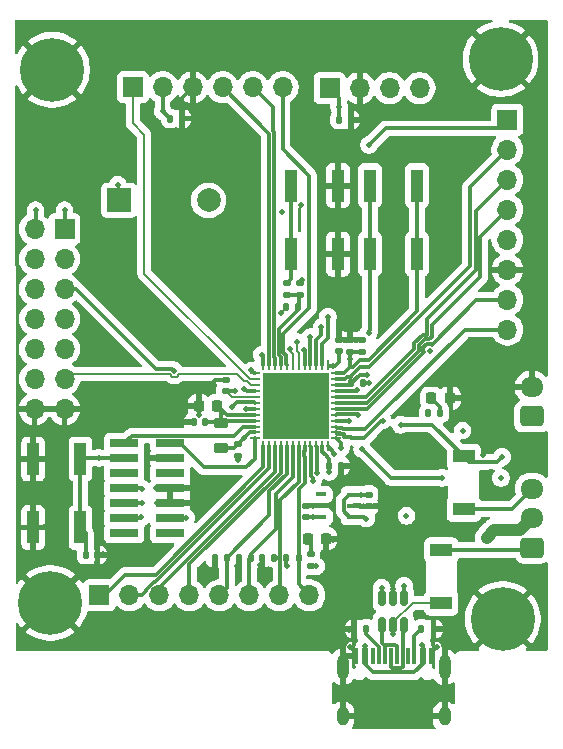
<source format=gbr>
%TF.GenerationSoftware,KiCad,Pcbnew,9.0.0*%
%TF.CreationDate,2025-03-20T21:32:39+01:00*%
%TF.ProjectId,PCB_Module_Payement,5043425f-4d6f-4647-956c-655f50617965,rev?*%
%TF.SameCoordinates,Original*%
%TF.FileFunction,Copper,L1,Top*%
%TF.FilePolarity,Positive*%
%FSLAX46Y46*%
G04 Gerber Fmt 4.6, Leading zero omitted, Abs format (unit mm)*
G04 Created by KiCad (PCBNEW 9.0.0) date 2025-03-20 21:32:39*
%MOMM*%
%LPD*%
G01*
G04 APERTURE LIST*
G04 Aperture macros list*
%AMRoundRect*
0 Rectangle with rounded corners*
0 $1 Rounding radius*
0 $2 $3 $4 $5 $6 $7 $8 $9 X,Y pos of 4 corners*
0 Add a 4 corners polygon primitive as box body*
4,1,4,$2,$3,$4,$5,$6,$7,$8,$9,$2,$3,0*
0 Add four circle primitives for the rounded corners*
1,1,$1+$1,$2,$3*
1,1,$1+$1,$4,$5*
1,1,$1+$1,$6,$7*
1,1,$1+$1,$8,$9*
0 Add four rect primitives between the rounded corners*
20,1,$1+$1,$2,$3,$4,$5,0*
20,1,$1+$1,$4,$5,$6,$7,0*
20,1,$1+$1,$6,$7,$8,$9,0*
20,1,$1+$1,$8,$9,$2,$3,0*%
G04 Aperture macros list end*
%TA.AperFunction,ComponentPad*%
%ADD10O,1.950000X1.700000*%
%TD*%
%TA.AperFunction,ComponentPad*%
%ADD11RoundRect,0.250000X0.725000X-0.600000X0.725000X0.600000X-0.725000X0.600000X-0.725000X-0.600000X0*%
%TD*%
%TA.AperFunction,SMDPad,CuDef*%
%ADD12RoundRect,0.135000X0.135000X0.185000X-0.135000X0.185000X-0.135000X-0.185000X0.135000X-0.185000X0*%
%TD*%
%TA.AperFunction,SMDPad,CuDef*%
%ADD13R,1.000000X2.800000*%
%TD*%
%TA.AperFunction,SMDPad,CuDef*%
%ADD14RoundRect,0.140000X-0.170000X0.140000X-0.170000X-0.140000X0.170000X-0.140000X0.170000X0.140000X0*%
%TD*%
%TA.AperFunction,SMDPad,CuDef*%
%ADD15RoundRect,0.218750X0.218750X0.256250X-0.218750X0.256250X-0.218750X-0.256250X0.218750X-0.256250X0*%
%TD*%
%TA.AperFunction,SMDPad,CuDef*%
%ADD16RoundRect,0.140000X0.170000X-0.140000X0.170000X0.140000X-0.170000X0.140000X-0.170000X-0.140000X0*%
%TD*%
%TA.AperFunction,SMDPad,CuDef*%
%ADD17RoundRect,0.140000X-0.140000X-0.170000X0.140000X-0.170000X0.140000X0.170000X-0.140000X0.170000X0*%
%TD*%
%TA.AperFunction,SMDPad,CuDef*%
%ADD18R,0.600000X1.450000*%
%TD*%
%TA.AperFunction,SMDPad,CuDef*%
%ADD19R,0.300000X1.450000*%
%TD*%
%TA.AperFunction,HeatsinkPad*%
%ADD20O,1.000000X2.100000*%
%TD*%
%TA.AperFunction,HeatsinkPad*%
%ADD21O,1.000000X1.600000*%
%TD*%
%TA.AperFunction,SMDPad,CuDef*%
%ADD22R,2.400000X0.740000*%
%TD*%
%TA.AperFunction,SMDPad,CuDef*%
%ADD23RoundRect,0.135000X-0.135000X-0.185000X0.135000X-0.185000X0.135000X0.185000X-0.135000X0.185000X0*%
%TD*%
%TA.AperFunction,ComponentPad*%
%ADD24R,1.700000X1.700000*%
%TD*%
%TA.AperFunction,ComponentPad*%
%ADD25O,1.700000X1.700000*%
%TD*%
%TA.AperFunction,SMDPad,CuDef*%
%ADD26RoundRect,0.135000X0.185000X-0.135000X0.185000X0.135000X-0.185000X0.135000X-0.185000X-0.135000X0*%
%TD*%
%TA.AperFunction,ComponentPad*%
%ADD27R,2.000000X2.000000*%
%TD*%
%TA.AperFunction,ComponentPad*%
%ADD28C,2.000000*%
%TD*%
%TA.AperFunction,SMDPad,CuDef*%
%ADD29RoundRect,0.140000X0.140000X0.170000X-0.140000X0.170000X-0.140000X-0.170000X0.140000X-0.170000X0*%
%TD*%
%TA.AperFunction,ComponentPad*%
%ADD30C,5.400000*%
%TD*%
%TA.AperFunction,SMDPad,CuDef*%
%ADD31RoundRect,0.135000X-0.185000X0.135000X-0.185000X-0.135000X0.185000X-0.135000X0.185000X0.135000X0*%
%TD*%
%TA.AperFunction,SMDPad,CuDef*%
%ADD32RoundRect,0.150000X-0.150000X0.512500X-0.150000X-0.512500X0.150000X-0.512500X0.150000X0.512500X0*%
%TD*%
%TA.AperFunction,SMDPad,CuDef*%
%ADD33RoundRect,0.218750X0.381250X-0.218750X0.381250X0.218750X-0.381250X0.218750X-0.381250X-0.218750X0*%
%TD*%
%TA.AperFunction,SMDPad,CuDef*%
%ADD34R,1.905000X1.139800*%
%TD*%
%TA.AperFunction,SMDPad,CuDef*%
%ADD35RoundRect,0.062500X-0.062500X0.375000X-0.062500X-0.375000X0.062500X-0.375000X0.062500X0.375000X0*%
%TD*%
%TA.AperFunction,SMDPad,CuDef*%
%ADD36RoundRect,0.062500X-0.375000X0.062500X-0.375000X-0.062500X0.375000X-0.062500X0.375000X0.062500X0*%
%TD*%
%TA.AperFunction,HeatsinkPad*%
%ADD37R,5.600000X5.600000*%
%TD*%
%TA.AperFunction,SMDPad,CuDef*%
%ADD38RoundRect,0.225000X0.225000X0.250000X-0.225000X0.250000X-0.225000X-0.250000X0.225000X-0.250000X0*%
%TD*%
%TA.AperFunction,SMDPad,CuDef*%
%ADD39R,0.914400X0.431800*%
%TD*%
%TA.AperFunction,ViaPad*%
%ADD40C,0.500000*%
%TD*%
%TA.AperFunction,Conductor*%
%ADD41C,0.300000*%
%TD*%
%TA.AperFunction,Conductor*%
%ADD42C,0.160000*%
%TD*%
%TA.AperFunction,Conductor*%
%ADD43C,1.000000*%
%TD*%
G04 APERTURE END LIST*
D10*
%TO.P,J5,2,Pin_2*%
%TO.N,GND*%
X180000000Y-102550000D03*
D11*
%TO.P,J5,1,Pin_1*%
%TO.N,VCC*%
X180000000Y-105050000D03*
%TD*%
D12*
%TO.P,R1,2*%
%TO.N,+3.3V*%
X159230000Y-95750000D03*
%TO.P,R1,1*%
%TO.N,/STM32/Bt_Button*%
X160250000Y-95750000D03*
%TD*%
D13*
%TO.P,SW3,1,1*%
%TO.N,GND*%
X137800000Y-114450000D03*
X137800000Y-108650000D03*
%TO.P,SW3,2,2*%
%TO.N,/STM32/NRST*%
X141800000Y-114450000D03*
X141800000Y-108650000D03*
%TD*%
D12*
%TO.P,R6,1*%
%TO.N,/Modules/Culomn3*%
X158210000Y-117000000D03*
%TO.P,R6,2*%
%TO.N,GND*%
X157190000Y-117000000D03*
%TD*%
D13*
%TO.P,SW1,1,1*%
%TO.N,GND*%
X163600000Y-85500000D03*
X163600000Y-91300000D03*
%TO.P,SW1,2,2*%
%TO.N,Net-(R7-Pad1)*%
X159600000Y-85500000D03*
X159600000Y-91300000D03*
%TD*%
D14*
%TO.P,C3,1*%
%TO.N,+3.3V*%
X155150000Y-107400000D03*
%TO.P,C3,2*%
%TO.N,GND*%
X155150000Y-108360000D03*
%TD*%
D15*
%TO.P,D2,1,K*%
%TO.N,GND*%
X162600000Y-115400000D03*
%TO.P,D2,2,A*%
%TO.N,Net-(D5-A)*%
X161025000Y-115400000D03*
%TD*%
%TO.P,D1,1,K*%
%TO.N,GND*%
X173075000Y-103500000D03*
%TO.P,D1,2,A*%
%TO.N,Net-(D2-A)*%
X171500000Y-103500000D03*
%TD*%
D16*
%TO.P,C5,1*%
%TO.N,+3.3V*%
X163700000Y-99530000D03*
%TO.P,C5,2*%
%TO.N,GND*%
X163700000Y-98570000D03*
%TD*%
D14*
%TO.P,C6,1*%
%TO.N,GND*%
X160900000Y-112590000D03*
%TO.P,C6,2*%
%TO.N,+3.3V*%
X160900000Y-113550000D03*
%TD*%
D17*
%TO.P,C1,1*%
%TO.N,+5V*%
X149400000Y-79825000D03*
%TO.P,C1,2*%
%TO.N,GND*%
X150360000Y-79825000D03*
%TD*%
D18*
%TO.P,J6,A1,GND*%
%TO.N,GND*%
X165070000Y-125350000D03*
%TO.P,J6,A4,VBUS*%
%TO.N,5V_USB*%
X165870000Y-125350000D03*
D19*
%TO.P,J6,A5,CC1*%
%TO.N,Net-(J8-CC1)*%
X167070000Y-125350000D03*
%TO.P,J6,A6,D+*%
%TO.N,/STM32/D+*%
X168070000Y-125350000D03*
%TO.P,J6,A7,D-*%
%TO.N,/STM32/D-*%
X168570000Y-125350000D03*
%TO.P,J6,A8,SBU1*%
%TO.N,unconnected-(J8-SBU1-PadA8)*%
X169570000Y-125350000D03*
D18*
%TO.P,J6,A9,VBUS*%
%TO.N,5V_USB*%
X170770000Y-125350000D03*
%TO.P,J6,A12,GND*%
%TO.N,GND*%
X171570000Y-125350000D03*
%TO.P,J6,B1,GND*%
X171570000Y-125350000D03*
%TO.P,J6,B4,VBUS*%
%TO.N,5V_USB*%
X170770000Y-125350000D03*
D19*
%TO.P,J6,B5,CC2*%
%TO.N,Net-(J8-CC2)*%
X170070000Y-125350000D03*
%TO.P,J6,B6,D+*%
%TO.N,/STM32/D+*%
X169070000Y-125350000D03*
%TO.P,J6,B7,D-*%
%TO.N,/STM32/D-*%
X167570000Y-125350000D03*
%TO.P,J6,B8,SBU2*%
%TO.N,unconnected-(J8-SBU2-PadB8)*%
X166570000Y-125350000D03*
D18*
%TO.P,J6,B9,VBUS*%
%TO.N,5V_USB*%
X165870000Y-125350000D03*
%TO.P,J6,B12,GND*%
%TO.N,GND*%
X165070000Y-125350000D03*
D20*
%TO.P,J6,S1,SHIELD*%
X164000000Y-126265000D03*
D21*
X164000000Y-130445000D03*
D20*
X172640000Y-126265000D03*
D21*
X172640000Y-130445000D03*
%TD*%
D22*
%TO.P,J4,1,NC*%
%TO.N,unconnected-(J9-NC-Pad1)*%
X149400000Y-114910000D03*
%TO.P,J4,2,NC*%
%TO.N,unconnected-(J9-NC-Pad2)*%
X145500000Y-114910000D03*
%TO.P,J4,3,VCC*%
%TO.N,+3.3V*%
X149400000Y-113640000D03*
%TO.P,J4,4,JTMS/SWDIO*%
%TO.N,/STM32/SWDIO*%
X145500000Y-113640000D03*
%TO.P,J4,5,GND*%
%TO.N,GND*%
X149400000Y-112370000D03*
%TO.P,J4,6,JCLK/SWCLK*%
%TO.N,/STM32/SWCLK*%
X145500000Y-112370000D03*
%TO.P,J4,7,GND*%
%TO.N,GND*%
X149400000Y-111100000D03*
%TO.P,J4,8,JTDO/SWO*%
%TO.N,/STM32/SWO*%
X145500000Y-111100000D03*
%TO.P,J4,9,JRCLK/NC*%
%TO.N,unconnected-(J9-JRCLK{slash}NC-Pad9)*%
X149400000Y-109830000D03*
%TO.P,J4,10,JTDI/NC*%
%TO.N,unconnected-(J9-JTDI{slash}NC-Pad10)*%
X145500000Y-109830000D03*
%TO.P,J4,11,GNDDetect*%
%TO.N,GND*%
X149400000Y-108560000D03*
%TO.P,J4,12,~{RST}*%
%TO.N,/STM32/NRST*%
X145500000Y-108560000D03*
%TO.P,J4,13,VCP_RX*%
%TO.N,/STM32/USART3_TX*%
X149400000Y-107290000D03*
%TO.P,J4,14,VCP_TX*%
%TO.N,/STM32/USART3_RX*%
X145500000Y-107290000D03*
%TD*%
D16*
%TO.P,C7,1*%
%TO.N,+3.3V*%
X164650000Y-99560000D03*
%TO.P,C7,2*%
%TO.N,GND*%
X164650000Y-98600000D03*
%TD*%
%TO.P,C8,1*%
%TO.N,/STM32/Bt_Button*%
X160400000Y-94730000D03*
%TO.P,C8,2*%
%TO.N,GND*%
X160400000Y-93770000D03*
%TD*%
D23*
%TO.P,R3,1*%
%TO.N,/STM32/BOOT0*%
X164690000Y-102250000D03*
%TO.P,R3,2*%
%TO.N,GND*%
X165710000Y-102250000D03*
%TD*%
D24*
%TO.P,J3,1,Pin_1*%
%TO.N,/Modules/SPI1_SCK*%
X177945000Y-79925000D03*
D25*
%TO.P,J3,2,Pin_2*%
%TO.N,/Modules/RSTO*%
X177945000Y-82465000D03*
%TO.P,J3,3,Pin_3*%
%TO.N,/Modules/SS*%
X177945000Y-85005000D03*
%TO.P,J3,4,Pin_4*%
%TO.N,/Modules/SPI1_Mosi*%
X177945000Y-87545000D03*
%TO.P,J3,5,Pin_5*%
%TO.N,+5V*%
X177945000Y-90085000D03*
%TO.P,J3,6,Pin_6*%
%TO.N,GND*%
X177945000Y-92625000D03*
%TO.P,J3,7,Pin_7*%
%TO.N,/Modules/SPI1_Miso*%
X177945000Y-95165000D03*
%TO.P,J3,8,Pin_8*%
%TO.N,/Modules/IRQ*%
X177945000Y-97705000D03*
%TD*%
D26*
%TO.P,R9,1*%
%TO.N,+3.3V*%
X161300000Y-117710000D03*
%TO.P,R9,2*%
%TO.N,Net-(D5-A)*%
X161300000Y-116690000D03*
%TD*%
D12*
%TO.P,R8,1*%
%TO.N,/Modules/Culomn4*%
X160260000Y-117000000D03*
%TO.P,R8,2*%
%TO.N,GND*%
X159240000Y-117000000D03*
%TD*%
D27*
%TO.P,BZ1,1,+*%
%TO.N,+5V*%
X145050000Y-86750000D03*
D28*
%TO.P,BZ1,2,-*%
%TO.N,Net-(BZ1--)*%
X152650000Y-86750000D03*
%TD*%
D24*
%TO.P,J1,1,Pin_1*%
%TO.N,+5V*%
X162890000Y-77250000D03*
D25*
%TO.P,J1,2,Pin_2*%
%TO.N,GND*%
X165430000Y-77250000D03*
%TO.P,J1,3,Pin_3*%
%TO.N,/Modules/I2C1_SDA*%
X167970000Y-77250000D03*
%TO.P,J1,4,Pin_4*%
%TO.N,/Modules/I2C1_SCL*%
X170510000Y-77250000D03*
%TD*%
D29*
%TO.P,C14,1*%
%TO.N,GND*%
X143230000Y-116750000D03*
%TO.P,C14,2*%
%TO.N,/STM32/NRST*%
X142270000Y-116750000D03*
%TD*%
D30*
%TO.P,H4,1,1*%
%TO.N,GND*%
X177550000Y-122200000D03*
%TD*%
D23*
%TO.P,R4,1*%
%TO.N,/STM32/RFID_LED*%
X171250000Y-104750000D03*
%TO.P,R4,2*%
%TO.N,Net-(D2-A)*%
X172270000Y-104750000D03*
%TD*%
D12*
%TO.P,R7,1*%
%TO.N,/Modules/Culomn1*%
X154200000Y-117000000D03*
%TO.P,R7,2*%
%TO.N,GND*%
X153180000Y-117000000D03*
%TD*%
D31*
%TO.P,R2,1*%
%TO.N,Net-(R7-Pad1)*%
X159300000Y-93740000D03*
%TO.P,R2,2*%
%TO.N,/STM32/Bt_Button*%
X159300000Y-94760000D03*
%TD*%
D16*
%TO.P,C13,1*%
%TO.N,+3.3V*%
X165650000Y-99560000D03*
%TO.P,C13,2*%
%TO.N,GND*%
X165650000Y-98600000D03*
%TD*%
D29*
%TO.P,C4,1*%
%TO.N,+3.3VA*%
X152330000Y-105550000D03*
%TO.P,C4,2*%
%TO.N,GND*%
X151370000Y-105550000D03*
%TD*%
D14*
%TO.P,C12,1*%
%TO.N,+5V*%
X166200000Y-111670000D03*
%TO.P,C12,2*%
%TO.N,GND*%
X166200000Y-112630000D03*
%TD*%
D30*
%TO.P,H3,1,1*%
%TO.N,GND*%
X139250000Y-120850000D03*
%TD*%
D32*
%TO.P,U4,1,I/O1*%
%TO.N,/STM32/USB_D+*%
X169230000Y-120407500D03*
%TO.P,U4,2,GND*%
%TO.N,GND*%
X168280000Y-120407500D03*
%TO.P,U4,3,I/O2*%
%TO.N,/STM32/USB_D-*%
X167330000Y-120407500D03*
%TO.P,U4,4,I/O2*%
%TO.N,/STM32/D-*%
X167330000Y-122682500D03*
%TO.P,U4,5,VBUS*%
%TO.N,5V_USB*%
X168280000Y-122682500D03*
%TO.P,U4,6,I/O1*%
%TO.N,/STM32/D+*%
X169230000Y-122682500D03*
%TD*%
D17*
%TO.P,C9,1*%
%TO.N,+3.3V*%
X162860000Y-109230000D03*
%TO.P,C9,2*%
%TO.N,GND*%
X163820000Y-109230000D03*
%TD*%
D30*
%TO.P,H2,1,1*%
%TO.N,GND*%
X177370000Y-74800000D03*
%TD*%
D12*
%TO.P,R5,1*%
%TO.N,/Modules/Culomn2*%
X156230000Y-117000000D03*
%TO.P,R5,2*%
%TO.N,GND*%
X155210000Y-117000000D03*
%TD*%
D33*
%TO.P,L1,1*%
%TO.N,+3.3V*%
X153700000Y-107762500D03*
%TO.P,L1,2*%
%TO.N,+3.3VA*%
X153700000Y-105637500D03*
%TD*%
D34*
%TO.P,U5,1,K*%
%TO.N,Net-(J_Switch1-Pin_1)*%
X172350000Y-116366400D03*
%TO.P,U5,2,A*%
%TO.N,5V_USB*%
X172350000Y-120833600D03*
%TD*%
D23*
%TO.P,R10,1*%
%TO.N,Net-(J8-CC2)*%
X170670000Y-123045000D03*
%TO.P,R10,2*%
%TO.N,GND*%
X171690000Y-123045000D03*
%TD*%
D35*
%TO.P,U1,1,VBAT*%
%TO.N,+3.3V*%
X162770000Y-100712500D03*
%TO.P,U1,2,PC13*%
%TO.N,/STM32/PC13*%
X162270000Y-100712500D03*
%TO.P,U1,3,PC14*%
%TO.N,/STM32/PC14*%
X161770000Y-100712500D03*
%TO.P,U1,4,PC15*%
%TO.N,/STM32/PC15*%
X161270000Y-100712500D03*
%TO.P,U1,5,PF0*%
%TO.N,/STM32/PF0*%
X160770000Y-100712500D03*
%TO.P,U1,6,PF1*%
%TO.N,/STM32/PF1*%
X160270000Y-100712500D03*
%TO.P,U1,7,PG10*%
%TO.N,/STM32/NRST*%
X159770000Y-100712500D03*
%TO.P,U1,8,PA0*%
%TO.N,/Modules/KEY*%
X159270000Y-100712500D03*
%TO.P,U1,9,PA1*%
%TO.N,/STM32/Bt_Button*%
X158770000Y-100712500D03*
%TO.P,U1,10,PA2*%
%TO.N,/Modules/Bt_RXD*%
X158270000Y-100712500D03*
%TO.P,U1,11,PA3*%
%TO.N,/Modules/Bt_TXD*%
X157770000Y-100712500D03*
%TO.P,U1,12,PA4*%
%TO.N,/STM32/BL_LED*%
X157270000Y-100712500D03*
D36*
%TO.P,U1,13,PA5*%
%TO.N,/Modules/SPI1_SCK*%
X156582500Y-101400000D03*
%TO.P,U1,14,PA6*%
%TO.N,/Modules/STATE*%
X156582500Y-101900000D03*
%TO.P,U1,15,PA7*%
%TO.N,/STM32/PA7*%
X156582500Y-102400000D03*
%TO.P,U1,16,PC4*%
%TO.N,/STM32/PC4*%
X156582500Y-102900000D03*
%TO.P,U1,17,PB0*%
%TO.N,/Alim/Charge_Batterie*%
X156582500Y-103400000D03*
%TO.P,U1,18,PB1*%
%TO.N,/STM32/Pb1*%
X156582500Y-103900000D03*
%TO.P,U1,19,PB2*%
%TO.N,/STM32/BUZZER*%
X156582500Y-104400000D03*
%TO.P,U1,20,VREF+*%
%TO.N,+3.3VA*%
X156582500Y-104900000D03*
%TO.P,U1,21,VDDA*%
X156582500Y-105400000D03*
%TO.P,U1,22,PB10*%
%TO.N,/STM32/USART3_RX*%
X156582500Y-105900000D03*
%TO.P,U1,23,VDD*%
%TO.N,+3.3V*%
X156582500Y-106400000D03*
%TO.P,U1,24,PB11*%
%TO.N,/STM32/USART3_TX*%
X156582500Y-106900000D03*
D35*
%TO.P,U1,25,PB12*%
%TO.N,/Modules/R0W1*%
X157270000Y-107587500D03*
%TO.P,U1,26,PB13*%
%TO.N,/Modules/ROW2*%
X157770000Y-107587500D03*
%TO.P,U1,27,PB14*%
%TO.N,/Modules/ROW3*%
X158270000Y-107587500D03*
%TO.P,U1,28,PB15*%
%TO.N,/Modules/ROW4*%
X158770000Y-107587500D03*
%TO.P,U1,29,PC6*%
%TO.N,/Modules/Culomn1*%
X159270000Y-107587500D03*
%TO.P,U1,30,PA8*%
%TO.N,/Modules/Culomn2*%
X159770000Y-107587500D03*
%TO.P,U1,31,PA9*%
%TO.N,/Modules/Culomn3*%
X160270000Y-107587500D03*
%TO.P,U1,32,PA10*%
%TO.N,/Modules/Culomn4*%
X160770000Y-107587500D03*
%TO.P,U1,33,PA11*%
%TO.N,/STM32/USB_D-*%
X161270000Y-107587500D03*
%TO.P,U1,34,PA12*%
%TO.N,/STM32/USB_D+*%
X161770000Y-107587500D03*
%TO.P,U1,35,VDD*%
%TO.N,+3.3V*%
X162270000Y-107587500D03*
%TO.P,U1,36,PA13*%
%TO.N,/STM32/SWDIO*%
X162770000Y-107587500D03*
D36*
%TO.P,U1,37,PA14*%
%TO.N,/STM32/SWCLK*%
X163457500Y-106900000D03*
%TO.P,U1,38,PA15*%
%TO.N,/Modules/I2C1_SDA*%
X163457500Y-106400000D03*
%TO.P,U1,39,PC10*%
%TO.N,/Modules/IRQ*%
X163457500Y-105900000D03*
%TO.P,U1,40,PC11*%
%TO.N,/STM32/RFID_LED*%
X163457500Y-105400000D03*
%TO.P,U1,41,PB3*%
%TO.N,/STM32/SWO*%
X163457500Y-104900000D03*
%TO.P,U1,42,PB4*%
%TO.N,/Modules/SPI1_Miso*%
X163457500Y-104400000D03*
%TO.P,U1,43,PB5*%
%TO.N,/Modules/SPI1_Mosi*%
X163457500Y-103900000D03*
%TO.P,U1,44,PB6*%
%TO.N,/Modules/SS*%
X163457500Y-103400000D03*
%TO.P,U1,45,PB7*%
%TO.N,/Modules/I2C1_SCL*%
X163457500Y-102900000D03*
%TO.P,U1,46,PB8*%
%TO.N,/STM32/BOOT0*%
X163457500Y-102400000D03*
%TO.P,U1,47,PB9*%
%TO.N,/Modules/RSTO*%
X163457500Y-101900000D03*
%TO.P,U1,48,VDD*%
%TO.N,+3.3V*%
X163457500Y-101400000D03*
D37*
%TO.P,U1,49,VSS*%
%TO.N,GND*%
X160020000Y-104150000D03*
%TD*%
D30*
%TO.P,H1,1,1*%
%TO.N,GND*%
X139400000Y-75700000D03*
%TD*%
D12*
%TO.P,R11,1*%
%TO.N,Net-(J8-CC1)*%
X165990000Y-123045000D03*
%TO.P,R11,2*%
%TO.N,GND*%
X164970000Y-123045000D03*
%TD*%
D13*
%TO.P,SW2,1,1*%
%TO.N,/STM32/BOOT0*%
X166300000Y-91300000D03*
X166300000Y-85500000D03*
%TO.P,SW2,2,2*%
%TO.N,+3.3V*%
X170300000Y-91300000D03*
X170300000Y-85500000D03*
%TD*%
D34*
%TO.P,U3,1,K*%
%TO.N,Net-(J_Switch1-Pin_3)*%
X174250000Y-112883600D03*
%TO.P,U3,2,A*%
%TO.N,5V_BUCK*%
X174250000Y-108416400D03*
%TD*%
D38*
%TO.P,C10,1*%
%TO.N,+3.3VA*%
X153375000Y-104150000D03*
%TO.P,C10,2*%
%TO.N,GND*%
X151825000Y-104150000D03*
%TD*%
D16*
%TO.P,C11,1*%
%TO.N,/Alim/Charge_Batterie*%
X154080000Y-102900000D03*
%TO.P,C11,2*%
%TO.N,GND*%
X154080000Y-101940000D03*
%TD*%
D11*
%TO.P,J_Switch1,1,Pin_1*%
%TO.N,Net-(J_Switch1-Pin_1)*%
X180050000Y-116150000D03*
D10*
%TO.P,J_Switch1,2,Pin_2*%
%TO.N,+5V*%
X180050000Y-113650000D03*
%TO.P,J_Switch1,3,Pin_3*%
%TO.N,Net-(J_Switch1-Pin_3)*%
X180050000Y-111150000D03*
%TD*%
D39*
%TO.P,U2,1,VIN*%
%TO.N,+5V*%
X164795400Y-113539800D03*
%TO.P,U2,2,GND*%
%TO.N,GND*%
X164795400Y-112600000D03*
%TO.P,U2,3,STBY*%
%TO.N,+5V*%
X164795400Y-111660200D03*
%TO.P,U2,4,N.C.*%
%TO.N,unconnected-(U4-N.C.-Pad4)*%
X162204600Y-111647500D03*
%TO.P,U2,5,VOUT*%
%TO.N,+3.3V*%
X162204600Y-113552500D03*
%TD*%
D24*
%TO.P,J2,1,Pin_1*%
%TO.N,/Modules/STATE*%
X146230000Y-77175000D03*
D25*
%TO.P,J2,2,Pin_2*%
%TO.N,+5V*%
X148770000Y-77175000D03*
%TO.P,J2,3,Pin_3*%
%TO.N,GND*%
X151310000Y-77175000D03*
%TO.P,J2,4,Pin_4*%
%TO.N,/Modules/Bt_TXD*%
X153850000Y-77175000D03*
%TO.P,J2,5,Pin_5*%
%TO.N,/Modules/Bt_RXD*%
X156390000Y-77175000D03*
%TO.P,J2,6,Pin_6*%
%TO.N,/Modules/KEY*%
X158930000Y-77175000D03*
%TD*%
D17*
%TO.P,C2,1*%
%TO.N,+5V*%
X163710000Y-79925000D03*
%TO.P,C2,2*%
%TO.N,GND*%
X164670000Y-79925000D03*
%TD*%
D24*
%TO.P,J7,1,Pin_1*%
%TO.N,+5V*%
X140450000Y-89175000D03*
D25*
%TO.P,J7,2,Pin_2*%
X137910000Y-89175000D03*
%TO.P,J7,3,Pin_3*%
%TO.N,/STM32/PC13*%
X140450000Y-91715000D03*
%TO.P,J7,4,Pin_4*%
%TO.N,/STM32/PC14*%
X137910000Y-91715000D03*
%TO.P,J7,5,Pin_5*%
%TO.N,/STM32/PC4*%
X140450000Y-94255000D03*
%TO.P,J7,6,Pin_6*%
%TO.N,/STM32/PC15*%
X137910000Y-94255000D03*
%TO.P,J7,7,Pin_7*%
%TO.N,+3.3V*%
X140450000Y-96795000D03*
%TO.P,J7,8,Pin_8*%
X137910000Y-96795000D03*
%TO.P,J7,9,Pin_9*%
%TO.N,/STM32/PF1*%
X140450000Y-99335000D03*
%TO.P,J7,10,Pin_10*%
%TO.N,/STM32/PF0*%
X137910000Y-99335000D03*
%TO.P,J7,11,Pin_11*%
%TO.N,/STM32/PA7*%
X140450000Y-101875000D03*
%TO.P,J7,12,Pin_12*%
%TO.N,/STM32/Pb1*%
X137910000Y-101875000D03*
%TO.P,J7,13,Pin_13*%
%TO.N,GND*%
X140450000Y-104415000D03*
%TO.P,J7,14,Pin_14*%
X137910000Y-104415000D03*
%TD*%
D24*
%TO.P,J8,1,Pin_1*%
%TO.N,/Modules/R0W1*%
X143410000Y-120195000D03*
D25*
%TO.P,J8,2,Pin_2*%
%TO.N,/Modules/ROW2*%
X145950000Y-120195000D03*
%TO.P,J8,3,Pin_3*%
%TO.N,/Modules/ROW3*%
X148490000Y-120195000D03*
%TO.P,J8,4,Pin_4*%
%TO.N,/Modules/ROW4*%
X151030000Y-120195000D03*
%TO.P,J8,5,Pin_5*%
%TO.N,/Modules/Culomn1*%
X153570000Y-120195000D03*
%TO.P,J8,6,Pin_6*%
%TO.N,/Modules/Culomn2*%
X156110000Y-120195000D03*
%TO.P,J8,7,Pin_7*%
%TO.N,/Modules/Culomn3*%
X158650000Y-120195000D03*
%TO.P,J8,8,Pin_8*%
%TO.N,/Modules/Culomn4*%
X161190000Y-120195000D03*
%TD*%
D40*
%TO.N,+3.3V*%
X162860000Y-109730000D03*
%TO.N,GND*%
X152710000Y-102460000D03*
X153760000Y-97560000D03*
X165450000Y-79860000D03*
%TO.N,+5V*%
X163710000Y-78870000D03*
%TO.N,GND*%
X165180000Y-98600000D03*
X153230000Y-117720000D03*
X179350000Y-108460000D03*
X161490000Y-112590000D03*
X141770000Y-104450000D03*
X139220000Y-104400000D03*
X159270000Y-117710000D03*
X157000000Y-117660000D03*
X155020000Y-117700000D03*
X144550000Y-99600000D03*
%TO.N,/Alim/Charge_Batterie*%
X154880000Y-102910000D03*
%TO.N,/STM32/NRST*%
X159550000Y-99350000D03*
%TO.N,/STM32/PC4*%
X149750000Y-101200000D03*
%TO.N,GND*%
X160450000Y-87150000D03*
X158850000Y-87750000D03*
%TO.N,+3.3V*%
X158750000Y-96300000D03*
%TO.N,/Modules/SPI1_SCK*%
X166250000Y-82050000D03*
%TO.N,GND*%
X148710000Y-93320000D03*
%TO.N,/STM32/Pb1*%
X154650000Y-104230000D03*
%TO.N,/STM32/PC4*%
X155680000Y-102720000D03*
%TO.N,/STM32/PF1*%
X160150000Y-98750000D03*
%TO.N,/STM32/PF0*%
X160700000Y-99450000D03*
%TO.N,/STM32/PC15*%
X161250000Y-98350000D03*
%TO.N,/STM32/PC14*%
X162200000Y-97500000D03*
%TO.N,/STM32/PC13*%
X162750000Y-96600000D03*
%TO.N,+3.3V*%
X163150000Y-100750000D03*
%TO.N,+5V*%
X144950000Y-85450000D03*
X140450000Y-87600000D03*
X176900000Y-114700000D03*
X165550000Y-111670000D03*
X166000000Y-113700000D03*
X169400000Y-113450000D03*
X176250000Y-115300000D03*
X178450000Y-114700000D03*
X138000000Y-87600000D03*
X148770000Y-79195000D03*
%TO.N,GND*%
X151800000Y-104950000D03*
X155150000Y-108700000D03*
X163700000Y-97950000D03*
X176050000Y-103650000D03*
X164600000Y-98100000D03*
X163600000Y-88200000D03*
X160000000Y-104100000D03*
X168300000Y-119650000D03*
X138800000Y-108650000D03*
X164500000Y-123100000D03*
X143700000Y-116700000D03*
X175200000Y-103650000D03*
X163200000Y-115500000D03*
X165500000Y-112600000D03*
X176900000Y-103700000D03*
X166250000Y-102220000D03*
X169550000Y-109200000D03*
X171650000Y-107950000D03*
X138750000Y-114400000D03*
X166700000Y-112650000D03*
X176050000Y-102800000D03*
X163600000Y-89350000D03*
X150700000Y-105540000D03*
X175700000Y-100400000D03*
X175880000Y-108330000D03*
X171950000Y-124600000D03*
X176050000Y-104550000D03*
X148050000Y-108550000D03*
X148250000Y-112400000D03*
X171410000Y-99520000D03*
X148200000Y-111100000D03*
X164650000Y-124550000D03*
X160550000Y-93500000D03*
X163600000Y-87350000D03*
%TO.N,VCC*%
X177400000Y-110250000D03*
X174150000Y-106250000D03*
%TO.N,5V_BUCK*%
X168900000Y-105750000D03*
X177500000Y-108460000D03*
%TO.N,+3.3V*%
X164650000Y-100200000D03*
X161500000Y-113552500D03*
X155675000Y-106875000D03*
X150750000Y-113650000D03*
X161760000Y-117710000D03*
%TO.N,/Alim/Charge_Batterie*%
X165655000Y-107805000D03*
X172412500Y-110250000D03*
%TO.N,/STM32/NRST*%
X143350000Y-108560000D03*
%TO.N,/Modules/SPI1_SCK*%
X156250000Y-101150000D03*
%TO.N,/Modules/I2C1_SCL*%
X165200000Y-102830000D03*
%TO.N,/Modules/I2C1_SDA*%
X167400000Y-105400000D03*
%TO.N,5V_USB*%
X165850000Y-124500000D03*
X168300000Y-123450000D03*
X170750000Y-124400000D03*
%TO.N,/STM32/SWO*%
X165270000Y-104950000D03*
X147000000Y-111150000D03*
%TO.N,/STM32/SWCLK*%
X163850000Y-107699000D03*
X147000000Y-112350000D03*
%TO.N,/STM32/SWDIO*%
X146950000Y-113600000D03*
X163300000Y-108250000D03*
%TO.N,/STM32/BOOT0*%
X166200000Y-97950000D03*
X166100000Y-101500000D03*
%TO.N,/STM32/BUZZER*%
X155850000Y-104400000D03*
%TO.N,/STM32/BL_LED*%
X157150000Y-99820000D03*
%TO.N,/STM32/RFID_LED*%
X171250000Y-104750000D03*
X164560000Y-105400000D03*
%TO.N,/STM32/USB_D-*%
X167300000Y-119550000D03*
X161458019Y-110525119D03*
%TO.N,/STM32/USB_D+*%
X169200000Y-119400000D03*
X161850000Y-109800000D03*
%TD*%
D41*
%TO.N,+3.3VA*%
X153700000Y-104475000D02*
X153375000Y-104150000D01*
X153700000Y-105637500D02*
X153700000Y-104475000D01*
X154175000Y-104950000D02*
X156532500Y-104950000D01*
X156532500Y-104950000D02*
X156582500Y-104900000D01*
X153375000Y-104150000D02*
X154175000Y-104950000D01*
%TO.N,+3.3V*%
X162860000Y-109230000D02*
X162860000Y-109730000D01*
X162860000Y-108610000D02*
X162860000Y-109230000D01*
X162790000Y-108540000D02*
X162860000Y-108610000D01*
%TO.N,/Modules/RSTO*%
X164693900Y-101632934D02*
X164693900Y-101679000D01*
X165473417Y-100853417D02*
X164693900Y-101632934D01*
X166226583Y-100853417D02*
X165473417Y-100853417D01*
%TO.N,+3.3V*%
X170300000Y-96140000D02*
X170300000Y-91300000D01*
X166190133Y-100249867D02*
X170300000Y-96140000D01*
X165486734Y-100273000D02*
X166213266Y-100273000D01*
X166213266Y-100273000D02*
X166190133Y-100249867D01*
X164906462Y-100853272D02*
X165486734Y-100273000D01*
X164650000Y-100853272D02*
X164906462Y-100853272D01*
X165650000Y-99560000D02*
X164650000Y-99560000D01*
%TO.N,GND*%
X153230000Y-101940000D02*
X152710000Y-102460000D01*
X154080000Y-101940000D02*
X153230000Y-101940000D01*
X165385000Y-79925000D02*
X165450000Y-79860000D01*
X164670000Y-79925000D02*
X165385000Y-79925000D01*
%TO.N,+5V*%
X162890000Y-77250000D02*
X163710000Y-78070000D01*
X163710000Y-78070000D02*
X163710000Y-78870000D01*
X163710000Y-79925000D02*
X163710000Y-78870000D01*
%TO.N,GND*%
X165180000Y-98600000D02*
X164650000Y-98600000D01*
X163730000Y-98600000D02*
X163700000Y-98570000D01*
X165650000Y-98600000D02*
X165180000Y-98600000D01*
X153180000Y-117670000D02*
X153230000Y-117720000D01*
X153180000Y-117000000D02*
X153180000Y-117670000D01*
X161510000Y-112570000D02*
X161490000Y-112590000D01*
X160900000Y-112590000D02*
X161490000Y-112590000D01*
X141735000Y-104415000D02*
X141770000Y-104450000D01*
X140450000Y-104415000D02*
X141735000Y-104415000D01*
X140450000Y-104415000D02*
X139235000Y-104415000D01*
X139235000Y-104415000D02*
X139220000Y-104400000D01*
X159240000Y-117680000D02*
X159270000Y-117710000D01*
X159240000Y-117000000D02*
X159240000Y-117680000D01*
X157190000Y-117470000D02*
X157000000Y-117660000D01*
X157190000Y-117000000D02*
X157190000Y-117470000D01*
X155210000Y-117510000D02*
X155020000Y-117700000D01*
X155210000Y-117000000D02*
X155210000Y-117510000D01*
%TO.N,/STM32/USB_D+*%
X161859019Y-109790981D02*
X161859019Y-107676519D01*
X161850000Y-109800000D02*
X161859019Y-109790981D01*
X161859019Y-107676519D02*
X161770000Y-107587500D01*
%TO.N,/STM32/USB_D-*%
X161300000Y-107617500D02*
X161270000Y-107587500D01*
X161299000Y-108301000D02*
X161300000Y-108300000D01*
X161300000Y-108300000D02*
X161300000Y-107617500D01*
X161299000Y-110119438D02*
X161299000Y-108301000D01*
X161458019Y-110278457D02*
X161299000Y-110119438D01*
X161458019Y-110525119D02*
X161458019Y-110278457D01*
%TO.N,/Modules/I2C1_SCL*%
X165130000Y-102900000D02*
X163457500Y-102900000D01*
X165200000Y-102830000D02*
X165130000Y-102900000D01*
D42*
%TO.N,/STM32/PA7*%
X156275891Y-102400000D02*
X156582500Y-102400000D01*
X155935891Y-102060000D02*
X156275891Y-102400000D01*
D41*
%TO.N,/STM32/PC4*%
X155680000Y-102720000D02*
X155860000Y-102900000D01*
X155860000Y-102900000D02*
X156582500Y-102900000D01*
D42*
%TO.N,/STM32/PA7*%
X140845000Y-101480000D02*
X140450000Y-101875000D01*
X149349763Y-101480000D02*
X140845000Y-101480000D01*
X149550763Y-101681000D02*
X149349763Y-101480000D01*
X149949237Y-101681000D02*
X149550763Y-101681000D01*
X155630000Y-102060000D02*
X155050000Y-101480000D01*
X155935891Y-102060000D02*
X155630000Y-102060000D01*
X155050000Y-101480000D02*
X150150237Y-101480000D01*
X150150237Y-101480000D02*
X149949237Y-101681000D01*
D41*
%TO.N,/Alim/Charge_Batterie*%
X154090000Y-102910000D02*
X154080000Y-102900000D01*
X154880000Y-102910000D02*
X154090000Y-102910000D01*
D42*
X156522500Y-103420000D02*
X154600000Y-103420000D01*
X156542500Y-103440000D02*
X156522500Y-103420000D01*
X154600000Y-103420000D02*
X154080000Y-102900000D01*
D41*
%TO.N,GND*%
X150710000Y-105550000D02*
X151370000Y-105550000D01*
X150700000Y-105540000D02*
X150710000Y-105550000D01*
%TO.N,/STM32/Pb1*%
X156482500Y-103800000D02*
X156582500Y-103900000D01*
X155080000Y-103800000D02*
X156482500Y-103800000D01*
X154650000Y-104230000D02*
X155080000Y-103800000D01*
%TO.N,/STM32/BOOT0*%
X165440000Y-101500000D02*
X164690000Y-102250000D01*
X166100000Y-101500000D02*
X165440000Y-101500000D01*
%TO.N,GND*%
X166220000Y-102250000D02*
X165710000Y-102250000D01*
X166250000Y-102220000D02*
X166220000Y-102250000D01*
%TO.N,/STM32/SWO*%
X163556500Y-104801000D02*
X163457500Y-104900000D01*
X165121000Y-104801000D02*
X163556500Y-104801000D01*
%TO.N,/STM32/RFID_LED*%
X163457500Y-105400000D02*
X164560000Y-105400000D01*
%TO.N,/STM32/SWO*%
X165270000Y-104950000D02*
X165121000Y-104801000D01*
%TO.N,/Modules/IRQ*%
X163556500Y-105999000D02*
X163457500Y-105900000D01*
X163964088Y-106024000D02*
X163648600Y-106024000D01*
X164038088Y-106098000D02*
X163964088Y-106024000D01*
X163648600Y-106024000D02*
X163623600Y-105999000D01*
X164312100Y-106098000D02*
X164038088Y-106098000D01*
X163623600Y-105999000D02*
X163556500Y-105999000D01*
X165910000Y-106140000D02*
X164354100Y-106140000D01*
X164354100Y-106140000D02*
X164312100Y-106098000D01*
X166849000Y-105201000D02*
X165910000Y-106140000D01*
X167171768Y-104849000D02*
X166849000Y-105171768D01*
X174345000Y-97705000D02*
X167201000Y-104849000D01*
X177945000Y-97705000D02*
X174345000Y-97705000D01*
X166849000Y-105171768D02*
X166849000Y-105201000D01*
X167201000Y-104849000D02*
X167171768Y-104849000D01*
%TO.N,/Modules/I2C1_SDA*%
X163556500Y-106499000D02*
X163457500Y-106400000D01*
X164146000Y-106499000D02*
X163556500Y-106499000D01*
X164146000Y-106830000D02*
X164146000Y-106499000D01*
X164730000Y-106840000D02*
X164720000Y-106830000D01*
X165830000Y-106840000D02*
X164730000Y-106840000D01*
X166390000Y-106280000D02*
X165830000Y-106840000D01*
X166390000Y-106270000D02*
X166390000Y-106280000D01*
X164720000Y-106830000D02*
X164146000Y-106830000D01*
X167260000Y-105400000D02*
X166390000Y-106270000D01*
X167400000Y-105400000D02*
X167260000Y-105400000D01*
%TO.N,/Alim/Charge_Batterie*%
X168100000Y-110250000D02*
X172412500Y-110250000D01*
X165655000Y-107805000D02*
X168100000Y-110250000D01*
%TO.N,GND*%
X155150000Y-108700000D02*
X155150000Y-108360000D01*
%TO.N,/STM32/USART3_TX*%
X150202000Y-107290000D02*
X149400000Y-107290000D01*
X152262000Y-109350000D02*
X150202000Y-107290000D01*
X155850000Y-109350000D02*
X152262000Y-109350000D01*
X156582500Y-108617500D02*
X155850000Y-109350000D01*
X156582500Y-106900000D02*
X156582500Y-108617500D01*
%TO.N,/Modules/SPI1_Mosi*%
X166020768Y-103900000D02*
X163457500Y-103900000D01*
X170423000Y-99497768D02*
X166020768Y-103900000D01*
X170936734Y-98523000D02*
X170423000Y-99036734D01*
X170423000Y-99036734D02*
X170423000Y-99497768D01*
X171331066Y-98523000D02*
X170936734Y-98523000D01*
X171565966Y-97324034D02*
X171565966Y-98288100D01*
X175651000Y-89839000D02*
X175651000Y-93239000D01*
X171565966Y-98288100D02*
X171331066Y-98523000D01*
X175651000Y-93239000D02*
X171565966Y-97324034D01*
X177945000Y-87545000D02*
X175651000Y-89839000D01*
%TO.N,/Modules/SS*%
X170022000Y-99331668D02*
X165953668Y-103400000D01*
X170770634Y-98122000D02*
X170022000Y-98870634D01*
X171164966Y-98122000D02*
X170770634Y-98122000D01*
X170022000Y-98870634D02*
X170022000Y-99331668D01*
X171164966Y-96775034D02*
X171164966Y-98122000D01*
X175250000Y-92690000D02*
X171164966Y-96775034D01*
X175250000Y-87650000D02*
X175250000Y-92690000D01*
X177895000Y-85005000D02*
X175250000Y-87650000D01*
X177945000Y-85005000D02*
X177895000Y-85005000D01*
%TO.N,/Modules/RSTO*%
X174762000Y-85648000D02*
X177945000Y-82465000D01*
X174762000Y-92318000D02*
X174762000Y-85648000D01*
%TO.N,/Modules/SS*%
X165953668Y-103400000D02*
X163457500Y-103400000D01*
%TO.N,/Modules/RSTO*%
X164391372Y-101679000D02*
X164693900Y-101679000D01*
X164170372Y-101900000D02*
X164391372Y-101679000D01*
X163457500Y-101900000D02*
X164170372Y-101900000D01*
X166226583Y-100853417D02*
X174762000Y-92318000D01*
%TO.N,/Modules/SPI1_Miso*%
X166091534Y-104400000D02*
X163457500Y-104400000D01*
X170824000Y-99597166D02*
X170859184Y-99632350D01*
X170824000Y-99202834D02*
X170824000Y-99597166D01*
X170859184Y-99632350D02*
X166091534Y-104400000D01*
X175326534Y-95165000D02*
X171532350Y-98959184D01*
X171497166Y-98924000D02*
X171102834Y-98924000D01*
X177945000Y-95165000D02*
X175326534Y-95165000D01*
X171102834Y-98924000D02*
X170824000Y-99202834D01*
D42*
%TO.N,5V_USB*%
X169938662Y-120833600D02*
X172350000Y-120833600D01*
X168280000Y-122492262D02*
X169938662Y-120833600D01*
X168280000Y-122682500D02*
X168280000Y-122492262D01*
D41*
%TO.N,/STM32/SWDIO*%
X163300000Y-108117500D02*
X162770000Y-107587500D01*
X163300000Y-108250000D02*
X163300000Y-108117500D01*
%TO.N,+5V*%
X138000000Y-89085000D02*
X137910000Y-89175000D01*
X138000000Y-87600000D02*
X138000000Y-89085000D01*
%TO.N,5V_BUCK*%
X176097166Y-108936000D02*
X176147066Y-108886100D01*
X175702834Y-108936000D02*
X176097166Y-108936000D01*
X176147066Y-108886100D02*
X177073900Y-108886100D01*
X174719700Y-108886100D02*
X175652934Y-108886100D01*
X174250000Y-108416400D02*
X174719700Y-108886100D01*
X175652934Y-108886100D02*
X175702834Y-108936000D01*
X177073900Y-108886100D02*
X177500000Y-108460000D01*
D42*
%TO.N,/Modules/STATE*%
X146230000Y-80230000D02*
X146230000Y-77175000D01*
X147206000Y-92960999D02*
X147206000Y-81206000D01*
X147206000Y-81206000D02*
X146230000Y-80230000D01*
X156145001Y-101900000D02*
X147206000Y-92960999D01*
X156582500Y-101900000D02*
X156145001Y-101900000D01*
D41*
%TO.N,/STM32/PC4*%
X141455000Y-94255000D02*
X140450000Y-94255000D01*
X148200000Y-101000000D02*
X141455000Y-94255000D01*
X149550000Y-101000000D02*
X148200000Y-101000000D01*
X149750000Y-101200000D02*
X149550000Y-101000000D01*
D42*
%TO.N,/STM32/NRST*%
X159770000Y-99720000D02*
X159550000Y-99500000D01*
X159550000Y-99500000D02*
X159550000Y-99350000D01*
X159770000Y-100712500D02*
X159770000Y-99720000D01*
%TO.N,/STM32/PF1*%
X160145000Y-98755000D02*
X160150000Y-98750000D01*
X160145000Y-99545000D02*
X160145000Y-98755000D01*
X160270000Y-99670000D02*
X160145000Y-99545000D01*
X160270000Y-100712500D02*
X160270000Y-99670000D01*
D41*
%TO.N,/Modules/KEY*%
X159171000Y-100613500D02*
X159270000Y-100712500D01*
X159171000Y-99865800D02*
X159171000Y-100198000D01*
X159000000Y-99694800D02*
X159072000Y-99766800D01*
X159072000Y-99766800D02*
X159171000Y-99865800D01*
X158973000Y-98077000D02*
X158973000Y-99667800D01*
X161150000Y-95900000D02*
X158973000Y-98077000D01*
X158973000Y-99667800D02*
X159000000Y-99694800D01*
X159171000Y-100198000D02*
X159171000Y-100613500D01*
X158930000Y-82430000D02*
X161150000Y-84650000D01*
X161150000Y-84650000D02*
X161150000Y-95900000D01*
X158930000Y-77175000D02*
X158930000Y-82430000D01*
%TO.N,+5V*%
X140450000Y-87600000D02*
X140450000Y-89175000D01*
D42*
%TO.N,+3.3V*%
X159230000Y-95820000D02*
X158750000Y-96300000D01*
X159230000Y-95750000D02*
X159230000Y-95820000D01*
D41*
%TO.N,/STM32/Bt_Button*%
X158770000Y-100031900D02*
X158770000Y-100712500D01*
X158671000Y-99932900D02*
X158770000Y-100031900D01*
X158572000Y-97672000D02*
X158572000Y-99833900D01*
X158572000Y-97628000D02*
X158572000Y-97672000D01*
X158572000Y-99833900D02*
X158671000Y-99932900D01*
X160260000Y-94870000D02*
X160260000Y-95940000D01*
X160260000Y-95940000D02*
X158572000Y-97628000D01*
X160400000Y-94730000D02*
X160260000Y-94870000D01*
%TO.N,/Modules/Bt_RXD*%
X158270000Y-100099000D02*
X158270000Y-100712500D01*
X158171000Y-81261100D02*
X158171000Y-100000000D01*
X158171000Y-100000000D02*
X158270000Y-100099000D01*
X158100000Y-80857900D02*
X158171000Y-80928900D01*
X158100000Y-78885000D02*
X158100000Y-80857900D01*
X158171000Y-80928900D02*
X158171000Y-81261100D01*
X156390000Y-77175000D02*
X158100000Y-78885000D01*
%TO.N,/Modules/Bt_TXD*%
X157770000Y-81095000D02*
X157770000Y-100712500D01*
X153850000Y-77175000D02*
X157770000Y-81095000D01*
%TO.N,/STM32/PC15*%
X161200000Y-100517400D02*
X161200000Y-100642500D01*
X161200000Y-99729232D02*
X161200000Y-100310300D01*
X161251000Y-99678232D02*
X161200000Y-99729232D01*
X161251000Y-99221768D02*
X161251000Y-99678232D01*
X161200000Y-99170768D02*
X161251000Y-99221768D01*
X161250000Y-98350000D02*
X161200000Y-98400000D01*
X161200000Y-100642500D02*
X161270000Y-100712500D01*
X161200000Y-100310300D02*
X161200000Y-100517400D01*
X161200000Y-98400000D02*
X161200000Y-99170768D01*
%TO.N,/STM32/PC14*%
X161770000Y-100220000D02*
X161770000Y-100712500D01*
X161750000Y-100200000D02*
X161770000Y-100220000D01*
X161750000Y-98600000D02*
X161750000Y-100200000D01*
X162200000Y-98150000D02*
X161750000Y-98600000D01*
X162200000Y-97500000D02*
X162200000Y-98150000D01*
%TO.N,/STM32/PC13*%
X162250000Y-100692500D02*
X162270000Y-100712500D01*
X162250000Y-98879232D02*
X162250000Y-100692500D01*
X162750000Y-98379232D02*
X162250000Y-98879232D01*
X162750000Y-96600000D02*
X162750000Y-98379232D01*
%TO.N,/Modules/SPI1_SCK*%
X177220000Y-80650000D02*
X177945000Y-79925000D01*
X167650000Y-80650000D02*
X177220000Y-80650000D01*
X166250000Y-82050000D02*
X167650000Y-80650000D01*
%TO.N,/STM32/PF0*%
X160799000Y-100683500D02*
X160770000Y-100712500D01*
X160799000Y-100476400D02*
X160799000Y-100683500D01*
X160799000Y-99549000D02*
X160799000Y-100476400D01*
X160700000Y-99450000D02*
X160799000Y-99549000D01*
%TO.N,+3.3V*%
X162807500Y-100750000D02*
X163350000Y-100750000D01*
X163700000Y-100400000D02*
X163700000Y-100100000D01*
X163350000Y-100750000D02*
X163700000Y-100400000D01*
D42*
X162770000Y-100712500D02*
X162807500Y-100750000D01*
D41*
X164650000Y-100853272D02*
X164103272Y-101400000D01*
X164650000Y-99560000D02*
X164650000Y-100853272D01*
X163457500Y-101400000D02*
X164103272Y-101400000D01*
D42*
%TO.N,+5V*%
X145050000Y-85550000D02*
X144950000Y-85450000D01*
X145050000Y-86750000D02*
X145050000Y-85550000D01*
D41*
X164087200Y-112133100D02*
X164560100Y-111660200D01*
X165839800Y-113539800D02*
X166000000Y-113700000D01*
X164795400Y-113539800D02*
X164560100Y-113539800D01*
X164560100Y-111660200D02*
X164795400Y-111660200D01*
X164560100Y-113539800D02*
X164087200Y-113066900D01*
X166200000Y-111670000D02*
X165550000Y-111670000D01*
X148770000Y-79195000D02*
X149400000Y-79825000D01*
X148770000Y-77175000D02*
X148770000Y-79195000D01*
D43*
X176800000Y-114700000D02*
X176200000Y-115300000D01*
D41*
X164805200Y-111670000D02*
X164795400Y-111660200D01*
D43*
X178450000Y-114700000D02*
X176900000Y-114700000D01*
D41*
X164795400Y-113539800D02*
X165839800Y-113539800D01*
D43*
X180050000Y-113650000D02*
X179000000Y-114700000D01*
D41*
X164087200Y-113066900D02*
X164087200Y-112133100D01*
D43*
X179000000Y-114700000D02*
X178450000Y-114700000D01*
X176900000Y-114700000D02*
X176800000Y-114700000D01*
D41*
X165550000Y-111670000D02*
X164805200Y-111670000D01*
D43*
X176200000Y-115300000D02*
X176250000Y-115300000D01*
D41*
%TO.N,GND*%
X148280000Y-112370000D02*
X148250000Y-112400000D01*
X150360000Y-78125000D02*
X150360000Y-79825000D01*
X143650000Y-116750000D02*
X143700000Y-116700000D01*
X164970000Y-123045000D02*
X164555000Y-123045000D01*
X162600000Y-115400000D02*
X163100000Y-115400000D01*
X163100000Y-115400000D02*
X163200000Y-115500000D01*
X160400000Y-93650000D02*
X160550000Y-93500000D01*
X164650000Y-98600000D02*
X164650000Y-98150000D01*
X168280000Y-120407500D02*
X168280000Y-119670000D01*
X160400000Y-93770000D02*
X160400000Y-93650000D01*
X148060000Y-108560000D02*
X148050000Y-108550000D01*
X171570000Y-125350000D02*
X171570000Y-124980000D01*
X165070000Y-125350000D02*
X165070000Y-124970000D01*
X163700000Y-97950000D02*
X163700000Y-98570000D01*
X160020000Y-104150000D02*
X160020000Y-104120000D01*
X137800000Y-108650000D02*
X138800000Y-108650000D01*
X165070000Y-124970000D02*
X164650000Y-124550000D01*
X164555000Y-123045000D02*
X164500000Y-123100000D01*
X164650000Y-98150000D02*
X164600000Y-98100000D01*
X151825000Y-104925000D02*
X151800000Y-104950000D01*
X143230000Y-116750000D02*
X143650000Y-116750000D01*
X163600000Y-89350000D02*
X163600000Y-88200000D01*
X163600000Y-88200000D02*
X163600000Y-85500000D01*
X149400000Y-108560000D02*
X148060000Y-108560000D01*
X166200000Y-112630000D02*
X166680000Y-112630000D01*
X149400000Y-112370000D02*
X148280000Y-112370000D01*
X164795400Y-112600000D02*
X165500000Y-112600000D01*
X151310000Y-77175000D02*
X150360000Y-78125000D01*
X166680000Y-112630000D02*
X166700000Y-112650000D01*
X160020000Y-104120000D02*
X160000000Y-104100000D01*
X137800000Y-114450000D02*
X138700000Y-114450000D01*
X138700000Y-114450000D02*
X138750000Y-114400000D01*
X151825000Y-104150000D02*
X151825000Y-104925000D01*
X163600000Y-91300000D02*
X163600000Y-89350000D01*
X168280000Y-119670000D02*
X168300000Y-119650000D01*
X171570000Y-124980000D02*
X171950000Y-124600000D01*
X149400000Y-111100000D02*
X148200000Y-111100000D01*
D42*
%TO.N,5V_BUCK*%
X174250000Y-108416400D02*
X174687400Y-107979000D01*
D41*
X174250000Y-108416400D02*
X171583600Y-105750000D01*
X171583600Y-105750000D02*
X168900000Y-105750000D01*
%TO.N,+3.3V*%
X162790000Y-108540000D02*
X162600000Y-108350000D01*
X162270000Y-108020000D02*
X162270000Y-107587500D01*
X162204600Y-113552500D02*
X160902500Y-113552500D01*
X156150000Y-106400000D02*
X156582500Y-106400000D01*
X163700000Y-99530000D02*
X163700000Y-100100000D01*
X155150000Y-107400000D02*
X156150000Y-106400000D01*
X162600000Y-108350000D02*
X162270000Y-108020000D01*
X170300000Y-91300000D02*
X170300000Y-85500000D01*
X161800000Y-117750000D02*
X161760000Y-117710000D01*
X153700000Y-107762500D02*
X154787500Y-107762500D01*
X161300000Y-117710000D02*
X161760000Y-117710000D01*
X149400000Y-113640000D02*
X150740000Y-113640000D01*
X163700000Y-100100000D02*
X163700000Y-99950000D01*
X154787500Y-107762500D02*
X155150000Y-107400000D01*
X160902500Y-113552500D02*
X160900000Y-113550000D01*
X150740000Y-113640000D02*
X150750000Y-113650000D01*
%TO.N,/STM32/Bt_Button*%
X160370000Y-94760000D02*
X160400000Y-94730000D01*
X159300000Y-94760000D02*
X160370000Y-94760000D01*
%TO.N,/STM32/NRST*%
X141800000Y-114450000D02*
X141800000Y-108650000D01*
X142270000Y-116750000D02*
X142270000Y-114920000D01*
X142270000Y-114920000D02*
X141800000Y-114450000D01*
X141890000Y-108560000D02*
X141800000Y-108650000D01*
X145500000Y-108560000D02*
X141890000Y-108560000D01*
%TO.N,+3.3VA*%
X153612500Y-105550000D02*
X153700000Y-105637500D01*
X152330000Y-105550000D02*
X153612500Y-105550000D01*
X153937500Y-105400000D02*
X156582500Y-105400000D01*
X153700000Y-105637500D02*
X153937500Y-105400000D01*
%TO.N,Net-(D2-A)*%
X172270000Y-104750000D02*
X172270000Y-104270000D01*
X172270000Y-104270000D02*
X171500000Y-103500000D01*
%TO.N,Net-(D5-A)*%
X161300000Y-115675000D02*
X161025000Y-115400000D01*
X161300000Y-116690000D02*
X161300000Y-115675000D01*
%TO.N,/Modules/SPI1_SCK*%
X156582500Y-101400000D02*
X156500000Y-101400000D01*
X156500000Y-101400000D02*
X156250000Y-101150000D01*
%TO.N,/Modules/SPI1_Miso*%
X178265000Y-95165000D02*
X178350000Y-95250000D01*
%TO.N,/Modules/ROW4*%
X151030000Y-117571900D02*
X151030000Y-120195000D01*
X158770000Y-109831900D02*
X151030000Y-117571900D01*
X158770000Y-107587500D02*
X158770000Y-109831900D01*
%TO.N,/Modules/Culomn4*%
X160749000Y-107971768D02*
X160770000Y-107950768D01*
X160260000Y-111190000D02*
X160770000Y-110680000D01*
X160770000Y-110680000D02*
X160770000Y-108449232D01*
X161190000Y-120195000D02*
X160260000Y-119265000D01*
X160749000Y-108428232D02*
X160749000Y-107971768D01*
X160770000Y-108449232D02*
X160749000Y-108428232D01*
X160260000Y-117000000D02*
X160260000Y-111190000D01*
X160260000Y-119265000D02*
X160260000Y-117000000D01*
X160770000Y-107950768D02*
X160770000Y-107587500D01*
%TO.N,/Modules/R0W1*%
X157270000Y-107587500D02*
X157270000Y-109362900D01*
X143855000Y-120195000D02*
X143410000Y-120195000D01*
X145600000Y-118450000D02*
X143855000Y-120195000D01*
X157270000Y-109362900D02*
X148182900Y-118450000D01*
X148182900Y-118450000D02*
X145600000Y-118450000D01*
%TO.N,/Modules/Culomn1*%
X154200000Y-117000000D02*
X157800000Y-113400000D01*
X153570000Y-120195000D02*
X154200000Y-119565000D01*
X157800000Y-111369000D02*
X159270000Y-109899000D01*
X159270000Y-109899000D02*
X159270000Y-107587500D01*
X157800000Y-113400000D02*
X157800000Y-111369000D01*
X154200000Y-119565000D02*
X154200000Y-117000000D01*
%TO.N,/Modules/ROW2*%
X148106000Y-119094000D02*
X148033950Y-119094000D01*
X157770000Y-109430000D02*
X148106000Y-119094000D01*
X147005000Y-120195000D02*
X145950000Y-120195000D01*
X147389000Y-119738950D02*
X147389000Y-119811000D01*
X147389000Y-119811000D02*
X147005000Y-120195000D01*
X148033950Y-119094000D02*
X147389000Y-119738950D01*
X157770000Y-107587500D02*
X157770000Y-109430000D01*
%TO.N,/Modules/ROW3*%
X158270000Y-107587500D02*
X158270000Y-109764800D01*
X148490000Y-119544800D02*
X148490000Y-120195000D01*
X158270000Y-109764800D02*
X148490000Y-119544800D01*
%TO.N,/Modules/Culomn3*%
X158719000Y-117050000D02*
X158719000Y-112131000D01*
X158210000Y-117000000D02*
X158669000Y-117000000D01*
X160270000Y-110580000D02*
X160270000Y-107587500D01*
X158650000Y-120195000D02*
X158719000Y-120126000D01*
X158719000Y-120126000D02*
X158719000Y-117050000D01*
X158719000Y-112131000D02*
X160270000Y-110580000D01*
X158669000Y-117000000D02*
X158719000Y-117050000D01*
%TO.N,/Modules/Culomn2*%
X158318000Y-114592001D02*
X158318000Y-111632000D01*
X156110000Y-117120000D02*
X156230000Y-117000000D01*
X159770000Y-110180000D02*
X159770000Y-107587500D01*
X156230000Y-117000000D02*
X156230000Y-116680001D01*
X158318000Y-111632000D02*
X159770000Y-110180000D01*
X156230000Y-116680001D02*
X158318000Y-114592001D01*
X156110000Y-120195000D02*
X156110000Y-117120000D01*
%TO.N,5V_USB*%
X165870000Y-126027000D02*
X166570000Y-126727000D01*
X165870000Y-125350000D02*
X165870000Y-126027000D01*
X165870000Y-125350000D02*
X165870000Y-124520000D01*
X170770000Y-124420000D02*
X170750000Y-124400000D01*
X166570000Y-126727000D02*
X170070000Y-126727000D01*
X168300000Y-122702500D02*
X168280000Y-122682500D01*
X170770000Y-125350000D02*
X170770000Y-124420000D01*
X165870000Y-124520000D02*
X165850000Y-124500000D01*
X170770000Y-126027000D02*
X170770000Y-125350000D01*
X170070000Y-126727000D02*
X170770000Y-126027000D01*
X168300000Y-123450000D02*
X168300000Y-122702500D01*
%TO.N,/STM32/D+*%
X169070000Y-122842500D02*
X169230000Y-122682500D01*
X168070000Y-126227000D02*
X168169000Y-126326000D01*
X168070000Y-125350000D02*
X168070000Y-126227000D01*
X169070000Y-126227000D02*
X169070000Y-125350000D01*
X169070000Y-125350000D02*
X169070000Y-122842500D01*
X168971000Y-126326000D02*
X169070000Y-126227000D01*
X168169000Y-126326000D02*
X168971000Y-126326000D01*
%TO.N,/STM32/D-*%
X168471000Y-124374000D02*
X168570000Y-124473000D01*
X167570000Y-124473000D02*
X167330000Y-124233000D01*
X167570000Y-125350000D02*
X167570000Y-124473000D01*
X167669000Y-124374000D02*
X168471000Y-124374000D01*
X167570000Y-124473000D02*
X167669000Y-124374000D01*
X168570000Y-124473000D02*
X168570000Y-125350000D01*
X167330000Y-124233000D02*
X167330000Y-122682500D01*
%TO.N,Net-(J8-CC1)*%
X167070000Y-125350000D02*
X167070000Y-124540100D01*
X167070000Y-124540100D02*
X165990000Y-123460100D01*
X165990000Y-123460100D02*
X165990000Y-123045000D01*
%TO.N,Net-(J8-CC2)*%
X170070000Y-123645000D02*
X170670000Y-123045000D01*
X170070000Y-125350000D02*
X170070000Y-123645000D01*
%TO.N,/STM32/SWO*%
X146950000Y-111100000D02*
X147000000Y-111150000D01*
X145500000Y-111100000D02*
X146950000Y-111100000D01*
%TO.N,/STM32/SWCLK*%
X163850000Y-107292500D02*
X163457500Y-106900000D01*
X146980000Y-112370000D02*
X147000000Y-112350000D01*
X145500000Y-112370000D02*
X146980000Y-112370000D01*
X163850000Y-107699000D02*
X163850000Y-107292500D01*
%TO.N,/STM32/SWDIO*%
X146910000Y-113640000D02*
X146950000Y-113600000D01*
X145500000Y-113640000D02*
X146910000Y-113640000D01*
%TO.N,/STM32/USART3_RX*%
X155600000Y-105900000D02*
X156582500Y-105900000D01*
X146121000Y-106669000D02*
X154831000Y-106669000D01*
D42*
X156181896Y-105900000D02*
X156582500Y-105900000D01*
D41*
X154831000Y-106669000D02*
X155600000Y-105900000D01*
X145500000Y-107290000D02*
X146121000Y-106669000D01*
%TO.N,Net-(J_Switch1-Pin_1)*%
X179633600Y-116366400D02*
X172350000Y-116366400D01*
X179700000Y-115800000D02*
X180050000Y-116150000D01*
X179850000Y-116150000D02*
X179633600Y-116366400D01*
X180050000Y-116150000D02*
X179850000Y-116150000D01*
%TO.N,Net-(J_Switch1-Pin_3)*%
X174250000Y-112883600D02*
X178316400Y-112883600D01*
X178316400Y-112883600D02*
X180050000Y-111150000D01*
%TO.N,/STM32/BOOT0*%
X164200000Y-102400000D02*
X164540000Y-102400000D01*
X166300000Y-97750000D02*
X166300000Y-91300000D01*
X163457500Y-102400000D02*
X164200000Y-102400000D01*
X166200000Y-97850000D02*
X166300000Y-97750000D01*
X166300000Y-91300000D02*
X166300000Y-85500000D01*
X166200000Y-97950000D02*
X166200000Y-97850000D01*
%TO.N,Net-(R7-Pad1)*%
X159600000Y-91300000D02*
X159600000Y-85500000D01*
X159600000Y-91300000D02*
X159600000Y-93440000D01*
X159600000Y-93440000D02*
X159300000Y-93740000D01*
%TO.N,/STM32/BUZZER*%
X155850000Y-104400000D02*
X156582500Y-104400000D01*
%TO.N,/STM32/BL_LED*%
X157270000Y-99940000D02*
X157150000Y-99820000D01*
X157270000Y-100712500D02*
X157270000Y-99940000D01*
%TO.N,/STM32/USB_D-*%
X167330000Y-119580000D02*
X167300000Y-119550000D01*
X167330000Y-120407500D02*
X167330000Y-119580000D01*
%TO.N,/STM32/USB_D+*%
X169230000Y-119430000D02*
X169200000Y-119400000D01*
X169230000Y-120407500D02*
X169230000Y-119430000D01*
%TD*%
%TA.AperFunction,Conductor*%
%TO.N,GND*%
G36*
X172890000Y-127784862D02*
G01*
X172931690Y-127776569D01*
X172931692Y-127776569D01*
X173113671Y-127701192D01*
X173113684Y-127701185D01*
X173277461Y-127591752D01*
X173304425Y-127564788D01*
X173365748Y-127531302D01*
X173435440Y-127536286D01*
X173491374Y-127578156D01*
X173515792Y-127643620D01*
X173516108Y-127652655D01*
X173513621Y-129305231D01*
X173493835Y-129372240D01*
X173440963Y-129417916D01*
X173371789Y-129427755D01*
X173308277Y-129398635D01*
X173301940Y-129392725D01*
X173277466Y-129368251D01*
X173277462Y-129368248D01*
X173113684Y-129258814D01*
X173113671Y-129258807D01*
X172931691Y-129183429D01*
X172931683Y-129183427D01*
X172890000Y-129175135D01*
X172890000Y-129978011D01*
X172880060Y-129960795D01*
X172824205Y-129904940D01*
X172755796Y-129865444D01*
X172679496Y-129845000D01*
X172600504Y-129845000D01*
X172524204Y-129865444D01*
X172455795Y-129904940D01*
X172399940Y-129960795D01*
X172390000Y-129978011D01*
X172390000Y-129175136D01*
X172389999Y-129175135D01*
X172348316Y-129183427D01*
X172348308Y-129183429D01*
X172166328Y-129258807D01*
X172166315Y-129258814D01*
X172002537Y-129368248D01*
X172002533Y-129368251D01*
X171863251Y-129507533D01*
X171863248Y-129507537D01*
X171753814Y-129671315D01*
X171753807Y-129671328D01*
X171678430Y-129853306D01*
X171678427Y-129853318D01*
X171640000Y-130046504D01*
X171640000Y-130195000D01*
X172340000Y-130195000D01*
X172340000Y-130695000D01*
X171640000Y-130695000D01*
X171640000Y-130843495D01*
X171678427Y-131036681D01*
X171678430Y-131036693D01*
X171753807Y-131218671D01*
X171753814Y-131218683D01*
X171842633Y-131351609D01*
X171863511Y-131418286D01*
X171845027Y-131485666D01*
X171793048Y-131532357D01*
X171739531Y-131544500D01*
X164900469Y-131544500D01*
X164833430Y-131524815D01*
X164787675Y-131472011D01*
X164777731Y-131402853D01*
X164797367Y-131351609D01*
X164886185Y-131218683D01*
X164886192Y-131218671D01*
X164961569Y-131036693D01*
X164961572Y-131036681D01*
X164999999Y-130843495D01*
X165000000Y-130843492D01*
X165000000Y-130695000D01*
X164300000Y-130695000D01*
X164300000Y-130195000D01*
X165000000Y-130195000D01*
X165000000Y-130046508D01*
X164999999Y-130046504D01*
X164961572Y-129853318D01*
X164961569Y-129853306D01*
X164886192Y-129671328D01*
X164886185Y-129671315D01*
X164776751Y-129507537D01*
X164776748Y-129507533D01*
X164637466Y-129368251D01*
X164637462Y-129368248D01*
X164473684Y-129258814D01*
X164473671Y-129258807D01*
X164291691Y-129183429D01*
X164291683Y-129183427D01*
X164250000Y-129175135D01*
X164250000Y-129978011D01*
X164240060Y-129960795D01*
X164184205Y-129904940D01*
X164115796Y-129865444D01*
X164039496Y-129845000D01*
X163960504Y-129845000D01*
X163884204Y-129865444D01*
X163815795Y-129904940D01*
X163759940Y-129960795D01*
X163750000Y-129978011D01*
X163750000Y-129175136D01*
X163749999Y-129175135D01*
X163708316Y-129183427D01*
X163708308Y-129183429D01*
X163526328Y-129258807D01*
X163526315Y-129258814D01*
X163362537Y-129368248D01*
X163362533Y-129368251D01*
X163332181Y-129398604D01*
X163270858Y-129432089D01*
X163201166Y-129427105D01*
X163145233Y-129385233D01*
X163120816Y-129319769D01*
X163120500Y-129310923D01*
X163120500Y-127649077D01*
X163140185Y-127582038D01*
X163192989Y-127536283D01*
X163262147Y-127526339D01*
X163325703Y-127555364D01*
X163332181Y-127561396D01*
X163362533Y-127591748D01*
X163362537Y-127591751D01*
X163526315Y-127701185D01*
X163526328Y-127701192D01*
X163708308Y-127776569D01*
X163750000Y-127784862D01*
X163750000Y-126981988D01*
X163759940Y-126999205D01*
X163815795Y-127055060D01*
X163884204Y-127094556D01*
X163960504Y-127115000D01*
X164039496Y-127115000D01*
X164115796Y-127094556D01*
X164184205Y-127055060D01*
X164240060Y-126999205D01*
X164250000Y-126981988D01*
X164250000Y-127784862D01*
X164291690Y-127776569D01*
X164291692Y-127776569D01*
X164473671Y-127701192D01*
X164473684Y-127701185D01*
X164637462Y-127591751D01*
X164637466Y-127591748D01*
X164776748Y-127452466D01*
X164776751Y-127452462D01*
X164889574Y-127283613D01*
X164891007Y-127284570D01*
X164934198Y-127240580D01*
X165002332Y-127225103D01*
X165068018Y-127248919D01*
X165070089Y-127250697D01*
X165070189Y-127250568D01*
X165076630Y-127255510D01*
X165076635Y-127255515D01*
X165207865Y-127331281D01*
X165354234Y-127370500D01*
X165354236Y-127370500D01*
X165505764Y-127370500D01*
X165505766Y-127370500D01*
X165652135Y-127331281D01*
X165783365Y-127255515D01*
X165890515Y-127148365D01*
X165890517Y-127148360D01*
X165893284Y-127145594D01*
X165954607Y-127112109D01*
X166024299Y-127117093D01*
X166068647Y-127145594D01*
X166155324Y-127232271D01*
X166155331Y-127232277D01*
X166261871Y-127303464D01*
X166261870Y-127303464D01*
X166296544Y-127317826D01*
X166380256Y-127352501D01*
X166380260Y-127352501D01*
X166380261Y-127352502D01*
X166505928Y-127377500D01*
X166505931Y-127377500D01*
X170134071Y-127377500D01*
X170218615Y-127360682D01*
X170259744Y-127352501D01*
X170378127Y-127303465D01*
X170484669Y-127232277D01*
X170571352Y-127145593D01*
X170632674Y-127112109D01*
X170702366Y-127117093D01*
X170746714Y-127145594D01*
X170749485Y-127148365D01*
X170856635Y-127255515D01*
X170987865Y-127331281D01*
X171134234Y-127370500D01*
X171134236Y-127370500D01*
X171285764Y-127370500D01*
X171285766Y-127370500D01*
X171432135Y-127331281D01*
X171563365Y-127255515D01*
X171563372Y-127255507D01*
X171569811Y-127250568D01*
X171572044Y-127253478D01*
X171618258Y-127227865D01*
X171687980Y-127232411D01*
X171744176Y-127273930D01*
X171750394Y-127283634D01*
X171750426Y-127283613D01*
X171863248Y-127452462D01*
X171863251Y-127452466D01*
X172002533Y-127591748D01*
X172002537Y-127591751D01*
X172166315Y-127701185D01*
X172166328Y-127701192D01*
X172348308Y-127776569D01*
X172390000Y-127784862D01*
X172390000Y-126981988D01*
X172399940Y-126999205D01*
X172455795Y-127055060D01*
X172524204Y-127094556D01*
X172600504Y-127115000D01*
X172679496Y-127115000D01*
X172755796Y-127094556D01*
X172824205Y-127055060D01*
X172880060Y-126999205D01*
X172890000Y-126981988D01*
X172890000Y-127784862D01*
G37*
%TD.AperFunction*%
%TA.AperFunction,Conductor*%
G36*
X178605677Y-117036585D02*
G01*
X178644176Y-117075803D01*
X178667196Y-117113125D01*
X178707600Y-117178631D01*
X178732288Y-117218656D01*
X178856344Y-117342712D01*
X179005666Y-117434814D01*
X179172203Y-117489999D01*
X179274991Y-117500500D01*
X180825008Y-117500499D01*
X180927797Y-117489999D01*
X181094334Y-117434814D01*
X181160903Y-117393753D01*
X181228295Y-117375313D01*
X181294959Y-117396235D01*
X181339728Y-117449877D01*
X181350000Y-117499292D01*
X181350000Y-124775500D01*
X181330315Y-124842539D01*
X181277511Y-124888294D01*
X181226000Y-124899500D01*
X179651705Y-124899500D01*
X179584666Y-124879815D01*
X179538911Y-124827011D01*
X179528967Y-124757853D01*
X179557992Y-124694297D01*
X179574392Y-124678553D01*
X179630364Y-124633916D01*
X178311718Y-123315270D01*
X178429466Y-123229722D01*
X178579722Y-123079466D01*
X178665270Y-122961718D01*
X179983916Y-124280364D01*
X180163907Y-124054664D01*
X180355129Y-123750336D01*
X180511072Y-123426517D01*
X180629779Y-123087270D01*
X180629780Y-123087268D01*
X180709757Y-122736863D01*
X180709759Y-122736851D01*
X180749999Y-122379712D01*
X180750000Y-122379710D01*
X180750000Y-122020289D01*
X180749999Y-122020287D01*
X180709759Y-121663148D01*
X180709757Y-121663136D01*
X180629780Y-121312731D01*
X180629779Y-121312729D01*
X180511072Y-120973482D01*
X180355129Y-120649663D01*
X180163907Y-120345335D01*
X179983916Y-120119634D01*
X178665270Y-121438281D01*
X178579722Y-121320534D01*
X178429466Y-121170278D01*
X178311716Y-121084728D01*
X179630364Y-119766081D01*
X179404664Y-119586092D01*
X179100336Y-119394870D01*
X178776517Y-119238927D01*
X178437270Y-119120220D01*
X178437268Y-119120219D01*
X178086863Y-119040242D01*
X178086851Y-119040240D01*
X177729712Y-119000000D01*
X177370287Y-119000000D01*
X177013148Y-119040240D01*
X177013136Y-119040242D01*
X176662731Y-119120219D01*
X176662729Y-119120220D01*
X176323482Y-119238927D01*
X175999663Y-119394870D01*
X175695335Y-119586092D01*
X175469634Y-119766081D01*
X176788282Y-121084729D01*
X176670534Y-121170278D01*
X176520278Y-121320534D01*
X176434729Y-121438282D01*
X175116081Y-120119634D01*
X174936092Y-120345335D01*
X174744870Y-120649663D01*
X174588927Y-120973482D01*
X174470220Y-121312729D01*
X174470219Y-121312731D01*
X174390242Y-121663136D01*
X174390240Y-121663148D01*
X174350000Y-122020287D01*
X174350000Y-122379712D01*
X174390240Y-122736851D01*
X174390242Y-122736863D01*
X174470219Y-123087268D01*
X174470220Y-123087270D01*
X174588927Y-123426517D01*
X174744870Y-123750336D01*
X174936092Y-124054664D01*
X175116081Y-124280364D01*
X176434728Y-122961717D01*
X176520278Y-123079466D01*
X176670534Y-123229722D01*
X176788281Y-123315270D01*
X175469634Y-124633916D01*
X175469634Y-124633917D01*
X175525606Y-124678553D01*
X175565746Y-124735742D01*
X175568596Y-124805553D01*
X175533250Y-124865823D01*
X175470931Y-124897416D01*
X175448293Y-124899500D01*
X174020753Y-124899500D01*
X173954861Y-124899401D01*
X173954489Y-124899500D01*
X173954107Y-124899500D01*
X173891410Y-124916299D01*
X173891232Y-124916346D01*
X173827509Y-124933318D01*
X173827151Y-124933466D01*
X173826835Y-124933595D01*
X173770291Y-124966241D01*
X173770133Y-124966332D01*
X173713279Y-124999044D01*
X173712886Y-124999344D01*
X173712699Y-124999486D01*
X173666458Y-125045727D01*
X173614443Y-125097585D01*
X173614113Y-125098092D01*
X173613986Y-125098220D01*
X173612396Y-125096643D01*
X173593468Y-125110326D01*
X173565525Y-125130761D01*
X173565174Y-125130782D01*
X173564891Y-125130987D01*
X173530350Y-125132880D01*
X173495782Y-125134963D01*
X173495476Y-125134791D01*
X173495126Y-125134811D01*
X173464972Y-125117688D01*
X173434838Y-125100792D01*
X173434513Y-125100392D01*
X173434369Y-125100310D01*
X173434226Y-125100038D01*
X173420392Y-125082987D01*
X173416748Y-125077533D01*
X173277466Y-124938251D01*
X173277462Y-124938248D01*
X173113684Y-124828814D01*
X173113671Y-124828807D01*
X172931691Y-124753429D01*
X172931683Y-124753427D01*
X172890000Y-124745135D01*
X172890000Y-125548011D01*
X172880060Y-125530795D01*
X172824205Y-125474940D01*
X172755796Y-125435444D01*
X172679496Y-125415000D01*
X172600504Y-125415000D01*
X172524204Y-125435444D01*
X172455795Y-125474940D01*
X172399940Y-125530795D01*
X172390000Y-125548011D01*
X172390000Y-124728733D01*
X172376001Y-124708183D01*
X172370000Y-124670073D01*
X172370000Y-124577172D01*
X172369999Y-124577155D01*
X172363598Y-124517627D01*
X172363596Y-124517620D01*
X172313354Y-124382913D01*
X172313350Y-124382906D01*
X172227190Y-124267812D01*
X172227187Y-124267809D01*
X172112093Y-124181649D01*
X172112086Y-124181645D01*
X171977379Y-124131403D01*
X171977372Y-124131401D01*
X171917844Y-124125000D01*
X171820000Y-124125000D01*
X171820000Y-126291758D01*
X171800315Y-126358797D01*
X171747511Y-126404552D01*
X171678353Y-126414496D01*
X171614797Y-126385471D01*
X171608319Y-126379439D01*
X171578951Y-126350071D01*
X171545466Y-126288748D01*
X171550450Y-126219056D01*
X171550792Y-126218137D01*
X171564091Y-126182483D01*
X171570500Y-126122873D01*
X171570499Y-124577128D01*
X171564091Y-124517517D01*
X171513796Y-124382669D01*
X171510697Y-124374360D01*
X171512500Y-124373687D01*
X171501877Y-124332065D01*
X171501097Y-124332142D01*
X171500594Y-124327040D01*
X171500500Y-124326670D01*
X171500500Y-124326079D01*
X171471659Y-124181092D01*
X171471658Y-124181091D01*
X171471658Y-124181087D01*
X171451078Y-124131403D01*
X171415087Y-124044511D01*
X171415082Y-124044502D01*
X171405555Y-124030243D01*
X171384679Y-123963565D01*
X171403165Y-123896185D01*
X171434208Y-123862192D01*
X171440000Y-123857843D01*
X171940000Y-123857843D01*
X172079194Y-123817404D01*
X172217285Y-123735738D01*
X172217294Y-123735731D01*
X172330731Y-123622294D01*
X172330738Y-123622285D01*
X172412406Y-123484191D01*
X172412407Y-123484188D01*
X172457166Y-123330128D01*
X172457167Y-123330122D01*
X172459931Y-123295000D01*
X171940000Y-123295000D01*
X171940000Y-123857843D01*
X171440000Y-123857843D01*
X171440000Y-123305408D01*
X171440004Y-123304404D01*
X171440039Y-123300034D01*
X171440500Y-123294181D01*
X171440499Y-122795820D01*
X171440434Y-122795000D01*
X171440382Y-122794332D01*
X171440000Y-122784607D01*
X171440000Y-122232154D01*
X171940000Y-122232154D01*
X171940000Y-122795000D01*
X172459931Y-122795000D01*
X172457167Y-122759877D01*
X172457166Y-122759871D01*
X172412407Y-122605811D01*
X172412406Y-122605808D01*
X172330738Y-122467714D01*
X172330731Y-122467705D01*
X172217294Y-122354268D01*
X172217285Y-122354261D01*
X172079191Y-122272593D01*
X172079188Y-122272591D01*
X171940001Y-122232153D01*
X171940000Y-122232154D01*
X171440000Y-122232154D01*
X171439998Y-122232153D01*
X171300811Y-122272591D01*
X171300810Y-122272592D01*
X171243611Y-122306419D01*
X171175886Y-122323600D01*
X171117371Y-122306419D01*
X171113960Y-122304402D01*
X171059393Y-122272131D01*
X171059392Y-122272130D01*
X171059391Y-122272130D01*
X171059388Y-122272129D01*
X170905208Y-122227335D01*
X170905202Y-122227334D01*
X170869181Y-122224500D01*
X170470830Y-122224500D01*
X170470808Y-122224501D01*
X170434794Y-122227335D01*
X170280611Y-122272129D01*
X170280608Y-122272130D01*
X170217620Y-122309381D01*
X170149896Y-122326562D01*
X170083633Y-122304402D01*
X170039871Y-122249936D01*
X170030500Y-122202648D01*
X170030500Y-122104313D01*
X170030499Y-122104298D01*
X170027598Y-122067432D01*
X170027597Y-122067426D01*
X169981745Y-121909606D01*
X169981744Y-121909603D01*
X169981744Y-121909602D01*
X169919911Y-121805048D01*
X169902729Y-121737326D01*
X169924889Y-121671064D01*
X169938951Y-121654260D01*
X170142795Y-121450416D01*
X170204117Y-121416934D01*
X170230475Y-121414100D01*
X170782402Y-121414100D01*
X170849441Y-121433785D01*
X170895196Y-121486589D01*
X170903080Y-121509589D01*
X170903410Y-121510987D01*
X170953702Y-121645828D01*
X170953706Y-121645835D01*
X171039952Y-121761044D01*
X171039955Y-121761047D01*
X171155164Y-121847293D01*
X171155171Y-121847297D01*
X171290017Y-121897591D01*
X171290016Y-121897591D01*
X171296944Y-121898335D01*
X171349627Y-121904000D01*
X173350372Y-121903999D01*
X173409983Y-121897591D01*
X173544831Y-121847296D01*
X173660046Y-121761046D01*
X173746296Y-121645831D01*
X173796591Y-121510983D01*
X173803000Y-121451373D01*
X173802999Y-120215828D01*
X173797340Y-120163188D01*
X173796591Y-120156216D01*
X173746297Y-120021371D01*
X173746295Y-120021368D01*
X173670133Y-119919628D01*
X173662394Y-119898879D01*
X173650423Y-119880252D01*
X173647271Y-119858335D01*
X173645716Y-119854164D01*
X173645400Y-119845317D01*
X173645400Y-117354681D01*
X173665085Y-117287642D01*
X173670122Y-117280385D01*
X173746296Y-117178631D01*
X173776531Y-117097567D01*
X173818402Y-117041633D01*
X173883866Y-117017216D01*
X173892713Y-117016900D01*
X178538638Y-117016900D01*
X178605677Y-117036585D01*
G37*
%TD.AperFunction*%
%TA.AperFunction,Conductor*%
G36*
X164868300Y-107510185D02*
G01*
X164914055Y-107562989D01*
X164923999Y-107632147D01*
X164922878Y-107638692D01*
X164904500Y-107731079D01*
X164904500Y-107731082D01*
X164904500Y-107878918D01*
X164904500Y-107878920D01*
X164904499Y-107878920D01*
X164933340Y-108023907D01*
X164933343Y-108023917D01*
X164989912Y-108160488D01*
X164989919Y-108160501D01*
X165072048Y-108283415D01*
X165072051Y-108283419D01*
X165176580Y-108387948D01*
X165176584Y-108387951D01*
X165299498Y-108470080D01*
X165299511Y-108470087D01*
X165389244Y-108507255D01*
X165429643Y-108523989D01*
X165441715Y-108528989D01*
X165441357Y-108529853D01*
X165487655Y-108557601D01*
X166549534Y-109619479D01*
X167594724Y-110664669D01*
X167658470Y-110728415D01*
X167685332Y-110755277D01*
X167791866Y-110826461D01*
X167791875Y-110826466D01*
X167818692Y-110837574D01*
X167910256Y-110875501D01*
X167910260Y-110875501D01*
X167910261Y-110875502D01*
X168035928Y-110900500D01*
X168035931Y-110900500D01*
X171998660Y-110900500D01*
X172051020Y-110913614D01*
X172051378Y-110912753D01*
X172057004Y-110915083D01*
X172057005Y-110915084D01*
X172193587Y-110971658D01*
X172193591Y-110971658D01*
X172193592Y-110971659D01*
X172338579Y-111000500D01*
X172338582Y-111000500D01*
X172486420Y-111000500D01*
X172619639Y-110974000D01*
X172631413Y-110971658D01*
X172767995Y-110915084D01*
X172768000Y-110915080D01*
X172772144Y-110912866D01*
X172840546Y-110898623D01*
X172905791Y-110923621D01*
X172947163Y-110979925D01*
X172954600Y-111022223D01*
X172954600Y-111895317D01*
X172934915Y-111962356D01*
X172929867Y-111969628D01*
X172853704Y-112071368D01*
X172853702Y-112071371D01*
X172803408Y-112206217D01*
X172797001Y-112265816D01*
X172797000Y-112265835D01*
X172797000Y-113501370D01*
X172797001Y-113501376D01*
X172803408Y-113560983D01*
X172853702Y-113695828D01*
X172853706Y-113695835D01*
X172939952Y-113811044D01*
X172939955Y-113811047D01*
X173055164Y-113897293D01*
X173055171Y-113897297D01*
X173190017Y-113947591D01*
X173190016Y-113947591D01*
X173196944Y-113948335D01*
X173249627Y-113954000D01*
X175250372Y-113953999D01*
X175309983Y-113947591D01*
X175444831Y-113897296D01*
X175560046Y-113811046D01*
X175646296Y-113695831D01*
X175676531Y-113614767D01*
X175718402Y-113558833D01*
X175783866Y-113534416D01*
X175792713Y-113534100D01*
X176376909Y-113534100D01*
X176443948Y-113553785D01*
X176489703Y-113606589D01*
X176499647Y-113675747D01*
X176470622Y-113739303D01*
X176424361Y-113772661D01*
X176326092Y-113813364D01*
X176326079Y-113813371D01*
X176162219Y-113922859D01*
X176118836Y-113966243D01*
X176022861Y-114062218D01*
X176022858Y-114062221D01*
X175562221Y-114522858D01*
X175562218Y-114522861D01*
X175510725Y-114574354D01*
X175422859Y-114662219D01*
X175313371Y-114826079D01*
X175313364Y-114826092D01*
X175274918Y-114918911D01*
X175274918Y-114918914D01*
X175238136Y-115007713D01*
X175237952Y-115008151D01*
X175237946Y-115008170D01*
X175199500Y-115201454D01*
X175199500Y-115201459D01*
X175199500Y-115398541D01*
X175215134Y-115477139D01*
X175230457Y-115554171D01*
X175233150Y-115567709D01*
X175226922Y-115637301D01*
X175184058Y-115692478D01*
X175118168Y-115715722D01*
X175111532Y-115715900D01*
X173892713Y-115715900D01*
X173825674Y-115696215D01*
X173779919Y-115643411D01*
X173776531Y-115635233D01*
X173746297Y-115554171D01*
X173746293Y-115554164D01*
X173660047Y-115438955D01*
X173660044Y-115438952D01*
X173544835Y-115352706D01*
X173544828Y-115352702D01*
X173409982Y-115302408D01*
X173409983Y-115302408D01*
X173350383Y-115296001D01*
X173350381Y-115296000D01*
X173350373Y-115296000D01*
X173350364Y-115296000D01*
X171349629Y-115296000D01*
X171349623Y-115296001D01*
X171290016Y-115302408D01*
X171155171Y-115352702D01*
X171155164Y-115352706D01*
X171039955Y-115438952D01*
X171039952Y-115438955D01*
X170953706Y-115554164D01*
X170953702Y-115554171D01*
X170903408Y-115689017D01*
X170897001Y-115748616D01*
X170897000Y-115748635D01*
X170897000Y-116984170D01*
X170897001Y-116984176D01*
X170903408Y-117043783D01*
X170953702Y-117178628D01*
X170953704Y-117178631D01*
X171029866Y-117280371D01*
X171054284Y-117345833D01*
X171054600Y-117354681D01*
X171054600Y-119845317D01*
X171034915Y-119912356D01*
X171029867Y-119919628D01*
X170953704Y-120021368D01*
X170953702Y-120021371D01*
X170903410Y-120156212D01*
X170903080Y-120157611D01*
X170902525Y-120158584D01*
X170900698Y-120163485D01*
X170899904Y-120163188D01*
X170868509Y-120218328D01*
X170806599Y-120250716D01*
X170782402Y-120253100D01*
X170154500Y-120253100D01*
X170087461Y-120233415D01*
X170041706Y-120180611D01*
X170030500Y-120129100D01*
X170030500Y-119829313D01*
X170030499Y-119829298D01*
X170029789Y-119820278D01*
X170027598Y-119792431D01*
X169981744Y-119634602D01*
X169978472Y-119629069D01*
X169958581Y-119595435D01*
X169941398Y-119527711D01*
X169943696Y-119508120D01*
X169945312Y-119500000D01*
X169950500Y-119473918D01*
X169950500Y-119326082D01*
X169950500Y-119326079D01*
X169921659Y-119181092D01*
X169921658Y-119181091D01*
X169921658Y-119181087D01*
X169917469Y-119170974D01*
X169865087Y-119044511D01*
X169865080Y-119044498D01*
X169782951Y-118921584D01*
X169782948Y-118921580D01*
X169678419Y-118817051D01*
X169678415Y-118817048D01*
X169555501Y-118734919D01*
X169555488Y-118734912D01*
X169418917Y-118678343D01*
X169418907Y-118678340D01*
X169273920Y-118649500D01*
X169273918Y-118649500D01*
X169126082Y-118649500D01*
X169126080Y-118649500D01*
X168981092Y-118678340D01*
X168981082Y-118678343D01*
X168844511Y-118734912D01*
X168844498Y-118734919D01*
X168721584Y-118817048D01*
X168721580Y-118817051D01*
X168617051Y-118921580D01*
X168617048Y-118921584D01*
X168534919Y-119044498D01*
X168534912Y-119044511D01*
X168478343Y-119181082D01*
X168478340Y-119181092D01*
X168449500Y-119326079D01*
X168449500Y-119473922D01*
X168474250Y-119598347D01*
X168473320Y-119608736D01*
X168476572Y-119618649D01*
X168471709Y-119657133D01*
X168432402Y-119792426D01*
X168432401Y-119792432D01*
X168429500Y-119829298D01*
X168429500Y-120283500D01*
X168426949Y-120292185D01*
X168428238Y-120301147D01*
X168417259Y-120325187D01*
X168409815Y-120350539D01*
X168402974Y-120356466D01*
X168399213Y-120364703D01*
X168376978Y-120378992D01*
X168357011Y-120396294D01*
X168346496Y-120398581D01*
X168340435Y-120402477D01*
X168305500Y-120407500D01*
X168254500Y-120407500D01*
X168187461Y-120387815D01*
X168141706Y-120335011D01*
X168130500Y-120283500D01*
X168130500Y-119829313D01*
X168130499Y-119829298D01*
X168129789Y-119820278D01*
X168127598Y-119792431D01*
X168081744Y-119634602D01*
X168072466Y-119618913D01*
X168067767Y-119610967D01*
X168056600Y-119570147D01*
X168050561Y-119551737D01*
X168051049Y-119549856D01*
X168050500Y-119547848D01*
X168050500Y-119476079D01*
X168032383Y-119385003D01*
X168030000Y-119360811D01*
X168030000Y-119247703D01*
X168011970Y-119231043D01*
X168006192Y-119229831D01*
X167961709Y-119189453D01*
X167882951Y-119071584D01*
X167882948Y-119071580D01*
X167778419Y-118967051D01*
X167778415Y-118967048D01*
X167655501Y-118884919D01*
X167655488Y-118884912D01*
X167518917Y-118828343D01*
X167518907Y-118828340D01*
X167373920Y-118799500D01*
X167373918Y-118799500D01*
X167226082Y-118799500D01*
X167226080Y-118799500D01*
X167081092Y-118828340D01*
X167081082Y-118828343D01*
X166944511Y-118884912D01*
X166944498Y-118884919D01*
X166821584Y-118967048D01*
X166821580Y-118967051D01*
X166717051Y-119071580D01*
X166717048Y-119071584D01*
X166634919Y-119194498D01*
X166634912Y-119194511D01*
X166578343Y-119331082D01*
X166578340Y-119331092D01*
X166549500Y-119476079D01*
X166549500Y-119623920D01*
X166556539Y-119659306D01*
X166553999Y-119718091D01*
X166540057Y-119766081D01*
X166532404Y-119792426D01*
X166532403Y-119792428D01*
X166532401Y-119792436D01*
X166529500Y-119829298D01*
X166529500Y-120985701D01*
X166532401Y-121022567D01*
X166532402Y-121022573D01*
X166578254Y-121180393D01*
X166578255Y-121180396D01*
X166661917Y-121321862D01*
X166661923Y-121321870D01*
X166778129Y-121438076D01*
X166778140Y-121438085D01*
X166778455Y-121438271D01*
X166778650Y-121438480D01*
X166784298Y-121442861D01*
X166783591Y-121443772D01*
X166826136Y-121489343D01*
X166838637Y-121558085D01*
X166811988Y-121622673D01*
X166784078Y-121646856D01*
X166784298Y-121647139D01*
X166779092Y-121651176D01*
X166778455Y-121651729D01*
X166778140Y-121651914D01*
X166778129Y-121651923D01*
X166661923Y-121768129D01*
X166661917Y-121768137D01*
X166578255Y-121909603D01*
X166578254Y-121909606D01*
X166532402Y-122067426D01*
X166532401Y-122067432D01*
X166529500Y-122104298D01*
X166529500Y-122150588D01*
X166509815Y-122217627D01*
X166457011Y-122263382D01*
X166387853Y-122273326D01*
X166370906Y-122269665D01*
X166225202Y-122227334D01*
X166189181Y-122224500D01*
X165790830Y-122224500D01*
X165790808Y-122224501D01*
X165754794Y-122227335D01*
X165600611Y-122272129D01*
X165600607Y-122272130D01*
X165542628Y-122306419D01*
X165474903Y-122323600D01*
X165416388Y-122306419D01*
X165359189Y-122272592D01*
X165359188Y-122272591D01*
X165220001Y-122232153D01*
X165220000Y-122232154D01*
X165220000Y-122784591D01*
X165219618Y-122794316D01*
X165219500Y-122795804D01*
X165219500Y-122795819D01*
X165219500Y-122930364D01*
X165219501Y-123045000D01*
X165219501Y-123294181D01*
X165219618Y-123295663D01*
X165220000Y-123305393D01*
X165220000Y-123857843D01*
X165230332Y-123865601D01*
X165272124Y-123921594D01*
X165277010Y-123991293D01*
X165258983Y-124033653D01*
X165184922Y-124144493D01*
X165184912Y-124144511D01*
X165128343Y-124281082D01*
X165128340Y-124281092D01*
X165099500Y-124426079D01*
X165099500Y-124431894D01*
X165091682Y-124475227D01*
X165075908Y-124517517D01*
X165069501Y-124577116D01*
X165069501Y-124577123D01*
X165069500Y-124577135D01*
X165069500Y-126122870D01*
X165069501Y-126122876D01*
X165075908Y-126182481D01*
X165089550Y-126219057D01*
X165094533Y-126288749D01*
X165061050Y-126350069D01*
X165031683Y-126379437D01*
X164970360Y-126412923D01*
X164900668Y-126407940D01*
X164844734Y-126366069D01*
X164820316Y-126300605D01*
X164820000Y-126291757D01*
X164820000Y-125600000D01*
X164279769Y-125600000D01*
X164279556Y-125599204D01*
X164240060Y-125530795D01*
X164184205Y-125474940D01*
X164115796Y-125435444D01*
X164039496Y-125415000D01*
X163960504Y-125415000D01*
X163884204Y-125435444D01*
X163815795Y-125474940D01*
X163759940Y-125530795D01*
X163750000Y-125548011D01*
X163750000Y-124745136D01*
X163749999Y-124745135D01*
X163708316Y-124753427D01*
X163708308Y-124753429D01*
X163526328Y-124828807D01*
X163526315Y-124828814D01*
X163362537Y-124938248D01*
X163362533Y-124938251D01*
X163223251Y-125077533D01*
X163223248Y-125077537D01*
X163219603Y-125082993D01*
X163203118Y-125096769D01*
X163190122Y-125113882D01*
X163176838Y-125118731D01*
X163165990Y-125127798D01*
X163144672Y-125130475D01*
X163124490Y-125137844D01*
X163110694Y-125134742D01*
X163096665Y-125136505D01*
X163077284Y-125127232D01*
X163056321Y-125122520D01*
X163042486Y-125110583D01*
X163033638Y-125106350D01*
X163028214Y-125101173D01*
X163021426Y-125094290D01*
X163020500Y-125092686D01*
X163020431Y-125092617D01*
X163020385Y-125092537D01*
X162973191Y-125045377D01*
X162927314Y-124999500D01*
X162927310Y-124999496D01*
X162927164Y-124999384D01*
X162869608Y-124966183D01*
X162869607Y-124966183D01*
X162869576Y-124966165D01*
X162813186Y-124933608D01*
X162813094Y-124933583D01*
X162813012Y-124933536D01*
X162749054Y-124916423D01*
X162749018Y-124916401D01*
X162749015Y-124916412D01*
X162722517Y-124909313D01*
X162685887Y-124899498D01*
X162685748Y-124899480D01*
X162685743Y-124899479D01*
X162685712Y-124899475D01*
X162685705Y-124899475D01*
X162618711Y-124899500D01*
X162554108Y-124899500D01*
X162554017Y-124899524D01*
X162552496Y-124899524D01*
X162545940Y-124899527D01*
X136443972Y-124909266D01*
X136376925Y-124889606D01*
X136331151Y-124836820D01*
X136319926Y-124785380D01*
X136319882Y-124737465D01*
X164250000Y-124737465D01*
X164250000Y-125100000D01*
X164820000Y-125100000D01*
X164820000Y-124125000D01*
X164722155Y-124125000D01*
X164662627Y-124131401D01*
X164662620Y-124131403D01*
X164527913Y-124181645D01*
X164527906Y-124181649D01*
X164412812Y-124267809D01*
X164412809Y-124267812D01*
X164326649Y-124382906D01*
X164326645Y-124382913D01*
X164276403Y-124517620D01*
X164276401Y-124517627D01*
X164270000Y-124577155D01*
X164270000Y-124670073D01*
X164269513Y-124671728D01*
X164269955Y-124673395D01*
X164259707Y-124705123D01*
X164250315Y-124737112D01*
X164250000Y-124737465D01*
X136319882Y-124737465D01*
X136319882Y-124737112D01*
X136317946Y-122628860D01*
X136337568Y-122561807D01*
X136390330Y-122516004D01*
X136459479Y-122505997D01*
X136523062Y-122534964D01*
X136546939Y-122562779D01*
X136636092Y-122704664D01*
X136816081Y-122930364D01*
X138134728Y-121611717D01*
X138220278Y-121729466D01*
X138370534Y-121879722D01*
X138488281Y-121965270D01*
X137169634Y-123283916D01*
X137169634Y-123283917D01*
X137395335Y-123463907D01*
X137699663Y-123655129D01*
X138023482Y-123811072D01*
X138362729Y-123929779D01*
X138362731Y-123929780D01*
X138713136Y-124009757D01*
X138713148Y-124009759D01*
X139070287Y-124049999D01*
X139070289Y-124050000D01*
X139429711Y-124050000D01*
X139429712Y-124049999D01*
X139786851Y-124009759D01*
X139786863Y-124009757D01*
X140137268Y-123929780D01*
X140137270Y-123929779D01*
X140476517Y-123811072D01*
X140800336Y-123655129D01*
X141104664Y-123463907D01*
X141316464Y-123295000D01*
X164200069Y-123295000D01*
X164202832Y-123330122D01*
X164202833Y-123330128D01*
X164247592Y-123484188D01*
X164247593Y-123484191D01*
X164329261Y-123622285D01*
X164329268Y-123622294D01*
X164442705Y-123735731D01*
X164442714Y-123735738D01*
X164580805Y-123817404D01*
X164720000Y-123857844D01*
X164720000Y-123295000D01*
X164200069Y-123295000D01*
X141316464Y-123295000D01*
X141330363Y-123283916D01*
X141330363Y-123283915D01*
X140011718Y-121965270D01*
X140129466Y-121879722D01*
X140279722Y-121729466D01*
X140365270Y-121611718D01*
X141683916Y-122930364D01*
X141791867Y-122795000D01*
X164200069Y-122795000D01*
X164720000Y-122795000D01*
X164720000Y-122232154D01*
X164719998Y-122232153D01*
X164580811Y-122272591D01*
X164580808Y-122272593D01*
X164442714Y-122354261D01*
X164442705Y-122354268D01*
X164329268Y-122467705D01*
X164329261Y-122467714D01*
X164247593Y-122605808D01*
X164247592Y-122605811D01*
X164202833Y-122759871D01*
X164202832Y-122759877D01*
X164200069Y-122795000D01*
X141791867Y-122795000D01*
X141818159Y-122762031D01*
X141818159Y-122762030D01*
X141863907Y-122704665D01*
X142055129Y-122400336D01*
X142211072Y-122076517D01*
X142329779Y-121737270D01*
X142329780Y-121737268D01*
X142352337Y-121638440D01*
X142386445Y-121577461D01*
X142448107Y-121544603D01*
X142486483Y-121542743D01*
X142489952Y-121543115D01*
X142512127Y-121545500D01*
X144307872Y-121545499D01*
X144367483Y-121539091D01*
X144502331Y-121488796D01*
X144617546Y-121402546D01*
X144703796Y-121287331D01*
X144752810Y-121155916D01*
X144794681Y-121099984D01*
X144860145Y-121075566D01*
X144928418Y-121090417D01*
X144956673Y-121111569D01*
X145070213Y-121225109D01*
X145242179Y-121350048D01*
X145242181Y-121350049D01*
X145242184Y-121350051D01*
X145431588Y-121446557D01*
X145633757Y-121512246D01*
X145843713Y-121545500D01*
X145843714Y-121545500D01*
X146056286Y-121545500D01*
X146056287Y-121545500D01*
X146266243Y-121512246D01*
X146468412Y-121446557D01*
X146657816Y-121350051D01*
X146744138Y-121287335D01*
X146829786Y-121225109D01*
X146829788Y-121225106D01*
X146829792Y-121225104D01*
X146980104Y-121074792D01*
X147105051Y-120902816D01*
X147109511Y-120894061D01*
X147157480Y-120843263D01*
X147225300Y-120826462D01*
X147291437Y-120848995D01*
X147330481Y-120894050D01*
X147334946Y-120902812D01*
X147334948Y-120902815D01*
X147459890Y-121074786D01*
X147610213Y-121225109D01*
X147782179Y-121350048D01*
X147782181Y-121350049D01*
X147782184Y-121350051D01*
X147971588Y-121446557D01*
X148173757Y-121512246D01*
X148383713Y-121545500D01*
X148383714Y-121545500D01*
X148596286Y-121545500D01*
X148596287Y-121545500D01*
X148806243Y-121512246D01*
X149008412Y-121446557D01*
X149197816Y-121350051D01*
X149284138Y-121287335D01*
X149369786Y-121225109D01*
X149369788Y-121225106D01*
X149369792Y-121225104D01*
X149520104Y-121074792D01*
X149520106Y-121074788D01*
X149520109Y-121074786D01*
X149645048Y-120902820D01*
X149645047Y-120902820D01*
X149645051Y-120902816D01*
X149649514Y-120894054D01*
X149697488Y-120843259D01*
X149765308Y-120826463D01*
X149831444Y-120848999D01*
X149870484Y-120894054D01*
X149874591Y-120902115D01*
X149874951Y-120902820D01*
X149999890Y-121074786D01*
X150150213Y-121225109D01*
X150322179Y-121350048D01*
X150322181Y-121350049D01*
X150322184Y-121350051D01*
X150511588Y-121446557D01*
X150713757Y-121512246D01*
X150923713Y-121545500D01*
X150923714Y-121545500D01*
X151136286Y-121545500D01*
X151136287Y-121545500D01*
X151346243Y-121512246D01*
X151548412Y-121446557D01*
X151737816Y-121350051D01*
X151824138Y-121287335D01*
X151909786Y-121225109D01*
X151909788Y-121225106D01*
X151909792Y-121225104D01*
X152060104Y-121074792D01*
X152060106Y-121074788D01*
X152060109Y-121074786D01*
X152185048Y-120902820D01*
X152185047Y-120902820D01*
X152185051Y-120902816D01*
X152189514Y-120894054D01*
X152237488Y-120843259D01*
X152305308Y-120826463D01*
X152371444Y-120848999D01*
X152410484Y-120894054D01*
X152414591Y-120902115D01*
X152414951Y-120902820D01*
X152539890Y-121074786D01*
X152690213Y-121225109D01*
X152862179Y-121350048D01*
X152862181Y-121350049D01*
X152862184Y-121350051D01*
X153051588Y-121446557D01*
X153253757Y-121512246D01*
X153463713Y-121545500D01*
X153463714Y-121545500D01*
X153676286Y-121545500D01*
X153676287Y-121545500D01*
X153886243Y-121512246D01*
X154088412Y-121446557D01*
X154277816Y-121350051D01*
X154364138Y-121287335D01*
X154449786Y-121225109D01*
X154449788Y-121225106D01*
X154449792Y-121225104D01*
X154600104Y-121074792D01*
X154600106Y-121074788D01*
X154600109Y-121074786D01*
X154725048Y-120902820D01*
X154725047Y-120902820D01*
X154725051Y-120902816D01*
X154729514Y-120894054D01*
X154777488Y-120843259D01*
X154845308Y-120826463D01*
X154911444Y-120848999D01*
X154950484Y-120894054D01*
X154954591Y-120902115D01*
X154954951Y-120902820D01*
X155079890Y-121074786D01*
X155230213Y-121225109D01*
X155402179Y-121350048D01*
X155402181Y-121350049D01*
X155402184Y-121350051D01*
X155591588Y-121446557D01*
X155793757Y-121512246D01*
X156003713Y-121545500D01*
X156003714Y-121545500D01*
X156216286Y-121545500D01*
X156216287Y-121545500D01*
X156426243Y-121512246D01*
X156628412Y-121446557D01*
X156817816Y-121350051D01*
X156904138Y-121287335D01*
X156989786Y-121225109D01*
X156989788Y-121225106D01*
X156989792Y-121225104D01*
X157140104Y-121074792D01*
X157140106Y-121074788D01*
X157140109Y-121074786D01*
X157265048Y-120902820D01*
X157265047Y-120902820D01*
X157265051Y-120902816D01*
X157269514Y-120894054D01*
X157317488Y-120843259D01*
X157385308Y-120826463D01*
X157451444Y-120848999D01*
X157490484Y-120894054D01*
X157494591Y-120902115D01*
X157494951Y-120902820D01*
X157619890Y-121074786D01*
X157770213Y-121225109D01*
X157942179Y-121350048D01*
X157942181Y-121350049D01*
X157942184Y-121350051D01*
X158131588Y-121446557D01*
X158333757Y-121512246D01*
X158543713Y-121545500D01*
X158543714Y-121545500D01*
X158756286Y-121545500D01*
X158756287Y-121545500D01*
X158966243Y-121512246D01*
X159168412Y-121446557D01*
X159357816Y-121350051D01*
X159444138Y-121287335D01*
X159529786Y-121225109D01*
X159529788Y-121225106D01*
X159529792Y-121225104D01*
X159680104Y-121074792D01*
X159680106Y-121074788D01*
X159680109Y-121074786D01*
X159805048Y-120902820D01*
X159805047Y-120902820D01*
X159805051Y-120902816D01*
X159809514Y-120894054D01*
X159857488Y-120843259D01*
X159925308Y-120826463D01*
X159991444Y-120848999D01*
X160030484Y-120894054D01*
X160034591Y-120902115D01*
X160034951Y-120902820D01*
X160159890Y-121074786D01*
X160310213Y-121225109D01*
X160482179Y-121350048D01*
X160482181Y-121350049D01*
X160482184Y-121350051D01*
X160671588Y-121446557D01*
X160873757Y-121512246D01*
X161083713Y-121545500D01*
X161083714Y-121545500D01*
X161296286Y-121545500D01*
X161296287Y-121545500D01*
X161506243Y-121512246D01*
X161708412Y-121446557D01*
X161897816Y-121350051D01*
X161984138Y-121287335D01*
X162069786Y-121225109D01*
X162069788Y-121225106D01*
X162069792Y-121225104D01*
X162220104Y-121074792D01*
X162220106Y-121074788D01*
X162220109Y-121074786D01*
X162345048Y-120902820D01*
X162345047Y-120902820D01*
X162345051Y-120902816D01*
X162441557Y-120713412D01*
X162507246Y-120511243D01*
X162540500Y-120301287D01*
X162540500Y-120088713D01*
X162507246Y-119878757D01*
X162441557Y-119676588D01*
X162345051Y-119487184D01*
X162345049Y-119487181D01*
X162345048Y-119487179D01*
X162220109Y-119315213D01*
X162069786Y-119164890D01*
X161897820Y-119039951D01*
X161708414Y-118943444D01*
X161708413Y-118943443D01*
X161708412Y-118943443D01*
X161506243Y-118877754D01*
X161506241Y-118877753D01*
X161506240Y-118877753D01*
X161344957Y-118852208D01*
X161296287Y-118844500D01*
X161083713Y-118844500D01*
X161053897Y-118849222D01*
X161035355Y-118846825D01*
X161016853Y-118849486D01*
X161001424Y-118842440D01*
X160984603Y-118840266D01*
X160970302Y-118828226D01*
X160953297Y-118820461D01*
X160944126Y-118806191D01*
X160931152Y-118795269D01*
X160925630Y-118777410D01*
X160915523Y-118761683D01*
X160910964Y-118729976D01*
X160910513Y-118728517D01*
X160910500Y-118726748D01*
X160910500Y-118603599D01*
X160930185Y-118536560D01*
X160982989Y-118490805D01*
X161044233Y-118479982D01*
X161047362Y-118480227D01*
X161050819Y-118480500D01*
X161549180Y-118480499D01*
X161585204Y-118477665D01*
X161632191Y-118464013D01*
X161679815Y-118461967D01*
X161680019Y-118459903D01*
X161686081Y-118460500D01*
X161686082Y-118460500D01*
X161833920Y-118460500D01*
X161931462Y-118441096D01*
X161978913Y-118431658D01*
X162115495Y-118375084D01*
X162238416Y-118292951D01*
X162342951Y-118188416D01*
X162425084Y-118065495D01*
X162481658Y-117928913D01*
X162500659Y-117833391D01*
X162510500Y-117783920D01*
X162510500Y-117636079D01*
X162481659Y-117491092D01*
X162481658Y-117491091D01*
X162481658Y-117491087D01*
X162460246Y-117439393D01*
X162425087Y-117354511D01*
X162425080Y-117354498D01*
X162342951Y-117231584D01*
X162342948Y-117231580D01*
X162238418Y-117127050D01*
X162194293Y-117097567D01*
X162163714Y-117077134D01*
X162118909Y-117023524D01*
X162110202Y-116954199D01*
X162113525Y-116939452D01*
X162117665Y-116925204D01*
X162120500Y-116889181D01*
X162120499Y-116490820D01*
X162120499Y-116490567D01*
X162140183Y-116423528D01*
X162192987Y-116377773D01*
X162257102Y-116367209D01*
X162333356Y-116374999D01*
X162850000Y-116374999D01*
X162866636Y-116374999D01*
X162866652Y-116374998D01*
X162965083Y-116364943D01*
X163124572Y-116312093D01*
X163124577Y-116312091D01*
X163267580Y-116223885D01*
X163386385Y-116105080D01*
X163474591Y-115962077D01*
X163474593Y-115962072D01*
X163527442Y-115802583D01*
X163537499Y-115704150D01*
X163537500Y-115704137D01*
X163537500Y-115650000D01*
X162850000Y-115650000D01*
X162850000Y-116374999D01*
X162333356Y-116374999D01*
X162350000Y-116374998D01*
X162350000Y-115524000D01*
X162369685Y-115456961D01*
X162422489Y-115411206D01*
X162474000Y-115400000D01*
X162600000Y-115400000D01*
X162600000Y-115274000D01*
X162619685Y-115206961D01*
X162672489Y-115161206D01*
X162724000Y-115150000D01*
X163537499Y-115150000D01*
X163537499Y-115095864D01*
X163537498Y-115095847D01*
X163527443Y-114997416D01*
X163474593Y-114837927D01*
X163474591Y-114837922D01*
X163386385Y-114694919D01*
X163267580Y-114576114D01*
X163124577Y-114487908D01*
X163124572Y-114487906D01*
X162965082Y-114435056D01*
X162958465Y-114433640D01*
X162958740Y-114432352D01*
X162900772Y-114408694D01*
X162860624Y-114351510D01*
X162857766Y-114281699D01*
X162893105Y-114221425D01*
X162903762Y-114212471D01*
X162904127Y-114212197D01*
X162904131Y-114212196D01*
X163019346Y-114125946D01*
X163105596Y-114010731D01*
X163155891Y-113875883D01*
X163162300Y-113816273D01*
X163162299Y-113288728D01*
X163155891Y-113229117D01*
X163153081Y-113221584D01*
X163105597Y-113094271D01*
X163105593Y-113094264D01*
X163019347Y-112979055D01*
X163019344Y-112979052D01*
X162904135Y-112892806D01*
X162904128Y-112892802D01*
X162769282Y-112842508D01*
X162769283Y-112842508D01*
X162709683Y-112836101D01*
X162709681Y-112836100D01*
X162709673Y-112836100D01*
X162709665Y-112836100D01*
X161754640Y-112836100D01*
X161724952Y-112831696D01*
X161724886Y-112832030D01*
X161573920Y-112802000D01*
X161573918Y-112802000D01*
X161426082Y-112802000D01*
X161426077Y-112802000D01*
X161364931Y-112814163D01*
X161306145Y-112811622D01*
X161170997Y-112772357D01*
X161170991Y-112772356D01*
X161134697Y-112769500D01*
X161134690Y-112769500D01*
X161034500Y-112769500D01*
X161025814Y-112766949D01*
X161016853Y-112768238D01*
X160992812Y-112757259D01*
X160967461Y-112749815D01*
X160961533Y-112742974D01*
X160953297Y-112739213D01*
X160939007Y-112716978D01*
X160921706Y-112697011D01*
X160919418Y-112686496D01*
X160915523Y-112680435D01*
X160910500Y-112645500D01*
X160910500Y-112464000D01*
X160930185Y-112396961D01*
X160982989Y-112351206D01*
X161034500Y-112340000D01*
X161570649Y-112340000D01*
X161613982Y-112347818D01*
X161639917Y-112357491D01*
X161639916Y-112357491D01*
X161646844Y-112358235D01*
X161699527Y-112363900D01*
X162709672Y-112363899D01*
X162769283Y-112357491D01*
X162904131Y-112307196D01*
X163019346Y-112220946D01*
X163105596Y-112105731D01*
X163112446Y-112087365D01*
X163119285Y-112069028D01*
X163436700Y-112069028D01*
X163436700Y-113130971D01*
X163458487Y-113240496D01*
X163458487Y-113240497D01*
X163461697Y-113256637D01*
X163461700Y-113256647D01*
X163510732Y-113375023D01*
X163510735Y-113375027D01*
X163581604Y-113481092D01*
X163581926Y-113481573D01*
X163581927Y-113481574D01*
X163801381Y-113701027D01*
X163834866Y-113762350D01*
X163837700Y-113788701D01*
X163837700Y-113803566D01*
X163837701Y-113803577D01*
X163844108Y-113863183D01*
X163894402Y-113998028D01*
X163894406Y-113998035D01*
X163980652Y-114113244D01*
X163980655Y-114113247D01*
X164095864Y-114199493D01*
X164095871Y-114199497D01*
X164230717Y-114249791D01*
X164230716Y-114249791D01*
X164237644Y-114250535D01*
X164290327Y-114256200D01*
X165300472Y-114256199D01*
X165360083Y-114249791D01*
X165378891Y-114242775D01*
X165448581Y-114237789D01*
X165509905Y-114271272D01*
X165509911Y-114271278D01*
X165521581Y-114282949D01*
X165521584Y-114282951D01*
X165644498Y-114365080D01*
X165644511Y-114365087D01*
X165749789Y-114408694D01*
X165781087Y-114421658D01*
X165781091Y-114421658D01*
X165781092Y-114421659D01*
X165926079Y-114450500D01*
X165926082Y-114450500D01*
X166073920Y-114450500D01*
X166171462Y-114431096D01*
X166218913Y-114421658D01*
X166355495Y-114365084D01*
X166478416Y-114282951D01*
X166582951Y-114178416D01*
X166665084Y-114055495D01*
X166721658Y-113918913D01*
X166742654Y-113813364D01*
X166750500Y-113773920D01*
X166750500Y-113626079D01*
X166730178Y-113523920D01*
X168649499Y-113523920D01*
X168678340Y-113668907D01*
X168678343Y-113668917D01*
X168734912Y-113805488D01*
X168734919Y-113805501D01*
X168817048Y-113928415D01*
X168817051Y-113928419D01*
X168921580Y-114032948D01*
X168921584Y-114032951D01*
X169044498Y-114115080D01*
X169044511Y-114115087D01*
X169113928Y-114143840D01*
X169181087Y-114171658D01*
X169181091Y-114171658D01*
X169181092Y-114171659D01*
X169326079Y-114200500D01*
X169326082Y-114200500D01*
X169473920Y-114200500D01*
X169584944Y-114178415D01*
X169618913Y-114171658D01*
X169729279Y-114125943D01*
X169755488Y-114115087D01*
X169755488Y-114115086D01*
X169755495Y-114115084D01*
X169878416Y-114032951D01*
X169982951Y-113928416D01*
X170065084Y-113805495D01*
X170065879Y-113803577D01*
X170086128Y-113754690D01*
X170121658Y-113668913D01*
X170144559Y-113553785D01*
X170150500Y-113523920D01*
X170150500Y-113376079D01*
X170121659Y-113231092D01*
X170121658Y-113231091D01*
X170121658Y-113231087D01*
X170097011Y-113171584D01*
X170065087Y-113094511D01*
X170065080Y-113094498D01*
X169982951Y-112971584D01*
X169982948Y-112971580D01*
X169878419Y-112867051D01*
X169878415Y-112867048D01*
X169755501Y-112784919D01*
X169755488Y-112784912D01*
X169618917Y-112728343D01*
X169618907Y-112728340D01*
X169473920Y-112699500D01*
X169473918Y-112699500D01*
X169326082Y-112699500D01*
X169326080Y-112699500D01*
X169181092Y-112728340D01*
X169181082Y-112728343D01*
X169044511Y-112784912D01*
X169044498Y-112784919D01*
X168921584Y-112867048D01*
X168921580Y-112867051D01*
X168817051Y-112971580D01*
X168817048Y-112971584D01*
X168734919Y-113094498D01*
X168734912Y-113094511D01*
X168678343Y-113231082D01*
X168678340Y-113231092D01*
X168649500Y-113376079D01*
X168649500Y-113376082D01*
X168649500Y-113523918D01*
X168649500Y-113523920D01*
X168649499Y-113523920D01*
X166730178Y-113523920D01*
X166721659Y-113481092D01*
X166721658Y-113481091D01*
X166721658Y-113481087D01*
X166704439Y-113439518D01*
X166701191Y-113409302D01*
X166695648Y-113379412D01*
X166697492Y-113374897D01*
X166696971Y-113370051D01*
X166710576Y-113342870D01*
X166722072Y-113314732D01*
X166726657Y-113310745D01*
X166728246Y-113307571D01*
X166747786Y-113290556D01*
X166770422Y-113274675D01*
X166879714Y-113165383D01*
X166879721Y-113165374D01*
X166962031Y-113026195D01*
X167004504Y-112880000D01*
X165517024Y-112880000D01*
X165483536Y-112875392D01*
X165478541Y-112873991D01*
X165360083Y-112829809D01*
X165300473Y-112823400D01*
X165298173Y-112823400D01*
X165286789Y-112820207D01*
X165279905Y-112815900D01*
X164919400Y-112815900D01*
X164852361Y-112796215D01*
X164806606Y-112743411D01*
X164795400Y-112691900D01*
X164795400Y-112508100D01*
X164815085Y-112441061D01*
X164867889Y-112395306D01*
X164919400Y-112384100D01*
X165288176Y-112384100D01*
X165324805Y-112391388D01*
X165325260Y-112389890D01*
X165331082Y-112391656D01*
X165331087Y-112391658D01*
X165331091Y-112391658D01*
X165331092Y-112391659D01*
X165476079Y-112420500D01*
X165476082Y-112420500D01*
X165623920Y-112420500D01*
X165714173Y-112402546D01*
X165719853Y-112401416D01*
X165778640Y-112403956D01*
X165929007Y-112447643D01*
X165965310Y-112450500D01*
X165965318Y-112450500D01*
X166434682Y-112450500D01*
X166434690Y-112450500D01*
X166470993Y-112447643D01*
X166470995Y-112447642D01*
X166470997Y-112447642D01*
X166626389Y-112402496D01*
X166626389Y-112402495D01*
X166626395Y-112402494D01*
X166635233Y-112397267D01*
X166698352Y-112380000D01*
X167004504Y-112380000D01*
X166962031Y-112233803D01*
X166950090Y-112213613D01*
X166932906Y-112145889D01*
X166950089Y-112087369D01*
X166962494Y-112066395D01*
X167007643Y-111910993D01*
X167010500Y-111874690D01*
X167010500Y-111465310D01*
X167007643Y-111429007D01*
X167005934Y-111423126D01*
X166962495Y-111273609D01*
X166962494Y-111273606D01*
X166962494Y-111273605D01*
X166880117Y-111134313D01*
X166880115Y-111134311D01*
X166880112Y-111134307D01*
X166765692Y-111019887D01*
X166765684Y-111019881D01*
X166684140Y-110971656D01*
X166626395Y-110937506D01*
X166626394Y-110937505D01*
X166626393Y-110937505D01*
X166626390Y-110937504D01*
X166470997Y-110892357D01*
X166470991Y-110892356D01*
X166434697Y-110889500D01*
X166434690Y-110889500D01*
X165965310Y-110889500D01*
X165965302Y-110889500D01*
X165929008Y-110892356D01*
X165929002Y-110892357D01*
X165778641Y-110936042D01*
X165719854Y-110938583D01*
X165623920Y-110919500D01*
X165623918Y-110919500D01*
X165476082Y-110919500D01*
X165476079Y-110919500D01*
X165353764Y-110943830D01*
X165316321Y-110945503D01*
X165300476Y-110943800D01*
X164290329Y-110943800D01*
X164290323Y-110943801D01*
X164230716Y-110950208D01*
X164095871Y-111000502D01*
X164095864Y-111000506D01*
X163980655Y-111086752D01*
X163980652Y-111086755D01*
X163894406Y-111201964D01*
X163894402Y-111201971D01*
X163844108Y-111336817D01*
X163837701Y-111396416D01*
X163837700Y-111396435D01*
X163837700Y-111411291D01*
X163818015Y-111478330D01*
X163801381Y-111498972D01*
X163581922Y-111718431D01*
X163581918Y-111718436D01*
X163543792Y-111775499D01*
X163543791Y-111775501D01*
X163510734Y-111824973D01*
X163461699Y-111943355D01*
X163461697Y-111943361D01*
X163436700Y-112069028D01*
X163119285Y-112069028D01*
X163137719Y-112019606D01*
X163144171Y-112002304D01*
X163155891Y-111970883D01*
X163162300Y-111911273D01*
X163162299Y-111383728D01*
X163155891Y-111324117D01*
X163137051Y-111273605D01*
X163105597Y-111189271D01*
X163105593Y-111189264D01*
X163019347Y-111074055D01*
X163019344Y-111074052D01*
X162904135Y-110987806D01*
X162904128Y-110987802D01*
X162769282Y-110937508D01*
X162769283Y-110937508D01*
X162709683Y-110931101D01*
X162709681Y-110931100D01*
X162709673Y-110931100D01*
X162709665Y-110931100D01*
X162287770Y-110931100D01*
X162220731Y-110911415D01*
X162174976Y-110858611D01*
X162165032Y-110789453D01*
X162173209Y-110759648D01*
X162179675Y-110744036D01*
X162179677Y-110744032D01*
X162199616Y-110643796D01*
X162208519Y-110599039D01*
X162208519Y-110529342D01*
X162210643Y-110522106D01*
X162209390Y-110514670D01*
X162220352Y-110489042D01*
X162228204Y-110462303D01*
X162234588Y-110455762D01*
X162236869Y-110450430D01*
X162261713Y-110427971D01*
X162262975Y-110426679D01*
X162263197Y-110426527D01*
X162328416Y-110382951D01*
X162330281Y-110381085D01*
X162337324Y-110376315D01*
X162365384Y-110367332D01*
X162392493Y-110355814D01*
X162398277Y-110356803D01*
X162403868Y-110355014D01*
X162432326Y-110362627D01*
X162461363Y-110367594D01*
X162470465Y-110372830D01*
X162471364Y-110373071D01*
X162471891Y-110373651D01*
X162475755Y-110375873D01*
X162504505Y-110395084D01*
X162504508Y-110395085D01*
X162504509Y-110395086D01*
X162634040Y-110448739D01*
X162641087Y-110451658D01*
X162641091Y-110451658D01*
X162641092Y-110451659D01*
X162786079Y-110480500D01*
X162786082Y-110480500D01*
X162933920Y-110480500D01*
X163058281Y-110455762D01*
X163078913Y-110451658D01*
X163215495Y-110395084D01*
X163338416Y-110312951D01*
X163442951Y-110208416D01*
X163477057Y-110157372D01*
X163524852Y-110085843D01*
X163524852Y-110085840D01*
X163525084Y-110085495D01*
X163546206Y-110034503D01*
X164070000Y-110034503D01*
X164216195Y-109992031D01*
X164355374Y-109909721D01*
X164355383Y-109909714D01*
X164469714Y-109795383D01*
X164469721Y-109795374D01*
X164552031Y-109656195D01*
X164552033Y-109656190D01*
X164597144Y-109500918D01*
X164597145Y-109500912D01*
X164598790Y-109480000D01*
X164070000Y-109480000D01*
X164070000Y-110034503D01*
X163546206Y-110034503D01*
X163581658Y-109948913D01*
X163586123Y-109926465D01*
X163610500Y-109803920D01*
X163610500Y-109656084D01*
X163610500Y-109656082D01*
X163609127Y-109649184D01*
X163609043Y-109642742D01*
X163607568Y-109639261D01*
X163608805Y-109624512D01*
X163608537Y-109603981D01*
X163609718Y-109597107D01*
X163637643Y-109500993D01*
X163640500Y-109464690D01*
X163640500Y-109354000D01*
X163660185Y-109286961D01*
X163712989Y-109241206D01*
X163764500Y-109230000D01*
X163820000Y-109230000D01*
X163820000Y-109104000D01*
X163839685Y-109036961D01*
X163892489Y-108991206D01*
X163944000Y-108980000D01*
X164598790Y-108980000D01*
X164597145Y-108959089D01*
X164552031Y-108803804D01*
X164469721Y-108664625D01*
X164469714Y-108664616D01*
X164355383Y-108550285D01*
X164355374Y-108550278D01*
X164297695Y-108516167D01*
X164250011Y-108465098D01*
X164237508Y-108396356D01*
X164264154Y-108331767D01*
X164291927Y-108306332D01*
X164320430Y-108287287D01*
X164328416Y-108281951D01*
X164432951Y-108177416D01*
X164515084Y-108054495D01*
X164516898Y-108050117D01*
X164545286Y-107981580D01*
X164571658Y-107917913D01*
X164583876Y-107856492D01*
X164600500Y-107772920D01*
X164600500Y-107618990D01*
X164602107Y-107618990D01*
X164603469Y-107611805D01*
X164601320Y-107596853D01*
X164609850Y-107578174D01*
X164613677Y-107558003D01*
X164624068Y-107547040D01*
X164630345Y-107533297D01*
X164647619Y-107522195D01*
X164661744Y-107507295D01*
X164677350Y-107503088D01*
X164689123Y-107495523D01*
X164724058Y-107490500D01*
X164801261Y-107490500D01*
X164868300Y-107510185D01*
G37*
%TD.AperFunction*%
%TA.AperFunction,Conductor*%
G36*
X176630959Y-71470185D02*
G01*
X176676714Y-71522989D01*
X176686658Y-71592147D01*
X176657633Y-71655703D01*
X176598855Y-71693477D01*
X176591513Y-71695391D01*
X176482731Y-71720219D01*
X176482729Y-71720220D01*
X176143482Y-71838927D01*
X175819663Y-71994870D01*
X175515335Y-72186092D01*
X175289634Y-72366081D01*
X176608282Y-73684729D01*
X176490534Y-73770278D01*
X176340278Y-73920534D01*
X176254729Y-74038282D01*
X174936081Y-72719634D01*
X174756092Y-72945335D01*
X174564870Y-73249663D01*
X174408927Y-73573482D01*
X174290220Y-73912729D01*
X174290219Y-73912731D01*
X174210242Y-74263136D01*
X174210240Y-74263148D01*
X174170000Y-74620287D01*
X174170000Y-74979712D01*
X174210240Y-75336851D01*
X174210242Y-75336863D01*
X174290219Y-75687268D01*
X174290220Y-75687270D01*
X174408927Y-76026517D01*
X174564870Y-76350336D01*
X174756092Y-76654664D01*
X174936081Y-76880364D01*
X176254728Y-75561717D01*
X176340278Y-75679466D01*
X176490534Y-75829722D01*
X176608281Y-75915270D01*
X175289634Y-77233916D01*
X175289634Y-77233917D01*
X175515335Y-77413907D01*
X175819663Y-77605129D01*
X176143482Y-77761072D01*
X176482729Y-77879779D01*
X176482731Y-77879780D01*
X176833136Y-77959757D01*
X176833148Y-77959759D01*
X177190287Y-77999999D01*
X177190289Y-78000000D01*
X177549711Y-78000000D01*
X177549712Y-77999999D01*
X177906851Y-77959759D01*
X177906863Y-77959757D01*
X178257268Y-77879780D01*
X178257270Y-77879779D01*
X178596517Y-77761072D01*
X178920336Y-77605129D01*
X179224664Y-77413907D01*
X179450364Y-77233916D01*
X178131718Y-75915270D01*
X178249466Y-75829722D01*
X178399722Y-75679466D01*
X178485270Y-75561718D01*
X179803916Y-76880364D01*
X179983907Y-76654664D01*
X180175129Y-76350336D01*
X180331072Y-76026517D01*
X180449779Y-75687270D01*
X180449780Y-75687268D01*
X180529757Y-75336863D01*
X180529759Y-75336851D01*
X180569999Y-74979712D01*
X180570000Y-74979710D01*
X180570000Y-74620289D01*
X180569999Y-74620287D01*
X180529759Y-74263148D01*
X180529757Y-74263136D01*
X180449780Y-73912731D01*
X180449779Y-73912729D01*
X180331072Y-73573482D01*
X180175129Y-73249663D01*
X179983907Y-72945335D01*
X179803916Y-72719634D01*
X178485270Y-74038281D01*
X178399722Y-73920534D01*
X178249466Y-73770278D01*
X178131716Y-73684728D01*
X179450364Y-72366081D01*
X179224664Y-72186092D01*
X178920336Y-71994870D01*
X178596517Y-71838927D01*
X178257270Y-71720220D01*
X178257268Y-71720219D01*
X178148487Y-71695391D01*
X178087509Y-71661282D01*
X178054651Y-71599621D01*
X178060346Y-71529984D01*
X178102786Y-71474480D01*
X178168496Y-71450732D01*
X178176080Y-71450500D01*
X181226000Y-71450500D01*
X181293039Y-71470185D01*
X181338794Y-71522989D01*
X181350000Y-71574500D01*
X181350000Y-101566450D01*
X181330315Y-101633489D01*
X181277511Y-101679244D01*
X181208353Y-101689188D01*
X181144797Y-101660163D01*
X181138319Y-101654131D01*
X181004464Y-101520276D01*
X181004459Y-101520272D01*
X180832557Y-101395379D01*
X180643217Y-101298904D01*
X180441128Y-101233242D01*
X180250000Y-101202969D01*
X180250000Y-102145854D01*
X180183343Y-102107370D01*
X180062535Y-102075000D01*
X179937465Y-102075000D01*
X179816657Y-102107370D01*
X179750000Y-102145854D01*
X179750000Y-101202969D01*
X179558872Y-101233242D01*
X179558869Y-101233242D01*
X179356782Y-101298904D01*
X179167442Y-101395379D01*
X178995540Y-101520272D01*
X178995535Y-101520276D01*
X178845276Y-101670535D01*
X178845272Y-101670540D01*
X178720379Y-101842442D01*
X178623904Y-102031782D01*
X178558242Y-102233870D01*
X178558242Y-102233873D01*
X178547769Y-102300000D01*
X179595854Y-102300000D01*
X179557370Y-102366657D01*
X179525000Y-102487465D01*
X179525000Y-102612535D01*
X179557370Y-102733343D01*
X179595854Y-102800000D01*
X178547769Y-102800000D01*
X178558242Y-102866126D01*
X178558242Y-102866129D01*
X178623904Y-103068217D01*
X178720379Y-103257557D01*
X178845272Y-103429459D01*
X178845276Y-103429464D01*
X178984143Y-103568331D01*
X179017628Y-103629654D01*
X179012644Y-103699346D01*
X178970772Y-103755279D01*
X178961559Y-103761551D01*
X178806342Y-103857289D01*
X178682289Y-103981342D01*
X178590187Y-104130663D01*
X178590185Y-104130668D01*
X178572952Y-104182674D01*
X178535001Y-104297203D01*
X178535001Y-104297204D01*
X178535000Y-104297204D01*
X178524500Y-104399983D01*
X178524500Y-105700001D01*
X178524501Y-105700018D01*
X178535000Y-105802796D01*
X178535001Y-105802799D01*
X178590185Y-105969331D01*
X178590187Y-105969336D01*
X178619764Y-106017288D01*
X178682288Y-106118656D01*
X178806344Y-106242712D01*
X178955666Y-106334814D01*
X179122203Y-106389999D01*
X179224991Y-106400500D01*
X180775008Y-106400499D01*
X180877797Y-106389999D01*
X181044334Y-106334814D01*
X181160906Y-106262912D01*
X181228296Y-106244473D01*
X181294959Y-106265395D01*
X181339729Y-106319037D01*
X181350000Y-106368452D01*
X181350000Y-110115742D01*
X181330315Y-110182781D01*
X181277511Y-110228536D01*
X181208353Y-110238480D01*
X181144797Y-110209455D01*
X181138319Y-110203423D01*
X181054786Y-110119890D01*
X180882820Y-109994951D01*
X180693414Y-109898444D01*
X180693413Y-109898443D01*
X180693412Y-109898443D01*
X180491243Y-109832754D01*
X180491241Y-109832753D01*
X180491240Y-109832753D01*
X180329957Y-109807208D01*
X180281287Y-109799500D01*
X179818713Y-109799500D01*
X179770042Y-109807208D01*
X179608760Y-109832753D01*
X179406585Y-109898444D01*
X179217179Y-109994951D01*
X179045213Y-110119890D01*
X178894890Y-110270213D01*
X178769951Y-110442179D01*
X178673444Y-110631585D01*
X178673443Y-110631587D01*
X178673443Y-110631588D01*
X178669476Y-110643796D01*
X178607753Y-110833760D01*
X178574500Y-111043713D01*
X178574500Y-111256286D01*
X178607753Y-111466240D01*
X178607754Y-111466244D01*
X178634805Y-111549499D01*
X178636800Y-111619340D01*
X178604555Y-111675497D01*
X178083273Y-112196781D01*
X178021950Y-112230266D01*
X177995592Y-112233100D01*
X175792713Y-112233100D01*
X175725674Y-112213415D01*
X175685301Y-112171057D01*
X175680140Y-112162109D01*
X175646296Y-112071369D01*
X175565693Y-111963698D01*
X175561988Y-111957274D01*
X175555439Y-111930234D01*
X175545716Y-111904164D01*
X175545400Y-111895317D01*
X175545400Y-109710500D01*
X175565085Y-109643461D01*
X175617889Y-109597706D01*
X175669400Y-109586500D01*
X176161237Y-109586500D01*
X176278464Y-109563181D01*
X176286910Y-109561501D01*
X176324238Y-109546038D01*
X176371691Y-109536600D01*
X176752670Y-109536600D01*
X176819709Y-109556285D01*
X176865464Y-109609089D01*
X176875408Y-109678247D01*
X176846383Y-109741803D01*
X176840351Y-109748281D01*
X176817051Y-109771580D01*
X176817048Y-109771584D01*
X176734919Y-109894498D01*
X176734912Y-109894511D01*
X176678343Y-110031082D01*
X176678340Y-110031092D01*
X176649500Y-110176079D01*
X176649500Y-110176082D01*
X176649500Y-110323918D01*
X176649500Y-110323920D01*
X176649499Y-110323920D01*
X176678340Y-110468907D01*
X176678343Y-110468917D01*
X176734912Y-110605488D01*
X176734919Y-110605501D01*
X176817048Y-110728415D01*
X176817051Y-110728419D01*
X176921580Y-110832948D01*
X176921584Y-110832951D01*
X177044498Y-110915080D01*
X177044511Y-110915087D01*
X177129304Y-110950209D01*
X177181087Y-110971658D01*
X177181091Y-110971658D01*
X177181092Y-110971659D01*
X177326079Y-111000500D01*
X177326082Y-111000500D01*
X177473920Y-111000500D01*
X177607139Y-110974000D01*
X177618913Y-110971658D01*
X177755495Y-110915084D01*
X177878416Y-110832951D01*
X177982951Y-110728416D01*
X178065084Y-110605495D01*
X178121658Y-110468913D01*
X178136343Y-110395087D01*
X178150500Y-110323920D01*
X178150500Y-110176079D01*
X178121659Y-110031092D01*
X178121658Y-110031091D01*
X178121658Y-110031087D01*
X178117142Y-110020185D01*
X178065087Y-109894511D01*
X178065080Y-109894498D01*
X177982951Y-109771584D01*
X177982948Y-109771580D01*
X177878419Y-109667051D01*
X177878415Y-109667048D01*
X177755501Y-109584919D01*
X177755488Y-109584912D01*
X177618917Y-109528343D01*
X177613081Y-109526573D01*
X177613714Y-109524485D01*
X177604340Y-109523815D01*
X177584023Y-109508605D01*
X177561539Y-109496834D01*
X177556523Y-109488019D01*
X177548407Y-109481943D01*
X177539539Y-109458167D01*
X177526987Y-109436106D01*
X177527533Y-109425979D01*
X177523990Y-109416479D01*
X177529384Y-109391681D01*
X177530752Y-109366338D01*
X177537082Y-109356296D01*
X177538842Y-109348206D01*
X177559991Y-109319954D01*
X177667343Y-109212601D01*
X177713642Y-109184850D01*
X177713285Y-109183989D01*
X177855488Y-109125087D01*
X177855488Y-109125086D01*
X177855495Y-109125084D01*
X177978416Y-109042951D01*
X178082951Y-108938416D01*
X178165084Y-108815495D01*
X178221658Y-108678913D01*
X178236262Y-108605495D01*
X178250500Y-108533920D01*
X178250500Y-108386079D01*
X178221659Y-108241092D01*
X178221658Y-108241091D01*
X178221658Y-108241087D01*
X178219385Y-108235600D01*
X178165087Y-108104511D01*
X178165080Y-108104498D01*
X178082951Y-107981584D01*
X178082948Y-107981580D01*
X177978419Y-107877051D01*
X177978415Y-107877048D01*
X177855501Y-107794919D01*
X177855488Y-107794912D01*
X177718917Y-107738343D01*
X177718907Y-107738340D01*
X177573920Y-107709500D01*
X177573918Y-107709500D01*
X177426082Y-107709500D01*
X177426080Y-107709500D01*
X177281092Y-107738340D01*
X177281082Y-107738343D01*
X177144511Y-107794912D01*
X177144498Y-107794919D01*
X177021584Y-107877048D01*
X177021580Y-107877051D01*
X176917051Y-107981580D01*
X176917045Y-107981588D01*
X176834918Y-108104500D01*
X176833377Y-108108219D01*
X176812321Y-108159054D01*
X176768482Y-108213455D01*
X176702188Y-108235521D01*
X176697761Y-108235600D01*
X176082995Y-108235600D01*
X175969619Y-108258152D01*
X175969611Y-108258154D01*
X175962907Y-108259488D01*
X175957322Y-108260599D01*
X175942512Y-108266733D01*
X175937421Y-108268345D01*
X175907615Y-108268969D01*
X175877980Y-108272155D01*
X175869828Y-108269761D01*
X175867567Y-108269809D01*
X175865341Y-108268444D01*
X175852550Y-108264688D01*
X175851742Y-108264353D01*
X175842678Y-108260599D01*
X175842676Y-108260598D01*
X175842675Y-108260598D01*
X175837098Y-108259489D01*
X175837093Y-108259488D01*
X175814737Y-108255041D01*
X175802804Y-108252667D01*
X175740894Y-108220280D01*
X175706322Y-108159563D01*
X175702999Y-108131050D01*
X175702999Y-107798629D01*
X175702998Y-107798623D01*
X175702599Y-107794912D01*
X175696591Y-107739017D01*
X175696339Y-107738342D01*
X175646297Y-107604171D01*
X175646293Y-107604164D01*
X175560047Y-107488955D01*
X175560044Y-107488952D01*
X175444835Y-107402706D01*
X175444828Y-107402702D01*
X175309982Y-107352408D01*
X175309983Y-107352408D01*
X175250383Y-107346001D01*
X175250381Y-107346000D01*
X175250373Y-107346000D01*
X175250365Y-107346000D01*
X174150908Y-107346000D01*
X174083869Y-107326315D01*
X174063227Y-107309681D01*
X173963129Y-107209583D01*
X173929644Y-107148260D01*
X173934628Y-107078568D01*
X173976500Y-107022635D01*
X174041964Y-106998218D01*
X174070010Y-106999973D01*
X174070017Y-106999903D01*
X174072004Y-107000098D01*
X174075010Y-107000286D01*
X174076082Y-107000500D01*
X174223920Y-107000500D01*
X174321462Y-106981096D01*
X174368913Y-106971658D01*
X174505495Y-106915084D01*
X174628416Y-106832951D01*
X174732951Y-106728416D01*
X174815084Y-106605495D01*
X174871658Y-106468913D01*
X174888712Y-106383181D01*
X174900500Y-106323920D01*
X174900500Y-106176079D01*
X174871659Y-106031092D01*
X174871658Y-106031091D01*
X174871658Y-106031087D01*
X174851720Y-105982952D01*
X174815087Y-105894511D01*
X174815080Y-105894498D01*
X174732951Y-105771584D01*
X174732948Y-105771580D01*
X174628419Y-105667051D01*
X174628415Y-105667048D01*
X174505501Y-105584919D01*
X174505488Y-105584912D01*
X174368917Y-105528343D01*
X174368907Y-105528340D01*
X174223920Y-105499500D01*
X174223918Y-105499500D01*
X174076082Y-105499500D01*
X174076080Y-105499500D01*
X173931092Y-105528340D01*
X173931082Y-105528343D01*
X173794511Y-105584912D01*
X173794498Y-105584919D01*
X173671584Y-105667048D01*
X173671580Y-105667051D01*
X173567051Y-105771580D01*
X173567048Y-105771584D01*
X173484919Y-105894498D01*
X173484912Y-105894511D01*
X173428343Y-106031082D01*
X173428340Y-106031092D01*
X173399500Y-106176079D01*
X173399500Y-106323919D01*
X173399715Y-106325000D01*
X173399663Y-106325578D01*
X173400097Y-106329983D01*
X173399261Y-106330065D01*
X173393486Y-106394591D01*
X173350622Y-106449768D01*
X173284732Y-106473011D01*
X173216735Y-106456942D01*
X173190416Y-106436870D01*
X172510892Y-105757346D01*
X172477407Y-105696023D01*
X172482391Y-105626331D01*
X172524263Y-105570398D01*
X172563972Y-105550591D01*
X172659393Y-105522869D01*
X172797598Y-105441135D01*
X172911135Y-105327598D01*
X172992869Y-105189393D01*
X173037665Y-105035204D01*
X173040500Y-104999181D01*
X173040499Y-104500820D01*
X173038468Y-104474999D01*
X173325000Y-104474999D01*
X173341636Y-104474999D01*
X173341652Y-104474998D01*
X173440083Y-104464943D01*
X173599572Y-104412093D01*
X173599577Y-104412091D01*
X173742580Y-104323885D01*
X173861385Y-104205080D01*
X173949591Y-104062077D01*
X173949593Y-104062072D01*
X174002442Y-103902583D01*
X174012499Y-103804150D01*
X174012500Y-103804137D01*
X174012500Y-103750000D01*
X173325000Y-103750000D01*
X173325000Y-104474999D01*
X173038468Y-104474999D01*
X173037665Y-104464796D01*
X172992869Y-104310607D01*
X172925955Y-104197461D01*
X172911072Y-104158540D01*
X172895501Y-104080256D01*
X172846465Y-103961873D01*
X172846464Y-103961871D01*
X172846463Y-103961869D01*
X172845893Y-103961016D01*
X172845732Y-103960501D01*
X172843596Y-103956506D01*
X172844354Y-103956100D01*
X172840245Y-103942974D01*
X172830023Y-103927068D01*
X172825569Y-103896091D01*
X172825020Y-103894337D01*
X172825000Y-103892133D01*
X172825000Y-103250000D01*
X173325000Y-103250000D01*
X174012499Y-103250000D01*
X174012499Y-103195864D01*
X174012498Y-103195847D01*
X174002443Y-103097416D01*
X173949593Y-102937927D01*
X173949591Y-102937922D01*
X173861385Y-102794919D01*
X173742580Y-102676114D01*
X173599577Y-102587908D01*
X173599572Y-102587906D01*
X173440083Y-102535057D01*
X173341650Y-102525000D01*
X173325000Y-102525000D01*
X173325000Y-103250000D01*
X172825000Y-103250000D01*
X172825000Y-102524999D01*
X172808356Y-102525000D01*
X172709915Y-102535057D01*
X172550427Y-102587906D01*
X172550422Y-102587908D01*
X172407419Y-102676114D01*
X172375533Y-102708000D01*
X172314209Y-102741485D01*
X172244518Y-102736499D01*
X172200173Y-102708000D01*
X172167892Y-102675719D01*
X172167887Y-102675716D01*
X172024795Y-102587455D01*
X172024789Y-102587452D01*
X172024787Y-102587451D01*
X171865185Y-102534564D01*
X171865183Y-102534563D01*
X171766681Y-102524500D01*
X171766674Y-102524500D01*
X171233326Y-102524500D01*
X171233318Y-102524500D01*
X171134816Y-102534563D01*
X171134815Y-102534564D01*
X171055719Y-102560773D01*
X170975215Y-102587450D01*
X170975204Y-102587455D01*
X170832112Y-102675716D01*
X170832108Y-102675719D01*
X170713219Y-102794608D01*
X170713216Y-102794612D01*
X170624955Y-102937704D01*
X170624950Y-102937715D01*
X170604509Y-102999403D01*
X170572064Y-103097315D01*
X170572064Y-103097316D01*
X170572063Y-103097316D01*
X170562000Y-103195818D01*
X170562000Y-103804181D01*
X170572063Y-103902683D01*
X170572064Y-103902685D01*
X170587436Y-103949075D01*
X170624905Y-104062149D01*
X170627307Y-104131978D01*
X170611260Y-104164755D01*
X170612836Y-104165687D01*
X170527131Y-104310606D01*
X170527129Y-104310611D01*
X170482335Y-104464791D01*
X170482334Y-104464797D01*
X170479500Y-104500811D01*
X170479500Y-104500819D01*
X170479500Y-104742357D01*
X170479501Y-104975500D01*
X170459817Y-105042539D01*
X170407013Y-105088294D01*
X170355501Y-105099500D01*
X169313840Y-105099500D01*
X169261479Y-105086385D01*
X169261122Y-105087247D01*
X169255495Y-105084916D01*
X169118913Y-105028342D01*
X169118907Y-105028340D01*
X168973920Y-104999500D01*
X168973918Y-104999500D01*
X168826082Y-104999500D01*
X168826080Y-104999500D01*
X168681092Y-105028340D01*
X168681082Y-105028343D01*
X168544511Y-105084912D01*
X168544498Y-105084919D01*
X168421584Y-105167048D01*
X168333129Y-105255503D01*
X168271805Y-105288987D01*
X168202114Y-105284003D01*
X168146180Y-105242131D01*
X168130345Y-105213945D01*
X168126073Y-105203286D01*
X168121658Y-105181087D01*
X168065084Y-105044505D01*
X168058497Y-105034647D01*
X168053686Y-105022641D01*
X168051537Y-105000220D01*
X168044809Y-104978731D01*
X168048269Y-104966114D01*
X168047022Y-104953090D01*
X168057335Y-104933068D01*
X168063293Y-104911351D01*
X168078277Y-104892412D01*
X168079018Y-104890976D01*
X168079748Y-104890553D01*
X168081104Y-104888840D01*
X174578127Y-98391819D01*
X174639450Y-98358334D01*
X174665808Y-98355500D01*
X176685382Y-98355500D01*
X176752421Y-98375185D01*
X176786099Y-98409591D01*
X176787085Y-98408875D01*
X176914890Y-98584786D01*
X177065213Y-98735109D01*
X177237179Y-98860048D01*
X177237181Y-98860049D01*
X177237184Y-98860051D01*
X177426588Y-98956557D01*
X177628757Y-99022246D01*
X177838713Y-99055500D01*
X177838714Y-99055500D01*
X178051286Y-99055500D01*
X178051287Y-99055500D01*
X178261243Y-99022246D01*
X178463412Y-98956557D01*
X178652816Y-98860051D01*
X178697611Y-98827506D01*
X178824786Y-98735109D01*
X178824788Y-98735106D01*
X178824792Y-98735104D01*
X178975104Y-98584792D01*
X178975106Y-98584788D01*
X178975109Y-98584786D01*
X179100048Y-98412820D01*
X179100047Y-98412820D01*
X179100051Y-98412816D01*
X179196557Y-98223412D01*
X179262246Y-98021243D01*
X179295500Y-97811287D01*
X179295500Y-97598713D01*
X179262246Y-97388757D01*
X179196557Y-97186588D01*
X179100051Y-96997184D01*
X179100049Y-96997181D01*
X179100048Y-96997179D01*
X178975109Y-96825213D01*
X178824786Y-96674890D01*
X178652820Y-96549951D01*
X178652115Y-96549591D01*
X178644054Y-96545485D01*
X178593259Y-96497512D01*
X178576463Y-96429692D01*
X178598999Y-96363556D01*
X178644054Y-96324515D01*
X178652816Y-96320051D01*
X178756807Y-96244498D01*
X178824786Y-96195109D01*
X178824788Y-96195106D01*
X178824792Y-96195104D01*
X178975104Y-96044792D01*
X178975106Y-96044788D01*
X178975109Y-96044786D01*
X179100048Y-95872820D01*
X179100047Y-95872820D01*
X179100051Y-95872816D01*
X179196557Y-95683412D01*
X179262246Y-95481243D01*
X179295500Y-95271287D01*
X179295500Y-95058713D01*
X179262246Y-94848757D01*
X179196557Y-94646588D01*
X179100051Y-94457184D01*
X179100049Y-94457181D01*
X179100048Y-94457179D01*
X178975109Y-94285213D01*
X178824786Y-94134890D01*
X178652817Y-94009949D01*
X178643504Y-94005204D01*
X178592707Y-93957230D01*
X178575912Y-93889409D01*
X178598449Y-93823274D01*
X178643507Y-93784232D01*
X178652558Y-93779620D01*
X178824459Y-93654727D01*
X178824464Y-93654723D01*
X178974723Y-93504464D01*
X178974727Y-93504459D01*
X179099620Y-93332557D01*
X179196095Y-93143217D01*
X179261757Y-92941129D01*
X179261757Y-92941126D01*
X179272231Y-92875000D01*
X178378012Y-92875000D01*
X178410925Y-92817993D01*
X178445000Y-92690826D01*
X178445000Y-92559174D01*
X178410925Y-92432007D01*
X178378012Y-92375000D01*
X179272231Y-92375000D01*
X179261757Y-92308873D01*
X179261757Y-92308870D01*
X179196095Y-92106782D01*
X179099620Y-91917442D01*
X178974727Y-91745540D01*
X178974723Y-91745535D01*
X178824464Y-91595276D01*
X178824459Y-91595272D01*
X178652555Y-91470377D01*
X178643500Y-91465763D01*
X178592706Y-91417788D01*
X178575912Y-91349966D01*
X178598451Y-91283832D01*
X178643508Y-91244793D01*
X178652816Y-91240051D01*
X178732007Y-91182515D01*
X178824786Y-91115109D01*
X178824788Y-91115106D01*
X178824792Y-91115104D01*
X178975104Y-90964792D01*
X178975106Y-90964788D01*
X178975109Y-90964786D01*
X179100048Y-90792820D01*
X179100047Y-90792820D01*
X179100051Y-90792816D01*
X179196557Y-90603412D01*
X179262246Y-90401243D01*
X179295500Y-90191287D01*
X179295500Y-89978713D01*
X179262246Y-89768757D01*
X179196557Y-89566588D01*
X179100051Y-89377184D01*
X179100049Y-89377181D01*
X179100048Y-89377179D01*
X178975109Y-89205213D01*
X178824786Y-89054890D01*
X178652820Y-88929951D01*
X178652115Y-88929591D01*
X178644054Y-88925485D01*
X178593259Y-88877512D01*
X178576463Y-88809692D01*
X178598999Y-88743556D01*
X178644054Y-88704515D01*
X178652816Y-88700051D01*
X178712642Y-88656585D01*
X178824786Y-88575109D01*
X178824788Y-88575106D01*
X178824792Y-88575104D01*
X178975104Y-88424792D01*
X178975106Y-88424788D01*
X178975109Y-88424786D01*
X179100048Y-88252820D01*
X179100047Y-88252820D01*
X179100051Y-88252816D01*
X179196557Y-88063412D01*
X179262246Y-87861243D01*
X179295500Y-87651287D01*
X179295500Y-87438713D01*
X179262246Y-87228757D01*
X179196557Y-87026588D01*
X179100051Y-86837184D01*
X179100049Y-86837181D01*
X179100048Y-86837179D01*
X178975109Y-86665213D01*
X178824786Y-86514890D01*
X178652820Y-86389951D01*
X178651654Y-86389357D01*
X178644054Y-86385485D01*
X178593259Y-86337512D01*
X178576463Y-86269692D01*
X178598999Y-86203556D01*
X178644054Y-86164515D01*
X178652816Y-86160051D01*
X178674789Y-86144086D01*
X178824786Y-86035109D01*
X178824788Y-86035106D01*
X178824792Y-86035104D01*
X178975104Y-85884792D01*
X178975106Y-85884788D01*
X178975109Y-85884786D01*
X179100048Y-85712820D01*
X179100047Y-85712820D01*
X179100051Y-85712816D01*
X179196557Y-85523412D01*
X179262246Y-85321243D01*
X179295500Y-85111287D01*
X179295500Y-84898713D01*
X179262246Y-84688757D01*
X179196557Y-84486588D01*
X179100051Y-84297184D01*
X179100049Y-84297181D01*
X179100048Y-84297179D01*
X178975109Y-84125213D01*
X178824786Y-83974890D01*
X178652820Y-83849951D01*
X178652115Y-83849591D01*
X178644054Y-83845485D01*
X178593259Y-83797512D01*
X178576463Y-83729692D01*
X178598999Y-83663556D01*
X178644054Y-83624515D01*
X178652816Y-83620051D01*
X178681102Y-83599500D01*
X178824786Y-83495109D01*
X178824788Y-83495106D01*
X178824792Y-83495104D01*
X178975104Y-83344792D01*
X178975106Y-83344788D01*
X178975109Y-83344786D01*
X179100048Y-83172820D01*
X179100047Y-83172820D01*
X179100051Y-83172816D01*
X179196557Y-82983412D01*
X179262246Y-82781243D01*
X179295500Y-82571287D01*
X179295500Y-82358713D01*
X179262246Y-82148757D01*
X179196557Y-81946588D01*
X179100051Y-81757184D01*
X179100049Y-81757181D01*
X179100048Y-81757179D01*
X178975109Y-81585213D01*
X178861569Y-81471673D01*
X178828084Y-81410350D01*
X178833068Y-81340658D01*
X178874940Y-81284725D01*
X178905915Y-81267810D01*
X179037331Y-81218796D01*
X179152546Y-81132546D01*
X179238796Y-81017331D01*
X179289091Y-80882483D01*
X179295500Y-80822873D01*
X179295499Y-79027128D01*
X179289091Y-78967517D01*
X179280289Y-78943918D01*
X179238797Y-78832671D01*
X179238793Y-78832664D01*
X179152547Y-78717455D01*
X179152544Y-78717452D01*
X179037335Y-78631206D01*
X179037328Y-78631202D01*
X178902482Y-78580908D01*
X178902483Y-78580908D01*
X178842883Y-78574501D01*
X178842881Y-78574500D01*
X178842873Y-78574500D01*
X178842864Y-78574500D01*
X177047129Y-78574500D01*
X177047123Y-78574501D01*
X176987516Y-78580908D01*
X176852671Y-78631202D01*
X176852664Y-78631206D01*
X176737455Y-78717452D01*
X176737452Y-78717455D01*
X176651206Y-78832664D01*
X176651202Y-78832671D01*
X176600908Y-78967517D01*
X176595550Y-79017357D01*
X176594500Y-79027127D01*
X176594500Y-79498804D01*
X176594501Y-79875500D01*
X176574817Y-79942539D01*
X176522013Y-79988294D01*
X176470501Y-79999500D01*
X167585929Y-79999500D01*
X167465072Y-80023541D01*
X167465066Y-80023542D01*
X167460260Y-80024497D01*
X167460257Y-80024498D01*
X167341874Y-80073534D01*
X167235326Y-80144726D01*
X166082654Y-81297398D01*
X166036357Y-81325149D01*
X166036714Y-81326011D01*
X165894507Y-81384914D01*
X165894498Y-81384919D01*
X165771584Y-81467048D01*
X165771580Y-81467051D01*
X165667051Y-81571580D01*
X165667048Y-81571584D01*
X165584919Y-81694498D01*
X165584912Y-81694511D01*
X165528343Y-81831082D01*
X165528340Y-81831092D01*
X165499500Y-81976079D01*
X165499500Y-81976082D01*
X165499500Y-82123918D01*
X165499500Y-82123920D01*
X165499499Y-82123920D01*
X165528340Y-82268907D01*
X165528343Y-82268917D01*
X165584912Y-82405488D01*
X165584919Y-82405501D01*
X165667048Y-82528415D01*
X165667051Y-82528419D01*
X165771580Y-82632948D01*
X165771584Y-82632951D01*
X165894498Y-82715080D01*
X165894511Y-82715087D01*
X166031082Y-82771656D01*
X166031087Y-82771658D01*
X166031091Y-82771658D01*
X166031092Y-82771659D01*
X166176079Y-82800500D01*
X166176082Y-82800500D01*
X166323920Y-82800500D01*
X166421462Y-82781096D01*
X166468913Y-82771658D01*
X166605495Y-82715084D01*
X166728416Y-82632951D01*
X166832951Y-82528416D01*
X166915084Y-82405495D01*
X166971658Y-82268913D01*
X166971658Y-82268912D01*
X166973989Y-82263285D01*
X166974852Y-82263642D01*
X167002600Y-82217344D01*
X167883127Y-81336819D01*
X167944450Y-81303334D01*
X167970808Y-81300500D01*
X176900242Y-81300500D01*
X176967281Y-81320185D01*
X177013036Y-81372989D01*
X177022980Y-81442147D01*
X176993955Y-81505703D01*
X176987923Y-81512181D01*
X176914894Y-81585209D01*
X176914890Y-81585213D01*
X176789951Y-81757179D01*
X176693444Y-81946585D01*
X176627753Y-82148760D01*
X176594500Y-82358713D01*
X176594500Y-82571286D01*
X176628516Y-82786055D01*
X176626877Y-82786314D01*
X176623738Y-82848883D01*
X176594342Y-82895710D01*
X174256725Y-85233328D01*
X174256724Y-85233329D01*
X174256723Y-85233331D01*
X174208034Y-85306202D01*
X174208033Y-85306203D01*
X174208031Y-85306205D01*
X174185539Y-85339864D01*
X174185533Y-85339875D01*
X174136499Y-85458255D01*
X174136497Y-85458261D01*
X174111500Y-85583928D01*
X174111500Y-91997192D01*
X174091815Y-92064231D01*
X174075181Y-92084873D01*
X171162181Y-94997873D01*
X171100858Y-95031358D01*
X171031166Y-95026374D01*
X170975233Y-94984502D01*
X170950816Y-94919038D01*
X170950500Y-94910192D01*
X170950500Y-93264141D01*
X170970185Y-93197102D01*
X171022989Y-93151347D01*
X171031149Y-93147966D01*
X171042331Y-93143796D01*
X171042922Y-93143354D01*
X171112957Y-93090925D01*
X171157546Y-93057546D01*
X171243796Y-92942331D01*
X171294091Y-92807483D01*
X171300500Y-92747873D01*
X171300499Y-89852128D01*
X171294091Y-89792517D01*
X171285230Y-89768760D01*
X171243797Y-89657671D01*
X171243793Y-89657664D01*
X171157547Y-89542455D01*
X171157544Y-89542452D01*
X171042335Y-89456206D01*
X171042332Y-89456205D01*
X171042331Y-89456204D01*
X171031161Y-89452038D01*
X170975231Y-89410166D01*
X170950816Y-89344701D01*
X170950500Y-89335858D01*
X170950500Y-87464141D01*
X170970185Y-87397102D01*
X171022989Y-87351347D01*
X171031149Y-87347966D01*
X171042331Y-87343796D01*
X171042922Y-87343354D01*
X171080447Y-87315261D01*
X171157546Y-87257546D01*
X171243796Y-87142331D01*
X171294091Y-87007483D01*
X171300500Y-86947873D01*
X171300499Y-84052128D01*
X171294091Y-83992517D01*
X171243884Y-83857906D01*
X171243797Y-83857671D01*
X171243793Y-83857664D01*
X171157547Y-83742455D01*
X171157544Y-83742452D01*
X171042335Y-83656206D01*
X171042328Y-83656202D01*
X170907482Y-83605908D01*
X170907483Y-83605908D01*
X170847883Y-83599501D01*
X170847881Y-83599500D01*
X170847873Y-83599500D01*
X170847864Y-83599500D01*
X169752129Y-83599500D01*
X169752123Y-83599501D01*
X169692516Y-83605908D01*
X169557671Y-83656202D01*
X169557664Y-83656206D01*
X169442455Y-83742452D01*
X169442452Y-83742455D01*
X169356206Y-83857664D01*
X169356202Y-83857671D01*
X169305908Y-83992517D01*
X169299501Y-84052116D01*
X169299501Y-84052123D01*
X169299500Y-84052135D01*
X169299500Y-86947870D01*
X169299501Y-86947876D01*
X169305908Y-87007483D01*
X169356202Y-87142328D01*
X169356206Y-87142335D01*
X169442452Y-87257544D01*
X169442455Y-87257547D01*
X169557665Y-87343794D01*
X169557667Y-87343794D01*
X169557669Y-87343796D01*
X169568830Y-87347958D01*
X169624764Y-87389826D01*
X169649184Y-87455289D01*
X169649500Y-87464141D01*
X169649500Y-89335858D01*
X169629815Y-89402897D01*
X169577011Y-89448652D01*
X169568847Y-89452034D01*
X169557669Y-89456204D01*
X169557664Y-89456206D01*
X169442455Y-89542452D01*
X169442452Y-89542455D01*
X169356206Y-89657664D01*
X169356202Y-89657671D01*
X169305908Y-89792517D01*
X169299501Y-89852116D01*
X169299501Y-89852123D01*
X169299500Y-89852135D01*
X169299500Y-92747870D01*
X169299501Y-92747876D01*
X169305908Y-92807483D01*
X169356202Y-92942328D01*
X169356206Y-92942335D01*
X169442452Y-93057544D01*
X169442455Y-93057547D01*
X169557665Y-93143794D01*
X169557667Y-93143794D01*
X169557669Y-93143796D01*
X169568830Y-93147958D01*
X169624764Y-93189826D01*
X169649184Y-93255289D01*
X169649500Y-93264141D01*
X169649500Y-95819191D01*
X169629815Y-95886230D01*
X169613181Y-95906872D01*
X167051601Y-98468451D01*
X166990278Y-98501936D01*
X166920586Y-98496952D01*
X166864653Y-98455080D01*
X166840236Y-98389616D01*
X166855088Y-98321343D01*
X166860822Y-98311873D01*
X166865084Y-98305495D01*
X166921658Y-98168913D01*
X166933997Y-98106881D01*
X166950500Y-98023920D01*
X166950500Y-97876084D01*
X166950143Y-97874288D01*
X166949145Y-97869270D01*
X166949145Y-97820875D01*
X166950500Y-97814069D01*
X166950500Y-93264141D01*
X166970185Y-93197102D01*
X167022989Y-93151347D01*
X167031149Y-93147966D01*
X167042331Y-93143796D01*
X167042922Y-93143354D01*
X167112957Y-93090925D01*
X167157546Y-93057546D01*
X167243796Y-92942331D01*
X167294091Y-92807483D01*
X167300500Y-92747873D01*
X167300499Y-89852128D01*
X167294091Y-89792517D01*
X167285230Y-89768760D01*
X167243797Y-89657671D01*
X167243793Y-89657664D01*
X167157547Y-89542455D01*
X167157544Y-89542452D01*
X167042335Y-89456206D01*
X167042332Y-89456205D01*
X167042331Y-89456204D01*
X167031161Y-89452038D01*
X166975231Y-89410166D01*
X166950816Y-89344701D01*
X166950500Y-89335858D01*
X166950500Y-87464141D01*
X166970185Y-87397102D01*
X167022989Y-87351347D01*
X167031149Y-87347966D01*
X167042331Y-87343796D01*
X167042922Y-87343354D01*
X167080447Y-87315261D01*
X167157546Y-87257546D01*
X167243796Y-87142331D01*
X167294091Y-87007483D01*
X167300500Y-86947873D01*
X167300499Y-84052128D01*
X167294091Y-83992517D01*
X167243884Y-83857906D01*
X167243797Y-83857671D01*
X167243793Y-83857664D01*
X167157547Y-83742455D01*
X167157544Y-83742452D01*
X167042335Y-83656206D01*
X167042328Y-83656202D01*
X166907482Y-83605908D01*
X166907483Y-83605908D01*
X166847883Y-83599501D01*
X166847881Y-83599500D01*
X166847873Y-83599500D01*
X166847864Y-83599500D01*
X165752129Y-83599500D01*
X165752123Y-83599501D01*
X165692516Y-83605908D01*
X165557671Y-83656202D01*
X165557664Y-83656206D01*
X165442455Y-83742452D01*
X165442452Y-83742455D01*
X165356206Y-83857664D01*
X165356202Y-83857671D01*
X165305908Y-83992517D01*
X165299501Y-84052116D01*
X165299501Y-84052123D01*
X165299500Y-84052135D01*
X165299500Y-86947870D01*
X165299501Y-86947876D01*
X165305908Y-87007483D01*
X165356202Y-87142328D01*
X165356206Y-87142335D01*
X165442452Y-87257544D01*
X165442455Y-87257547D01*
X165557665Y-87343794D01*
X165557667Y-87343794D01*
X165557669Y-87343796D01*
X165568830Y-87347958D01*
X165624764Y-87389826D01*
X165649184Y-87455289D01*
X165649500Y-87464141D01*
X165649500Y-89335858D01*
X165629815Y-89402897D01*
X165577011Y-89448652D01*
X165568847Y-89452034D01*
X165557669Y-89456204D01*
X165557664Y-89456206D01*
X165442455Y-89542452D01*
X165442452Y-89542455D01*
X165356206Y-89657664D01*
X165356202Y-89657671D01*
X165305908Y-89792517D01*
X165299501Y-89852116D01*
X165299501Y-89852123D01*
X165299500Y-89852135D01*
X165299500Y-92747870D01*
X165299501Y-92747876D01*
X165305908Y-92807483D01*
X165356202Y-92942328D01*
X165356206Y-92942335D01*
X165442452Y-93057544D01*
X165442455Y-93057547D01*
X165557665Y-93143794D01*
X165557667Y-93143794D01*
X165557669Y-93143796D01*
X165568830Y-93147958D01*
X165624764Y-93189826D01*
X165649184Y-93255289D01*
X165649500Y-93264141D01*
X165649500Y-97387770D01*
X165629815Y-97454809D01*
X165620419Y-97466468D01*
X165620914Y-97466874D01*
X165617048Y-97471584D01*
X165534919Y-97594498D01*
X165534912Y-97594511D01*
X165478340Y-97731089D01*
X165476648Y-97736667D01*
X165472872Y-97742426D01*
X165472067Y-97749265D01*
X165453964Y-97771268D01*
X165438342Y-97795101D01*
X165430992Y-97799193D01*
X165427678Y-97803222D01*
X165412845Y-97809297D01*
X165395959Y-97818700D01*
X165187967Y-97885598D01*
X165166351Y-97886151D01*
X165145393Y-97891468D01*
X165130418Y-97887071D01*
X165118121Y-97887386D01*
X165105597Y-97879783D01*
X165086882Y-97874288D01*
X165076196Y-97867968D01*
X165076190Y-97867966D01*
X164920918Y-97822855D01*
X164920912Y-97822854D01*
X164900000Y-97821209D01*
X164900000Y-98350000D01*
X165498374Y-98350000D01*
X165498888Y-98350151D01*
X165499405Y-98350004D01*
X165532439Y-98360002D01*
X165565413Y-98369685D01*
X165565935Y-98370141D01*
X165566278Y-98370245D01*
X165567954Y-98371905D01*
X165592759Y-98393579D01*
X165597451Y-98399086D01*
X165617049Y-98428416D01*
X165690569Y-98501936D01*
X165721585Y-98532952D01*
X165750688Y-98552398D01*
X165795493Y-98606010D01*
X165804200Y-98675335D01*
X165774046Y-98738362D01*
X165714603Y-98775082D01*
X165681797Y-98779500D01*
X165415302Y-98779500D01*
X165379008Y-98782356D01*
X165379002Y-98782357D01*
X165223608Y-98827504D01*
X165223600Y-98827507D01*
X165214767Y-98832732D01*
X165198865Y-98837082D01*
X165186581Y-98844977D01*
X165151646Y-98850000D01*
X165148354Y-98850000D01*
X165085233Y-98832732D01*
X165076399Y-98827507D01*
X165076391Y-98827504D01*
X164920997Y-98782357D01*
X164920991Y-98782356D01*
X164884697Y-98779500D01*
X164884690Y-98779500D01*
X164415310Y-98779500D01*
X164415302Y-98779500D01*
X164379010Y-98782356D01*
X164243963Y-98821591D01*
X164174093Y-98821391D01*
X164146249Y-98809247D01*
X164126395Y-98797506D01*
X164126390Y-98797504D01*
X163970997Y-98752357D01*
X163970991Y-98752356D01*
X163934697Y-98749500D01*
X163934690Y-98749500D01*
X163824000Y-98749500D01*
X163756961Y-98729815D01*
X163711206Y-98677011D01*
X163700000Y-98625500D01*
X163700000Y-98570000D01*
X163574000Y-98570000D01*
X163506961Y-98550315D01*
X163461206Y-98497511D01*
X163450000Y-98446000D01*
X163450000Y-98320000D01*
X163950000Y-98320000D01*
X164400000Y-98320000D01*
X164400000Y-97821210D01*
X164399999Y-97821209D01*
X164379087Y-97822854D01*
X164243894Y-97862131D01*
X164174025Y-97861931D01*
X164146181Y-97849787D01*
X164126198Y-97837969D01*
X164126190Y-97837966D01*
X163970918Y-97792855D01*
X163970912Y-97792854D01*
X163950000Y-97791209D01*
X163950000Y-98320000D01*
X163450000Y-98320000D01*
X163450000Y-97791208D01*
X163440329Y-97782269D01*
X163404462Y-97722308D01*
X163400500Y-97691213D01*
X163400500Y-97013840D01*
X163413616Y-96961481D01*
X163412753Y-96961124D01*
X163450300Y-96870474D01*
X163471658Y-96818913D01*
X163497557Y-96688713D01*
X163500500Y-96673920D01*
X163500500Y-96526079D01*
X163471659Y-96381092D01*
X163471658Y-96381091D01*
X163471658Y-96381087D01*
X163471656Y-96381082D01*
X163415087Y-96244511D01*
X163415080Y-96244498D01*
X163332951Y-96121584D01*
X163332948Y-96121580D01*
X163228419Y-96017051D01*
X163228415Y-96017048D01*
X163105501Y-95934919D01*
X163105488Y-95934912D01*
X162968917Y-95878343D01*
X162968907Y-95878340D01*
X162823920Y-95849500D01*
X162823918Y-95849500D01*
X162676082Y-95849500D01*
X162676080Y-95849500D01*
X162531092Y-95878340D01*
X162531082Y-95878343D01*
X162394511Y-95934912D01*
X162394498Y-95934919D01*
X162271584Y-96017048D01*
X162271580Y-96017051D01*
X162167051Y-96121580D01*
X162167048Y-96121584D01*
X162084919Y-96244498D01*
X162084912Y-96244511D01*
X162028343Y-96381082D01*
X162028340Y-96381092D01*
X161999500Y-96526079D01*
X161999500Y-96673929D01*
X161999646Y-96675414D01*
X161999500Y-96676183D01*
X161999500Y-96680010D01*
X161998774Y-96680010D01*
X161986619Y-96744058D01*
X161938548Y-96794763D01*
X161923695Y-96802114D01*
X161844508Y-96834914D01*
X161844498Y-96834919D01*
X161721584Y-96917048D01*
X161721580Y-96917051D01*
X161617051Y-97021580D01*
X161617048Y-97021584D01*
X161534919Y-97144498D01*
X161534912Y-97144511D01*
X161478343Y-97281082D01*
X161478340Y-97281092D01*
X161449500Y-97426079D01*
X161449500Y-97475500D01*
X161429815Y-97542539D01*
X161377011Y-97588294D01*
X161325500Y-97599500D01*
X161176080Y-97599500D01*
X161031092Y-97628340D01*
X161031082Y-97628343D01*
X160894511Y-97684912D01*
X160894498Y-97684919D01*
X160771584Y-97767048D01*
X160771580Y-97767051D01*
X160667051Y-97871580D01*
X160667048Y-97871584D01*
X160584916Y-97994503D01*
X160583932Y-97996345D01*
X160583162Y-97997128D01*
X160581531Y-97999570D01*
X160581067Y-97999260D01*
X160562970Y-98017683D01*
X160543877Y-98040717D01*
X160538743Y-98042347D01*
X160534969Y-98046189D01*
X160505793Y-98052808D01*
X160477283Y-98061861D01*
X160471049Y-98060691D01*
X160466831Y-98061649D01*
X160442247Y-98057603D01*
X160434514Y-98055514D01*
X160368913Y-98028342D01*
X160235933Y-98001890D01*
X160231893Y-98000799D01*
X160205520Y-97984653D01*
X160178117Y-97970319D01*
X160175982Y-97966569D01*
X160172304Y-97964318D01*
X160158849Y-97936483D01*
X160143543Y-97909603D01*
X160143774Y-97905294D01*
X160141897Y-97901411D01*
X160145628Y-97870710D01*
X160147284Y-97839833D01*
X160149882Y-97835709D01*
X160150327Y-97832052D01*
X160158082Y-97822696D01*
X160176539Y-97793406D01*
X160825435Y-97144511D01*
X161655277Y-96314669D01*
X161726465Y-96208127D01*
X161775501Y-96089744D01*
X161783082Y-96051632D01*
X161800500Y-95964069D01*
X161800500Y-92747844D01*
X162600000Y-92747844D01*
X162606401Y-92807372D01*
X162606403Y-92807379D01*
X162656645Y-92942086D01*
X162656649Y-92942093D01*
X162742809Y-93057187D01*
X162742812Y-93057190D01*
X162857906Y-93143350D01*
X162857913Y-93143354D01*
X162992620Y-93193596D01*
X162992627Y-93193598D01*
X163052155Y-93199999D01*
X163052172Y-93200000D01*
X163350000Y-93200000D01*
X163850000Y-93200000D01*
X164147828Y-93200000D01*
X164147844Y-93199999D01*
X164207372Y-93193598D01*
X164207379Y-93193596D01*
X164342086Y-93143354D01*
X164342093Y-93143350D01*
X164457187Y-93057190D01*
X164457190Y-93057187D01*
X164543350Y-92942093D01*
X164543354Y-92942086D01*
X164593596Y-92807379D01*
X164593598Y-92807372D01*
X164599999Y-92747844D01*
X164600000Y-92747827D01*
X164600000Y-91550000D01*
X163850000Y-91550000D01*
X163850000Y-93200000D01*
X163350000Y-93200000D01*
X163350000Y-91550000D01*
X162600000Y-91550000D01*
X162600000Y-92747844D01*
X161800500Y-92747844D01*
X161800500Y-89852155D01*
X162600000Y-89852155D01*
X162600000Y-91050000D01*
X163350000Y-91050000D01*
X163850000Y-91050000D01*
X164600000Y-91050000D01*
X164600000Y-89852172D01*
X164599999Y-89852155D01*
X164593598Y-89792627D01*
X164593596Y-89792620D01*
X164543354Y-89657913D01*
X164543350Y-89657906D01*
X164457190Y-89542812D01*
X164457187Y-89542809D01*
X164342093Y-89456649D01*
X164342086Y-89456645D01*
X164207379Y-89406403D01*
X164207372Y-89406401D01*
X164147844Y-89400000D01*
X163850000Y-89400000D01*
X163850000Y-91050000D01*
X163350000Y-91050000D01*
X163350000Y-89400000D01*
X163052155Y-89400000D01*
X162992627Y-89406401D01*
X162992620Y-89406403D01*
X162857913Y-89456645D01*
X162857906Y-89456649D01*
X162742812Y-89542809D01*
X162742809Y-89542812D01*
X162656649Y-89657906D01*
X162656645Y-89657913D01*
X162606403Y-89792620D01*
X162606401Y-89792627D01*
X162600000Y-89852155D01*
X161800500Y-89852155D01*
X161800500Y-86947844D01*
X162600000Y-86947844D01*
X162606401Y-87007372D01*
X162606403Y-87007379D01*
X162656645Y-87142086D01*
X162656649Y-87142093D01*
X162742809Y-87257187D01*
X162742812Y-87257190D01*
X162857906Y-87343350D01*
X162857913Y-87343354D01*
X162992620Y-87393596D01*
X162992627Y-87393598D01*
X163052155Y-87399999D01*
X163052172Y-87400000D01*
X163350000Y-87400000D01*
X163850000Y-87400000D01*
X164147828Y-87400000D01*
X164147844Y-87399999D01*
X164207372Y-87393598D01*
X164207379Y-87393596D01*
X164342086Y-87343354D01*
X164342093Y-87343350D01*
X164457187Y-87257190D01*
X164457190Y-87257187D01*
X164543350Y-87142093D01*
X164543354Y-87142086D01*
X164593596Y-87007379D01*
X164593598Y-87007372D01*
X164599999Y-86947844D01*
X164600000Y-86947827D01*
X164600000Y-85750000D01*
X163850000Y-85750000D01*
X163850000Y-87400000D01*
X163350000Y-87400000D01*
X163350000Y-85750000D01*
X162600000Y-85750000D01*
X162600000Y-86947844D01*
X161800500Y-86947844D01*
X161800500Y-84585931D01*
X161800500Y-84585928D01*
X161775502Y-84460261D01*
X161775501Y-84460260D01*
X161775501Y-84460256D01*
X161726465Y-84341873D01*
X161696605Y-84297184D01*
X161655277Y-84235331D01*
X161553358Y-84133412D01*
X161553352Y-84133405D01*
X161472102Y-84052155D01*
X162600000Y-84052155D01*
X162600000Y-85250000D01*
X163350000Y-85250000D01*
X163850000Y-85250000D01*
X164600000Y-85250000D01*
X164600000Y-84052172D01*
X164599999Y-84052155D01*
X164593598Y-83992627D01*
X164593596Y-83992620D01*
X164543354Y-83857913D01*
X164543350Y-83857906D01*
X164457190Y-83742812D01*
X164457187Y-83742809D01*
X164342093Y-83656649D01*
X164342086Y-83656645D01*
X164207379Y-83606403D01*
X164207372Y-83606401D01*
X164147844Y-83600000D01*
X163850000Y-83600000D01*
X163850000Y-85250000D01*
X163350000Y-85250000D01*
X163350000Y-83600000D01*
X163052155Y-83600000D01*
X162992627Y-83606401D01*
X162992620Y-83606403D01*
X162857913Y-83656645D01*
X162857906Y-83656649D01*
X162742812Y-83742809D01*
X162742809Y-83742812D01*
X162656649Y-83857906D01*
X162656645Y-83857913D01*
X162606403Y-83992620D01*
X162606401Y-83992627D01*
X162600000Y-84052155D01*
X161472102Y-84052155D01*
X159616819Y-82196872D01*
X159583334Y-82135549D01*
X159580500Y-82109191D01*
X159580500Y-78434617D01*
X159600185Y-78367578D01*
X159634592Y-78333902D01*
X159633874Y-78332914D01*
X159637811Y-78330053D01*
X159637816Y-78330051D01*
X159809792Y-78205104D01*
X159960104Y-78054792D01*
X159960106Y-78054788D01*
X159960109Y-78054786D01*
X160085048Y-77882820D01*
X160085047Y-77882820D01*
X160085051Y-77882816D01*
X160181557Y-77693412D01*
X160247246Y-77491243D01*
X160280500Y-77281287D01*
X160280500Y-77068713D01*
X160247246Y-76858757D01*
X160181557Y-76656588D01*
X160085051Y-76467184D01*
X160001464Y-76352135D01*
X161539500Y-76352135D01*
X161539500Y-78147870D01*
X161539501Y-78147876D01*
X161545908Y-78207483D01*
X161596202Y-78342328D01*
X161596206Y-78342335D01*
X161682452Y-78457544D01*
X161682455Y-78457547D01*
X161797664Y-78543793D01*
X161797671Y-78543797D01*
X161932517Y-78594091D01*
X161932516Y-78594091D01*
X161939444Y-78594835D01*
X161992127Y-78600500D01*
X162847309Y-78600499D01*
X162914348Y-78620183D01*
X162960103Y-78672987D01*
X162970047Y-78742146D01*
X162968926Y-78748690D01*
X162959500Y-78796077D01*
X162959500Y-78796082D01*
X162959500Y-78943918D01*
X162959500Y-78943920D01*
X162959499Y-78943920D01*
X162988340Y-79088907D01*
X162988343Y-79088917D01*
X163047247Y-79231124D01*
X163046383Y-79231481D01*
X163048366Y-79239396D01*
X163054477Y-79248905D01*
X163059500Y-79283840D01*
X163059500Y-79326037D01*
X163042232Y-79389157D01*
X162977507Y-79498602D01*
X162977504Y-79498609D01*
X162932357Y-79654002D01*
X162932356Y-79654008D01*
X162929500Y-79690302D01*
X162929500Y-80159697D01*
X162932356Y-80195991D01*
X162932357Y-80195997D01*
X162977504Y-80351390D01*
X162977505Y-80351393D01*
X162977506Y-80351395D01*
X163000743Y-80390687D01*
X163059881Y-80490684D01*
X163059887Y-80490692D01*
X163174307Y-80605112D01*
X163174311Y-80605115D01*
X163174313Y-80605117D01*
X163313605Y-80687494D01*
X163354587Y-80699400D01*
X163469002Y-80732642D01*
X163469005Y-80732642D01*
X163469007Y-80732643D01*
X163505310Y-80735500D01*
X163505318Y-80735500D01*
X163914682Y-80735500D01*
X163914690Y-80735500D01*
X163950993Y-80732643D01*
X163950995Y-80732642D01*
X163950997Y-80732642D01*
X163991975Y-80720736D01*
X164106395Y-80687494D01*
X164127369Y-80675089D01*
X164195088Y-80657906D01*
X164253613Y-80675090D01*
X164273803Y-80687031D01*
X164420000Y-80729504D01*
X164420000Y-80729503D01*
X164920000Y-80729503D01*
X165066195Y-80687031D01*
X165205374Y-80604721D01*
X165205383Y-80604714D01*
X165319714Y-80490383D01*
X165319721Y-80490374D01*
X165402031Y-80351195D01*
X165402033Y-80351190D01*
X165447144Y-80195918D01*
X165447145Y-80195912D01*
X165448790Y-80175000D01*
X164920000Y-80175000D01*
X164920000Y-80729503D01*
X164420000Y-80729503D01*
X164420000Y-80423352D01*
X164437267Y-80360233D01*
X164442494Y-80351395D01*
X164450642Y-80323352D01*
X164487642Y-80195997D01*
X164487643Y-80195991D01*
X164490499Y-80159697D01*
X164490500Y-80159690D01*
X164490500Y-79690310D01*
X164487643Y-79654007D01*
X164484408Y-79642873D01*
X164442495Y-79498608D01*
X164442492Y-79498600D01*
X164437266Y-79489763D01*
X164420000Y-79426645D01*
X164420000Y-79141721D01*
X164422532Y-79120494D01*
X164920000Y-79120494D01*
X164920000Y-79675000D01*
X165448790Y-79675000D01*
X165447145Y-79654089D01*
X165402031Y-79498804D01*
X165319721Y-79359625D01*
X165319714Y-79359616D01*
X165205383Y-79245285D01*
X165205374Y-79245278D01*
X165066193Y-79162967D01*
X165066190Y-79162965D01*
X164920001Y-79120493D01*
X164920000Y-79120494D01*
X164422532Y-79120494D01*
X164423479Y-79112556D01*
X164425747Y-79103183D01*
X164431658Y-79088913D01*
X164454101Y-78976086D01*
X164460500Y-78943920D01*
X164460500Y-78796079D01*
X164431659Y-78651092D01*
X164431658Y-78651091D01*
X164431658Y-78651087D01*
X164375084Y-78514505D01*
X164375083Y-78514504D01*
X164372753Y-78508878D01*
X164373614Y-78508520D01*
X164371630Y-78500598D01*
X164365523Y-78491095D01*
X164360500Y-78456160D01*
X164360500Y-78385018D01*
X164380185Y-78317979D01*
X164432989Y-78272224D01*
X164502147Y-78262280D01*
X164557385Y-78284700D01*
X164722442Y-78404620D01*
X164911782Y-78501095D01*
X165113871Y-78566757D01*
X165180000Y-78577231D01*
X165180000Y-77683012D01*
X165237007Y-77715925D01*
X165364174Y-77750000D01*
X165495826Y-77750000D01*
X165622993Y-77715925D01*
X165680000Y-77683012D01*
X165680000Y-78577230D01*
X165746126Y-78566757D01*
X165746129Y-78566757D01*
X165948217Y-78501095D01*
X166137557Y-78404620D01*
X166309459Y-78279727D01*
X166309464Y-78279723D01*
X166459723Y-78129464D01*
X166459727Y-78129459D01*
X166584620Y-77957558D01*
X166589232Y-77948507D01*
X166637205Y-77897709D01*
X166705025Y-77880912D01*
X166771161Y-77903447D01*
X166810204Y-77948504D01*
X166814949Y-77957817D01*
X166939890Y-78129786D01*
X167090213Y-78280109D01*
X167262179Y-78405048D01*
X167262181Y-78405049D01*
X167262184Y-78405051D01*
X167451588Y-78501557D01*
X167653757Y-78567246D01*
X167863713Y-78600500D01*
X167863714Y-78600500D01*
X168076286Y-78600500D01*
X168076287Y-78600500D01*
X168286243Y-78567246D01*
X168488412Y-78501557D01*
X168677816Y-78405051D01*
X168764138Y-78342335D01*
X168849786Y-78280109D01*
X168849788Y-78280106D01*
X168849792Y-78280104D01*
X169000104Y-78129792D01*
X169000106Y-78129788D01*
X169000109Y-78129786D01*
X169125048Y-77957820D01*
X169125050Y-77957817D01*
X169125051Y-77957816D01*
X169129514Y-77949054D01*
X169177488Y-77898259D01*
X169245308Y-77881463D01*
X169311444Y-77903999D01*
X169350486Y-77949056D01*
X169354951Y-77957820D01*
X169479890Y-78129786D01*
X169630213Y-78280109D01*
X169802179Y-78405048D01*
X169802181Y-78405049D01*
X169802184Y-78405051D01*
X169991588Y-78501557D01*
X170193757Y-78567246D01*
X170403713Y-78600500D01*
X170403714Y-78600500D01*
X170616286Y-78600500D01*
X170616287Y-78600500D01*
X170826243Y-78567246D01*
X171028412Y-78501557D01*
X171217816Y-78405051D01*
X171304138Y-78342335D01*
X171389786Y-78280109D01*
X171389788Y-78280106D01*
X171389792Y-78280104D01*
X171540104Y-78129792D01*
X171540106Y-78129788D01*
X171540109Y-78129786D01*
X171665048Y-77957820D01*
X171665050Y-77957817D01*
X171665051Y-77957816D01*
X171761557Y-77768412D01*
X171827246Y-77566243D01*
X171860500Y-77356287D01*
X171860500Y-77143713D01*
X171827246Y-76933757D01*
X171761557Y-76731588D01*
X171665051Y-76542184D01*
X171665049Y-76542181D01*
X171665048Y-76542179D01*
X171540109Y-76370213D01*
X171389786Y-76219890D01*
X171217820Y-76094951D01*
X171028414Y-75998444D01*
X171028413Y-75998443D01*
X171028412Y-75998443D01*
X170826243Y-75932754D01*
X170826241Y-75932753D01*
X170826240Y-75932753D01*
X170664957Y-75907208D01*
X170616287Y-75899500D01*
X170403713Y-75899500D01*
X170355042Y-75907208D01*
X170193760Y-75932753D01*
X169991585Y-75998444D01*
X169802179Y-76094951D01*
X169630213Y-76219890D01*
X169479890Y-76370213D01*
X169354949Y-76542182D01*
X169350484Y-76550946D01*
X169302509Y-76601742D01*
X169234688Y-76618536D01*
X169168553Y-76595998D01*
X169129516Y-76550946D01*
X169125050Y-76542182D01*
X169000109Y-76370213D01*
X168849786Y-76219890D01*
X168677820Y-76094951D01*
X168488414Y-75998444D01*
X168488413Y-75998443D01*
X168488412Y-75998443D01*
X168286243Y-75932754D01*
X168286241Y-75932753D01*
X168286240Y-75932753D01*
X168124957Y-75907208D01*
X168076287Y-75899500D01*
X167863713Y-75899500D01*
X167815042Y-75907208D01*
X167653760Y-75932753D01*
X167451585Y-75998444D01*
X167262179Y-76094951D01*
X167090213Y-76219890D01*
X166939890Y-76370213D01*
X166814949Y-76542182D01*
X166810202Y-76551499D01*
X166762227Y-76602293D01*
X166694405Y-76619087D01*
X166628271Y-76596548D01*
X166589234Y-76551495D01*
X166584622Y-76542444D01*
X166459727Y-76370540D01*
X166459723Y-76370535D01*
X166309464Y-76220276D01*
X166309459Y-76220272D01*
X166137557Y-76095379D01*
X165948215Y-75998903D01*
X165746124Y-75933241D01*
X165680000Y-75922768D01*
X165680000Y-76816988D01*
X165622993Y-76784075D01*
X165495826Y-76750000D01*
X165364174Y-76750000D01*
X165237007Y-76784075D01*
X165180000Y-76816988D01*
X165180000Y-75922768D01*
X165179999Y-75922768D01*
X165113875Y-75933241D01*
X164911784Y-75998903D01*
X164722442Y-76095379D01*
X164550541Y-76220271D01*
X164436865Y-76333947D01*
X164375542Y-76367431D01*
X164305850Y-76362447D01*
X164249917Y-76320575D01*
X164233002Y-76289598D01*
X164232007Y-76286931D01*
X164183796Y-76157669D01*
X164183795Y-76157668D01*
X164183793Y-76157664D01*
X164097547Y-76042455D01*
X164097544Y-76042452D01*
X163982335Y-75956206D01*
X163982328Y-75956202D01*
X163847482Y-75905908D01*
X163847483Y-75905908D01*
X163787883Y-75899501D01*
X163787881Y-75899500D01*
X163787873Y-75899500D01*
X163787864Y-75899500D01*
X161992129Y-75899500D01*
X161992123Y-75899501D01*
X161932516Y-75905908D01*
X161797671Y-75956202D01*
X161797664Y-75956206D01*
X161682455Y-76042452D01*
X161682452Y-76042455D01*
X161596206Y-76157664D01*
X161596202Y-76157671D01*
X161545908Y-76292517D01*
X161539501Y-76352116D01*
X161539500Y-76352135D01*
X160001464Y-76352135D01*
X159960104Y-76295208D01*
X159809792Y-76144896D01*
X159809786Y-76144890D01*
X159637820Y-76019951D01*
X159448414Y-75923444D01*
X159448413Y-75923443D01*
X159448412Y-75923443D01*
X159246243Y-75857754D01*
X159246241Y-75857753D01*
X159246240Y-75857753D01*
X159084957Y-75832208D01*
X159036287Y-75824500D01*
X158823713Y-75824500D01*
X158775042Y-75832208D01*
X158613760Y-75857753D01*
X158512672Y-75890598D01*
X158413666Y-75922768D01*
X158411585Y-75923444D01*
X158222179Y-76019951D01*
X158050213Y-76144890D01*
X157899890Y-76295213D01*
X157774949Y-76467182D01*
X157770484Y-76475946D01*
X157722509Y-76526742D01*
X157654688Y-76543536D01*
X157588553Y-76520998D01*
X157549516Y-76475946D01*
X157545050Y-76467182D01*
X157420109Y-76295213D01*
X157269786Y-76144890D01*
X157097820Y-76019951D01*
X156908414Y-75923444D01*
X156908413Y-75923443D01*
X156908412Y-75923443D01*
X156706243Y-75857754D01*
X156706241Y-75857753D01*
X156706240Y-75857753D01*
X156544957Y-75832208D01*
X156496287Y-75824500D01*
X156283713Y-75824500D01*
X156235042Y-75832208D01*
X156073760Y-75857753D01*
X155972672Y-75890598D01*
X155873666Y-75922768D01*
X155871585Y-75923444D01*
X155682179Y-76019951D01*
X155510213Y-76144890D01*
X155359890Y-76295213D01*
X155234949Y-76467182D01*
X155230484Y-76475946D01*
X155182509Y-76526742D01*
X155114688Y-76543536D01*
X155048553Y-76520998D01*
X155009516Y-76475946D01*
X155005050Y-76467182D01*
X154880109Y-76295213D01*
X154729786Y-76144890D01*
X154557820Y-76019951D01*
X154368414Y-75923444D01*
X154368413Y-75923443D01*
X154368412Y-75923443D01*
X154166243Y-75857754D01*
X154166241Y-75857753D01*
X154166240Y-75857753D01*
X154004957Y-75832208D01*
X153956287Y-75824500D01*
X153743713Y-75824500D01*
X153695042Y-75832208D01*
X153533760Y-75857753D01*
X153432672Y-75890598D01*
X153333666Y-75922768D01*
X153331585Y-75923444D01*
X153142179Y-76019951D01*
X152970213Y-76144890D01*
X152819890Y-76295213D01*
X152694949Y-76467182D01*
X152690202Y-76476499D01*
X152642227Y-76527293D01*
X152574405Y-76544087D01*
X152508271Y-76521548D01*
X152469234Y-76476495D01*
X152464622Y-76467444D01*
X152339727Y-76295540D01*
X152339723Y-76295535D01*
X152189464Y-76145276D01*
X152189459Y-76145272D01*
X152017557Y-76020379D01*
X151828215Y-75923903D01*
X151626124Y-75858241D01*
X151560000Y-75847768D01*
X151560000Y-76741988D01*
X151502993Y-76709075D01*
X151375826Y-76675000D01*
X151244174Y-76675000D01*
X151117007Y-76709075D01*
X151060000Y-76741988D01*
X151060000Y-75847768D01*
X151059999Y-75847768D01*
X150993875Y-75858241D01*
X150791784Y-75923903D01*
X150602442Y-76020379D01*
X150430540Y-76145272D01*
X150430535Y-76145276D01*
X150280276Y-76295535D01*
X150280272Y-76295540D01*
X150155378Y-76467443D01*
X150150762Y-76476502D01*
X150102784Y-76527295D01*
X150034963Y-76544087D01*
X149968829Y-76521546D01*
X149929794Y-76476493D01*
X149925051Y-76467184D01*
X149925049Y-76467181D01*
X149925048Y-76467179D01*
X149800109Y-76295213D01*
X149649786Y-76144890D01*
X149477820Y-76019951D01*
X149288414Y-75923444D01*
X149288413Y-75923443D01*
X149288412Y-75923443D01*
X149086243Y-75857754D01*
X149086241Y-75857753D01*
X149086240Y-75857753D01*
X148924957Y-75832208D01*
X148876287Y-75824500D01*
X148663713Y-75824500D01*
X148615042Y-75832208D01*
X148453760Y-75857753D01*
X148352672Y-75890598D01*
X148253666Y-75922768D01*
X148251585Y-75923444D01*
X148062179Y-76019951D01*
X147890215Y-76144889D01*
X147776673Y-76258431D01*
X147715350Y-76291915D01*
X147645658Y-76286931D01*
X147589725Y-76245059D01*
X147572810Y-76214082D01*
X147523797Y-76082671D01*
X147523793Y-76082664D01*
X147437547Y-75967455D01*
X147437544Y-75967452D01*
X147322335Y-75881206D01*
X147322328Y-75881202D01*
X147187482Y-75830908D01*
X147187483Y-75830908D01*
X147127883Y-75824501D01*
X147127881Y-75824500D01*
X147127873Y-75824500D01*
X147127864Y-75824500D01*
X145332129Y-75824500D01*
X145332123Y-75824501D01*
X145272516Y-75830908D01*
X145137671Y-75881202D01*
X145137664Y-75881206D01*
X145022455Y-75967452D01*
X145022452Y-75967455D01*
X144936206Y-76082664D01*
X144936202Y-76082671D01*
X144885908Y-76217517D01*
X144879501Y-76277116D01*
X144879500Y-76277135D01*
X144879500Y-78072870D01*
X144879501Y-78072876D01*
X144885908Y-78132483D01*
X144936202Y-78267328D01*
X144936206Y-78267335D01*
X145022452Y-78382544D01*
X145022455Y-78382547D01*
X145137664Y-78468793D01*
X145137671Y-78468797D01*
X145147243Y-78472367D01*
X145272517Y-78519091D01*
X145332127Y-78525500D01*
X145525500Y-78525499D01*
X145592539Y-78545183D01*
X145638294Y-78597987D01*
X145649500Y-78649499D01*
X145649500Y-80153575D01*
X145649500Y-80306425D01*
X145661879Y-80352623D01*
X145672079Y-80390692D01*
X145689061Y-80454068D01*
X145751826Y-80562780D01*
X145751827Y-80562780D01*
X145765487Y-80586439D01*
X146589181Y-81410132D01*
X146622666Y-81471455D01*
X146625500Y-81497813D01*
X146625500Y-85311046D01*
X146605815Y-85378085D01*
X146553011Y-85423840D01*
X146483853Y-85433784D01*
X146420297Y-85404759D01*
X146413819Y-85398727D01*
X146407544Y-85392452D01*
X146292335Y-85306206D01*
X146292328Y-85306202D01*
X146157482Y-85255908D01*
X146157483Y-85255908D01*
X146097883Y-85249501D01*
X146097881Y-85249500D01*
X146097873Y-85249500D01*
X146097865Y-85249500D01*
X145762139Y-85249500D01*
X145695100Y-85229815D01*
X145649345Y-85177011D01*
X145647578Y-85172952D01*
X145615087Y-85094511D01*
X145615080Y-85094498D01*
X145532951Y-84971584D01*
X145532948Y-84971580D01*
X145428419Y-84867051D01*
X145428415Y-84867048D01*
X145305501Y-84784919D01*
X145305488Y-84784912D01*
X145168917Y-84728343D01*
X145168907Y-84728340D01*
X145023920Y-84699500D01*
X145023918Y-84699500D01*
X144876082Y-84699500D01*
X144876080Y-84699500D01*
X144731092Y-84728340D01*
X144731082Y-84728343D01*
X144594511Y-84784912D01*
X144594498Y-84784919D01*
X144471584Y-84867048D01*
X144471580Y-84867051D01*
X144367051Y-84971580D01*
X144367048Y-84971584D01*
X144284919Y-85094498D01*
X144284914Y-85094508D01*
X144252421Y-85172953D01*
X144208579Y-85227357D01*
X144142285Y-85249421D01*
X144137861Y-85249500D01*
X144002130Y-85249500D01*
X144002123Y-85249501D01*
X143942516Y-85255908D01*
X143807671Y-85306202D01*
X143807664Y-85306206D01*
X143692455Y-85392452D01*
X143692452Y-85392455D01*
X143606206Y-85507664D01*
X143606202Y-85507671D01*
X143555908Y-85642517D01*
X143549501Y-85702116D01*
X143549500Y-85702135D01*
X143549500Y-87797870D01*
X143549501Y-87797876D01*
X143555908Y-87857483D01*
X143606202Y-87992328D01*
X143606206Y-87992335D01*
X143692452Y-88107544D01*
X143692455Y-88107547D01*
X143807664Y-88193793D01*
X143807671Y-88193797D01*
X143942517Y-88244091D01*
X143942516Y-88244091D01*
X143949444Y-88244835D01*
X144002127Y-88250500D01*
X146097872Y-88250499D01*
X146157483Y-88244091D01*
X146292331Y-88193796D01*
X146407546Y-88107546D01*
X146407548Y-88107542D01*
X146413817Y-88101275D01*
X146417039Y-88104497D01*
X146451891Y-88075309D01*
X146521207Y-88066529D01*
X146584266Y-88096618D01*
X146621047Y-88156022D01*
X146625500Y-88188953D01*
X146625500Y-93037423D01*
X146630892Y-93057546D01*
X146665060Y-93185065D01*
X146688056Y-93224894D01*
X146740368Y-93315501D01*
X146740372Y-93315508D01*
X146741486Y-93317437D01*
X154111869Y-100687819D01*
X154145354Y-100749142D01*
X154140370Y-100818834D01*
X154098498Y-100874767D01*
X154033034Y-100899184D01*
X154024188Y-100899500D01*
X150518110Y-100899500D01*
X150451071Y-100879815D01*
X150415008Y-100844391D01*
X150332951Y-100721583D01*
X150228419Y-100617051D01*
X150228415Y-100617048D01*
X150105501Y-100534919D01*
X150105488Y-100534912D01*
X149968917Y-100478343D01*
X149968910Y-100478341D01*
X149952146Y-100475006D01*
X149923385Y-100465512D01*
X149915084Y-100461591D01*
X149858127Y-100423535D01*
X149739744Y-100374499D01*
X149739090Y-100374369D01*
X149724109Y-100371389D01*
X149724105Y-100371387D01*
X149614071Y-100349500D01*
X149614069Y-100349500D01*
X148520808Y-100349500D01*
X148453769Y-100329815D01*
X148433127Y-100313181D01*
X141869674Y-93749727D01*
X141869673Y-93749726D01*
X141850010Y-93736588D01*
X141763127Y-93678535D01*
X141763126Y-93678534D01*
X141763124Y-93678533D01*
X141689857Y-93648185D01*
X141635454Y-93604344D01*
X141626825Y-93589918D01*
X141605050Y-93547182D01*
X141480109Y-93375213D01*
X141329786Y-93224890D01*
X141157820Y-93099951D01*
X141157115Y-93099591D01*
X141149054Y-93095485D01*
X141098259Y-93047512D01*
X141081463Y-92979692D01*
X141103999Y-92913556D01*
X141149054Y-92874515D01*
X141157816Y-92870051D01*
X141243934Y-92807483D01*
X141329786Y-92745109D01*
X141329788Y-92745106D01*
X141329792Y-92745104D01*
X141480104Y-92594792D01*
X141480106Y-92594788D01*
X141480109Y-92594786D01*
X141605048Y-92422820D01*
X141605047Y-92422820D01*
X141605051Y-92422816D01*
X141701557Y-92233412D01*
X141767246Y-92031243D01*
X141800500Y-91821287D01*
X141800500Y-91608713D01*
X141767246Y-91398757D01*
X141701557Y-91196588D01*
X141605051Y-91007184D01*
X141605049Y-91007181D01*
X141605048Y-91007179D01*
X141480109Y-90835213D01*
X141366569Y-90721673D01*
X141333084Y-90660350D01*
X141338068Y-90590658D01*
X141379940Y-90534725D01*
X141410915Y-90517810D01*
X141542331Y-90468796D01*
X141657546Y-90382546D01*
X141743796Y-90267331D01*
X141794091Y-90132483D01*
X141800500Y-90072873D01*
X141800499Y-88277128D01*
X141794091Y-88217517D01*
X141792810Y-88214083D01*
X141743797Y-88082671D01*
X141743793Y-88082664D01*
X141657547Y-87967455D01*
X141657544Y-87967452D01*
X141542335Y-87881206D01*
X141542328Y-87881202D01*
X141407482Y-87830908D01*
X141407483Y-87830908D01*
X141347883Y-87824501D01*
X141347881Y-87824500D01*
X141347873Y-87824500D01*
X141347865Y-87824500D01*
X141321642Y-87824500D01*
X141254603Y-87804815D01*
X141208848Y-87752011D01*
X141198904Y-87682853D01*
X141200025Y-87676307D01*
X141200500Y-87673919D01*
X141200500Y-87526079D01*
X141171659Y-87381092D01*
X141171658Y-87381091D01*
X141171658Y-87381087D01*
X141159339Y-87351347D01*
X141115087Y-87244511D01*
X141115080Y-87244498D01*
X141032951Y-87121584D01*
X141032948Y-87121580D01*
X140928419Y-87017051D01*
X140928415Y-87017048D01*
X140805501Y-86934919D01*
X140805488Y-86934912D01*
X140668917Y-86878343D01*
X140668907Y-86878340D01*
X140523920Y-86849500D01*
X140523918Y-86849500D01*
X140376082Y-86849500D01*
X140376080Y-86849500D01*
X140231092Y-86878340D01*
X140231082Y-86878343D01*
X140094511Y-86934912D01*
X140094498Y-86934919D01*
X139971584Y-87017048D01*
X139971580Y-87017051D01*
X139867051Y-87121580D01*
X139867048Y-87121584D01*
X139784919Y-87244498D01*
X139784912Y-87244511D01*
X139728343Y-87381082D01*
X139728340Y-87381092D01*
X139699500Y-87526079D01*
X139699500Y-87673919D01*
X139699975Y-87676307D01*
X139699860Y-87677583D01*
X139700097Y-87679983D01*
X139699642Y-87680027D01*
X139693748Y-87745899D01*
X139650886Y-87801077D01*
X139584996Y-87824322D01*
X139578362Y-87824500D01*
X139552131Y-87824500D01*
X139552123Y-87824501D01*
X139492516Y-87830908D01*
X139357671Y-87881202D01*
X139357664Y-87881206D01*
X139242455Y-87967452D01*
X139242452Y-87967455D01*
X139156206Y-88082664D01*
X139156203Y-88082669D01*
X139107189Y-88214083D01*
X139065317Y-88270016D01*
X138999853Y-88294433D01*
X138931580Y-88279581D01*
X138903326Y-88258430D01*
X138789792Y-88144896D01*
X138738385Y-88107547D01*
X138712710Y-88088893D01*
X138670046Y-88033565D01*
X138664067Y-87963952D01*
X138671033Y-87941132D01*
X138721658Y-87818913D01*
X138739839Y-87727512D01*
X138750500Y-87673920D01*
X138750500Y-87526079D01*
X138721659Y-87381092D01*
X138721658Y-87381091D01*
X138721658Y-87381087D01*
X138709339Y-87351347D01*
X138665087Y-87244511D01*
X138665080Y-87244498D01*
X138582951Y-87121584D01*
X138582948Y-87121580D01*
X138478419Y-87017051D01*
X138478415Y-87017048D01*
X138355501Y-86934919D01*
X138355488Y-86934912D01*
X138218917Y-86878343D01*
X138218907Y-86878340D01*
X138073920Y-86849500D01*
X138073918Y-86849500D01*
X137926082Y-86849500D01*
X137926080Y-86849500D01*
X137781092Y-86878340D01*
X137781082Y-86878343D01*
X137644511Y-86934912D01*
X137644498Y-86934919D01*
X137521584Y-87017048D01*
X137521580Y-87017051D01*
X137417051Y-87121580D01*
X137417048Y-87121584D01*
X137334919Y-87244498D01*
X137334912Y-87244511D01*
X137278343Y-87381082D01*
X137278340Y-87381092D01*
X137249500Y-87526079D01*
X137249500Y-87526082D01*
X137249500Y-87673918D01*
X137249500Y-87673920D01*
X137249499Y-87673920D01*
X137278340Y-87818906D01*
X137278342Y-87818914D01*
X137289965Y-87846975D01*
X137297432Y-87916445D01*
X137266156Y-87978923D01*
X137231700Y-88004908D01*
X137202186Y-88019946D01*
X137202184Y-88019948D01*
X137030213Y-88144890D01*
X136879890Y-88295213D01*
X136754951Y-88467179D01*
X136658444Y-88656585D01*
X136592753Y-88858760D01*
X136559500Y-89068713D01*
X136559500Y-89281286D01*
X136591492Y-89483280D01*
X136592754Y-89491243D01*
X136646906Y-89657906D01*
X136658444Y-89693414D01*
X136754951Y-89882820D01*
X136879890Y-90054786D01*
X137030213Y-90205109D01*
X137202182Y-90330050D01*
X137210946Y-90334516D01*
X137261742Y-90382491D01*
X137278536Y-90450312D01*
X137255998Y-90516447D01*
X137210946Y-90555484D01*
X137202182Y-90559949D01*
X137030213Y-90684890D01*
X136879890Y-90835213D01*
X136754951Y-91007179D01*
X136658444Y-91196585D01*
X136658443Y-91196587D01*
X136658443Y-91196588D01*
X136642780Y-91244793D01*
X136592753Y-91398760D01*
X136559500Y-91608713D01*
X136559500Y-91821286D01*
X136574729Y-91917442D01*
X136592754Y-92031243D01*
X136634289Y-92159075D01*
X136658444Y-92233414D01*
X136754951Y-92422820D01*
X136879890Y-92594786D01*
X137030213Y-92745109D01*
X137202182Y-92870050D01*
X137210946Y-92874516D01*
X137261742Y-92922491D01*
X137278536Y-92990312D01*
X137255998Y-93056447D01*
X137210946Y-93095484D01*
X137202182Y-93099949D01*
X137030213Y-93224890D01*
X137030209Y-93224894D01*
X136879897Y-93375207D01*
X136879890Y-93375213D01*
X136754951Y-93547179D01*
X136658444Y-93736585D01*
X136592753Y-93938760D01*
X136559500Y-94148713D01*
X136559500Y-94361286D01*
X136572285Y-94442011D01*
X136592754Y-94571243D01*
X136617235Y-94646588D01*
X136658444Y-94773414D01*
X136754951Y-94962820D01*
X136879890Y-95134786D01*
X137030213Y-95285109D01*
X137202182Y-95410050D01*
X137210946Y-95414516D01*
X137261742Y-95462491D01*
X137278536Y-95530312D01*
X137255998Y-95596447D01*
X137210946Y-95635484D01*
X137202182Y-95639949D01*
X137030213Y-95764890D01*
X136879890Y-95915213D01*
X136754951Y-96087179D01*
X136658444Y-96276585D01*
X136592753Y-96478760D01*
X136585258Y-96526082D01*
X136559500Y-96688713D01*
X136559500Y-96901287D01*
X136561997Y-96917051D01*
X136572285Y-96982011D01*
X136592754Y-97111243D01*
X136647938Y-97281082D01*
X136658444Y-97313414D01*
X136754951Y-97502820D01*
X136879890Y-97674786D01*
X137030213Y-97825109D01*
X137202182Y-97950050D01*
X137210946Y-97954516D01*
X137261742Y-98002491D01*
X137278536Y-98070312D01*
X137255998Y-98136447D01*
X137210946Y-98175484D01*
X137202182Y-98179949D01*
X137030213Y-98304890D01*
X136879890Y-98455213D01*
X136754951Y-98627179D01*
X136658444Y-98816585D01*
X136592753Y-99018760D01*
X136572176Y-99148678D01*
X136559500Y-99228713D01*
X136559500Y-99441287D01*
X136592754Y-99651243D01*
X136623569Y-99746082D01*
X136658444Y-99853414D01*
X136754951Y-100042820D01*
X136879890Y-100214786D01*
X137030213Y-100365109D01*
X137202182Y-100490050D01*
X137210946Y-100494516D01*
X137261742Y-100542491D01*
X137278536Y-100610312D01*
X137255998Y-100676447D01*
X137210946Y-100715484D01*
X137202182Y-100719949D01*
X137030213Y-100844890D01*
X136879890Y-100995213D01*
X136754951Y-101167179D01*
X136658444Y-101356585D01*
X136592753Y-101558760D01*
X136559500Y-101768713D01*
X136559500Y-101981286D01*
X136592640Y-102190528D01*
X136592754Y-102191243D01*
X136654758Y-102382072D01*
X136658444Y-102393414D01*
X136754951Y-102582820D01*
X136879890Y-102754786D01*
X137030213Y-102905109D01*
X137202179Y-103030048D01*
X137202181Y-103030049D01*
X137202184Y-103030051D01*
X137211493Y-103034794D01*
X137262290Y-103082766D01*
X137279087Y-103150587D01*
X137256552Y-103216722D01*
X137211502Y-103255762D01*
X137202443Y-103260378D01*
X137030540Y-103385272D01*
X137030535Y-103385276D01*
X136880276Y-103535535D01*
X136880272Y-103535540D01*
X136755379Y-103707442D01*
X136658904Y-103896782D01*
X136593242Y-104098870D01*
X136593242Y-104098873D01*
X136582769Y-104165000D01*
X137476988Y-104165000D01*
X137444075Y-104222007D01*
X137410000Y-104349174D01*
X137410000Y-104480826D01*
X137444075Y-104607993D01*
X137476988Y-104665000D01*
X136582769Y-104665000D01*
X136593242Y-104731126D01*
X136593242Y-104731129D01*
X136658904Y-104933217D01*
X136755379Y-105122557D01*
X136880272Y-105294459D01*
X136880276Y-105294464D01*
X137030535Y-105444723D01*
X137030540Y-105444727D01*
X137202442Y-105569620D01*
X137391782Y-105666095D01*
X137593871Y-105731757D01*
X137660000Y-105742231D01*
X137660000Y-104848012D01*
X137717007Y-104880925D01*
X137844174Y-104915000D01*
X137975826Y-104915000D01*
X138102993Y-104880925D01*
X138160000Y-104848012D01*
X138160000Y-105742230D01*
X138226126Y-105731757D01*
X138226129Y-105731757D01*
X138428217Y-105666095D01*
X138617557Y-105569620D01*
X138789459Y-105444727D01*
X138789464Y-105444723D01*
X138939723Y-105294464D01*
X138939727Y-105294459D01*
X139064620Y-105122558D01*
X139069514Y-105112954D01*
X139117488Y-105062157D01*
X139185308Y-105045361D01*
X139251444Y-105067897D01*
X139290486Y-105112954D01*
X139295379Y-105122558D01*
X139420272Y-105294459D01*
X139420276Y-105294464D01*
X139570535Y-105444723D01*
X139570540Y-105444727D01*
X139742442Y-105569620D01*
X139931782Y-105666095D01*
X140133871Y-105731757D01*
X140200000Y-105742231D01*
X140200000Y-104848012D01*
X140257007Y-104880925D01*
X140384174Y-104915000D01*
X140515826Y-104915000D01*
X140642993Y-104880925D01*
X140700000Y-104848012D01*
X140700000Y-105742230D01*
X140766126Y-105731757D01*
X140766129Y-105731757D01*
X140968217Y-105666095D01*
X141157557Y-105569620D01*
X141329459Y-105444727D01*
X141329464Y-105444723D01*
X141479723Y-105294464D01*
X141479727Y-105294459D01*
X141604620Y-105122557D01*
X141701095Y-104933217D01*
X141766757Y-104731129D01*
X141766757Y-104731126D01*
X141777231Y-104665000D01*
X140883012Y-104665000D01*
X140915925Y-104607993D01*
X140950000Y-104480826D01*
X140950000Y-104349174D01*
X140915925Y-104222007D01*
X140883012Y-104165000D01*
X141777231Y-104165000D01*
X141766757Y-104098873D01*
X141766757Y-104098870D01*
X141701095Y-103896783D01*
X141701095Y-103896782D01*
X141678113Y-103851677D01*
X150875000Y-103851677D01*
X150875000Y-103900000D01*
X151575000Y-103900000D01*
X151575000Y-103174999D01*
X151551693Y-103175000D01*
X151551674Y-103175001D01*
X151452392Y-103185144D01*
X151291518Y-103238452D01*
X151291507Y-103238457D01*
X151147271Y-103327424D01*
X151147267Y-103327427D01*
X151027427Y-103447267D01*
X151027424Y-103447271D01*
X150938457Y-103591507D01*
X150938452Y-103591518D01*
X150885144Y-103752393D01*
X150875000Y-103851677D01*
X141678113Y-103851677D01*
X141604620Y-103707442D01*
X141479727Y-103535540D01*
X141479723Y-103535535D01*
X141329464Y-103385276D01*
X141329459Y-103385272D01*
X141157555Y-103260377D01*
X141148500Y-103255763D01*
X141097706Y-103207788D01*
X141080912Y-103139966D01*
X141103451Y-103073832D01*
X141148508Y-103034793D01*
X141157816Y-103030051D01*
X141284622Y-102937922D01*
X141329786Y-102905109D01*
X141329788Y-102905106D01*
X141329792Y-102905104D01*
X141480104Y-102754792D01*
X141480106Y-102754788D01*
X141480109Y-102754786D01*
X141605048Y-102582820D01*
X141605047Y-102582820D01*
X141605051Y-102582816D01*
X141701557Y-102393412D01*
X141767246Y-102191243D01*
X141771387Y-102165100D01*
X141801318Y-102101966D01*
X141860630Y-102065036D01*
X141893860Y-102060500D01*
X149057950Y-102060500D01*
X149124989Y-102080185D01*
X149145631Y-102096819D01*
X149194328Y-102145516D01*
X149326698Y-102221940D01*
X149362138Y-102231436D01*
X149474338Y-102261500D01*
X149474339Y-102261500D01*
X149474340Y-102261500D01*
X150025660Y-102261500D01*
X150025662Y-102261500D01*
X150137862Y-102231436D01*
X150173302Y-102221940D01*
X150305672Y-102145516D01*
X150354369Y-102096819D01*
X150415692Y-102063334D01*
X150442050Y-102060500D01*
X153148754Y-102060500D01*
X153215793Y-102080185D01*
X153261548Y-102132989D01*
X153266968Y-102147063D01*
X153341392Y-102382072D01*
X153341842Y-102403420D01*
X153347092Y-102424113D01*
X153342601Y-102439405D01*
X153342866Y-102451927D01*
X153335305Y-102464254D01*
X153329911Y-102482628D01*
X153317506Y-102503604D01*
X153317504Y-102503609D01*
X153272357Y-102659002D01*
X153272356Y-102659008D01*
X153269500Y-102695302D01*
X153269500Y-103050500D01*
X153249815Y-103117539D01*
X153197011Y-103163294D01*
X153145503Y-103174500D01*
X153101664Y-103174500D01*
X153101644Y-103174501D01*
X153002292Y-103184650D01*
X153002289Y-103184651D01*
X152841305Y-103237996D01*
X152841294Y-103238001D01*
X152696959Y-103327029D01*
X152696953Y-103327033D01*
X152687324Y-103336663D01*
X152626000Y-103370146D01*
X152556308Y-103365159D01*
X152511965Y-103336660D01*
X152502732Y-103327427D01*
X152502728Y-103327424D01*
X152358492Y-103238457D01*
X152358481Y-103238452D01*
X152197606Y-103185144D01*
X152098322Y-103175000D01*
X152075000Y-103175000D01*
X152075000Y-104026000D01*
X152055315Y-104093039D01*
X152002511Y-104138794D01*
X151951000Y-104150000D01*
X151825000Y-104150000D01*
X151825000Y-104276000D01*
X151805315Y-104343039D01*
X151752511Y-104388794D01*
X151701000Y-104400000D01*
X150875001Y-104400000D01*
X150875001Y-104448322D01*
X150885144Y-104547607D01*
X150934833Y-104697560D01*
X150937235Y-104767389D01*
X150901503Y-104827431D01*
X150880251Y-104843295D01*
X150834622Y-104870281D01*
X150834616Y-104870285D01*
X150720285Y-104984616D01*
X150720278Y-104984625D01*
X150637968Y-105123804D01*
X150637966Y-105123809D01*
X150592855Y-105279081D01*
X150592854Y-105279087D01*
X150591209Y-105299999D01*
X150591210Y-105300000D01*
X151246000Y-105300000D01*
X151313039Y-105319685D01*
X151358794Y-105372489D01*
X151370000Y-105424000D01*
X151370000Y-105676000D01*
X151350315Y-105743039D01*
X151297511Y-105788794D01*
X151246000Y-105800000D01*
X150591210Y-105800000D01*
X150592855Y-105820913D01*
X150604183Y-105859905D01*
X150603984Y-105929775D01*
X150566042Y-105988445D01*
X150502403Y-106017288D01*
X150485107Y-106018500D01*
X146056929Y-106018500D01*
X145931261Y-106043497D01*
X145931251Y-106043500D01*
X145902823Y-106055276D01*
X145812881Y-106092530D01*
X145812863Y-106092540D01*
X145706336Y-106163719D01*
X145706328Y-106163725D01*
X145486872Y-106383181D01*
X145425549Y-106416666D01*
X145399191Y-106419500D01*
X144252129Y-106419500D01*
X144252123Y-106419501D01*
X144192516Y-106425908D01*
X144057671Y-106476202D01*
X144057664Y-106476206D01*
X143942455Y-106562452D01*
X143942452Y-106562455D01*
X143856206Y-106677664D01*
X143856202Y-106677671D01*
X143805908Y-106812517D01*
X143799501Y-106872116D01*
X143799500Y-106872135D01*
X143799500Y-107707870D01*
X143799501Y-107707881D01*
X143802588Y-107736597D01*
X143790180Y-107805356D01*
X143742568Y-107856492D01*
X143674869Y-107873769D01*
X143631846Y-107864409D01*
X143568917Y-107838343D01*
X143568907Y-107838340D01*
X143423920Y-107809500D01*
X143423918Y-107809500D01*
X143276082Y-107809500D01*
X143276080Y-107809500D01*
X143131092Y-107838340D01*
X143131086Y-107838342D01*
X142988878Y-107897247D01*
X142988520Y-107896385D01*
X142980598Y-107898369D01*
X142971095Y-107904477D01*
X142936160Y-107909500D01*
X142924499Y-107909500D01*
X142857460Y-107889815D01*
X142811705Y-107837011D01*
X142800499Y-107785500D01*
X142800499Y-107202129D01*
X142800498Y-107202123D01*
X142800497Y-107202116D01*
X142794091Y-107142517D01*
X142743884Y-107007906D01*
X142743797Y-107007671D01*
X142743793Y-107007664D01*
X142657547Y-106892455D01*
X142657544Y-106892452D01*
X142542335Y-106806206D01*
X142542328Y-106806202D01*
X142407482Y-106755908D01*
X142407483Y-106755908D01*
X142347883Y-106749501D01*
X142347881Y-106749500D01*
X142347873Y-106749500D01*
X142347864Y-106749500D01*
X141252129Y-106749500D01*
X141252123Y-106749501D01*
X141192516Y-106755908D01*
X141057671Y-106806202D01*
X141057664Y-106806206D01*
X140942455Y-106892452D01*
X140942452Y-106892455D01*
X140856206Y-107007664D01*
X140856202Y-107007671D01*
X140805908Y-107142517D01*
X140799840Y-107198965D01*
X140799501Y-107202123D01*
X140799500Y-107202135D01*
X140799500Y-110097870D01*
X140799501Y-110097876D01*
X140805908Y-110157483D01*
X140856202Y-110292328D01*
X140856206Y-110292335D01*
X140942452Y-110407544D01*
X140942455Y-110407547D01*
X141057665Y-110493794D01*
X141057667Y-110493794D01*
X141057669Y-110493796D01*
X141068830Y-110497958D01*
X141124764Y-110539826D01*
X141149184Y-110605289D01*
X141149500Y-110614141D01*
X141149500Y-112485858D01*
X141129815Y-112552897D01*
X141077011Y-112598652D01*
X141068847Y-112602034D01*
X141057669Y-112606204D01*
X141057664Y-112606206D01*
X140942455Y-112692452D01*
X140942452Y-112692455D01*
X140856206Y-112807664D01*
X140856202Y-112807671D01*
X140805908Y-112942517D01*
X140799840Y-112998965D01*
X140799501Y-113002123D01*
X140799500Y-113002135D01*
X140799500Y-115897870D01*
X140799501Y-115897876D01*
X140805908Y-115957483D01*
X140856202Y-116092328D01*
X140856206Y-116092335D01*
X140942452Y-116207544D01*
X140942455Y-116207547D01*
X141057664Y-116293793D01*
X141057671Y-116293797D01*
X141075930Y-116300607D01*
X141192517Y-116344091D01*
X141252127Y-116350500D01*
X141368328Y-116350499D01*
X141435367Y-116370183D01*
X141481122Y-116422987D01*
X141491946Y-116484227D01*
X141489500Y-116515301D01*
X141489500Y-116984697D01*
X141492356Y-117020991D01*
X141492357Y-117020997D01*
X141537504Y-117176390D01*
X141537505Y-117176393D01*
X141537506Y-117176395D01*
X141562499Y-117218656D01*
X141619881Y-117315684D01*
X141619887Y-117315692D01*
X141734307Y-117430112D01*
X141734311Y-117430115D01*
X141734313Y-117430117D01*
X141873605Y-117512494D01*
X141914587Y-117524400D01*
X142029002Y-117557642D01*
X142029005Y-117557642D01*
X142029007Y-117557643D01*
X142065310Y-117560500D01*
X142065318Y-117560500D01*
X142474682Y-117560500D01*
X142474690Y-117560500D01*
X142510993Y-117557643D01*
X142510995Y-117557642D01*
X142510997Y-117557642D01*
X142551975Y-117545736D01*
X142666395Y-117512494D01*
X142687369Y-117500089D01*
X142755088Y-117482906D01*
X142813613Y-117500090D01*
X142833803Y-117512031D01*
X142980000Y-117554504D01*
X142980000Y-117554503D01*
X143480000Y-117554503D01*
X143626195Y-117512031D01*
X143765374Y-117429721D01*
X143765383Y-117429714D01*
X143879714Y-117315383D01*
X143879721Y-117315374D01*
X143962031Y-117176195D01*
X143962033Y-117176190D01*
X144007144Y-117020918D01*
X144007145Y-117020912D01*
X144008790Y-117000000D01*
X143480000Y-117000000D01*
X143480000Y-117554503D01*
X142980000Y-117554503D01*
X142980000Y-117248352D01*
X142997267Y-117185233D01*
X143002494Y-117176395D01*
X143017717Y-117124000D01*
X143047642Y-117020997D01*
X143047643Y-117020991D01*
X143050499Y-116984697D01*
X143050500Y-116984690D01*
X143050500Y-116515310D01*
X143047643Y-116479007D01*
X143031367Y-116422987D01*
X143002495Y-116323608D01*
X143002492Y-116323600D01*
X142997266Y-116314763D01*
X142980000Y-116251645D01*
X142980000Y-115945494D01*
X143480000Y-115945494D01*
X143480000Y-116500000D01*
X144008790Y-116500000D01*
X144007145Y-116479089D01*
X143962031Y-116323804D01*
X143879721Y-116184625D01*
X143879714Y-116184616D01*
X143765383Y-116070285D01*
X143765374Y-116070278D01*
X143626193Y-115987967D01*
X143626190Y-115987965D01*
X143480001Y-115945493D01*
X143480000Y-115945494D01*
X142980000Y-115945494D01*
X142980000Y-115945493D01*
X142970047Y-115938020D01*
X142928256Y-115882026D01*
X142920500Y-115838860D01*
X142920500Y-114855928D01*
X142895502Y-114730261D01*
X142895501Y-114730260D01*
X142895501Y-114730256D01*
X142846465Y-114611873D01*
X142830522Y-114588012D01*
X142821396Y-114574354D01*
X142800519Y-114507676D01*
X142800499Y-114505465D01*
X142800499Y-113002129D01*
X142800498Y-113002123D01*
X142800497Y-113002116D01*
X142794091Y-112942517D01*
X142783566Y-112914299D01*
X142743797Y-112807671D01*
X142743793Y-112807664D01*
X142657547Y-112692455D01*
X142657544Y-112692452D01*
X142542335Y-112606206D01*
X142542332Y-112606205D01*
X142542331Y-112606204D01*
X142531161Y-112602038D01*
X142475231Y-112560166D01*
X142450816Y-112494701D01*
X142450500Y-112485858D01*
X142450500Y-110614141D01*
X142470185Y-110547102D01*
X142522989Y-110501347D01*
X142531149Y-110497966D01*
X142542331Y-110493796D01*
X142542922Y-110493354D01*
X142611079Y-110442331D01*
X142657546Y-110407546D01*
X142743796Y-110292331D01*
X142794091Y-110157483D01*
X142800500Y-110097873D01*
X142800500Y-109334500D01*
X142803050Y-109325814D01*
X142801762Y-109316853D01*
X142812740Y-109292812D01*
X142820185Y-109267461D01*
X142827025Y-109261533D01*
X142830787Y-109253297D01*
X142853021Y-109239007D01*
X142872989Y-109221706D01*
X142883503Y-109219418D01*
X142889565Y-109215523D01*
X142924500Y-109210500D01*
X142936160Y-109210500D01*
X142988520Y-109223614D01*
X142988878Y-109222753D01*
X142994504Y-109225083D01*
X142994505Y-109225084D01*
X143131087Y-109281658D01*
X143131091Y-109281658D01*
X143131092Y-109281659D01*
X143276079Y-109310500D01*
X143276082Y-109310500D01*
X143423920Y-109310500D01*
X143521462Y-109291096D01*
X143568913Y-109281658D01*
X143631847Y-109255589D01*
X143701314Y-109248121D01*
X143763793Y-109279396D01*
X143799446Y-109339484D01*
X143802588Y-109383403D01*
X143799500Y-109412127D01*
X143799500Y-110247870D01*
X143799501Y-110247876D01*
X143805908Y-110307483D01*
X143848496Y-110421667D01*
X143853480Y-110491359D01*
X143848496Y-110508333D01*
X143805908Y-110622516D01*
X143799501Y-110682116D01*
X143799500Y-110682135D01*
X143799500Y-111517870D01*
X143799501Y-111517876D01*
X143805908Y-111577483D01*
X143848496Y-111691667D01*
X143853480Y-111761359D01*
X143848496Y-111778333D01*
X143805908Y-111892516D01*
X143799501Y-111952116D01*
X143799500Y-111952135D01*
X143799500Y-112787870D01*
X143799501Y-112787876D01*
X143805908Y-112847483D01*
X143848496Y-112961667D01*
X143853480Y-113031359D01*
X143848496Y-113048333D01*
X143805908Y-113162516D01*
X143799501Y-113222116D01*
X143799500Y-113222135D01*
X143799500Y-114057870D01*
X143799501Y-114057876D01*
X143805908Y-114117483D01*
X143848496Y-114231667D01*
X143853480Y-114301359D01*
X143848496Y-114318333D01*
X143805908Y-114432516D01*
X143799501Y-114492116D01*
X143799501Y-114492123D01*
X143799500Y-114492135D01*
X143799500Y-115327870D01*
X143799501Y-115327876D01*
X143805908Y-115387483D01*
X143856202Y-115522328D01*
X143856206Y-115522335D01*
X143942452Y-115637544D01*
X143942455Y-115637547D01*
X144057664Y-115723793D01*
X144057671Y-115723797D01*
X144192517Y-115774091D01*
X144192516Y-115774091D01*
X144199444Y-115774835D01*
X144252127Y-115780500D01*
X146747872Y-115780499D01*
X146807483Y-115774091D01*
X146942331Y-115723796D01*
X147057546Y-115637546D01*
X147143796Y-115522331D01*
X147194091Y-115387483D01*
X147200500Y-115327873D01*
X147200499Y-114492128D01*
X147194091Y-114432517D01*
X147194090Y-114432515D01*
X147194090Y-114432512D01*
X147192308Y-114424969D01*
X147195616Y-114424187D01*
X147191742Y-114369847D01*
X147225240Y-114308531D01*
X147265448Y-114281671D01*
X147305495Y-114265084D01*
X147428416Y-114182951D01*
X147511877Y-114099489D01*
X147573198Y-114066006D01*
X147573200Y-114066005D01*
X147613030Y-114068854D01*
X147642890Y-114070990D01*
X147642891Y-114070990D01*
X147642892Y-114070991D01*
X147658794Y-114082896D01*
X147698824Y-114112861D01*
X147705419Y-114124940D01*
X147715739Y-114143840D01*
X147748496Y-114231668D01*
X147753480Y-114301359D01*
X147748496Y-114318333D01*
X147705908Y-114432516D01*
X147699501Y-114492116D01*
X147699501Y-114492123D01*
X147699500Y-114492135D01*
X147699500Y-115327870D01*
X147699501Y-115327876D01*
X147705908Y-115387483D01*
X147756202Y-115522328D01*
X147756206Y-115522335D01*
X147842452Y-115637544D01*
X147842455Y-115637547D01*
X147957664Y-115723793D01*
X147957671Y-115723797D01*
X148092517Y-115774091D01*
X148092516Y-115774091D01*
X148099444Y-115774835D01*
X148152127Y-115780500D01*
X149633091Y-115780499D01*
X149700130Y-115800184D01*
X149745885Y-115852987D01*
X149755829Y-115922146D01*
X149726804Y-115985702D01*
X149720772Y-115992180D01*
X147949773Y-117763181D01*
X147888450Y-117796666D01*
X147862092Y-117799500D01*
X145535929Y-117799500D01*
X145410261Y-117824497D01*
X145410251Y-117824500D01*
X145361220Y-117844810D01*
X145291881Y-117873530D01*
X145291863Y-117873540D01*
X145185332Y-117944721D01*
X145185325Y-117944727D01*
X144321871Y-118808181D01*
X144260548Y-118841666D01*
X144234190Y-118844500D01*
X142512129Y-118844500D01*
X142512123Y-118844501D01*
X142452516Y-118850908D01*
X142317671Y-118901202D01*
X142317664Y-118901206D01*
X142202455Y-118987452D01*
X142123905Y-119092381D01*
X142067971Y-119134251D01*
X141998279Y-119139235D01*
X141936957Y-119105749D01*
X141919645Y-119084041D01*
X141863907Y-118995335D01*
X141683916Y-118769634D01*
X140365270Y-120088281D01*
X140279722Y-119970534D01*
X140129466Y-119820278D01*
X140011716Y-119734728D01*
X141330364Y-118416081D01*
X141104664Y-118236092D01*
X140800336Y-118044870D01*
X140476517Y-117888927D01*
X140137270Y-117770220D01*
X140137268Y-117770219D01*
X139786863Y-117690242D01*
X139786851Y-117690240D01*
X139429712Y-117650000D01*
X139070287Y-117650000D01*
X138713148Y-117690240D01*
X138713136Y-117690242D01*
X138362731Y-117770219D01*
X138362729Y-117770220D01*
X138023482Y-117888927D01*
X137699663Y-118044870D01*
X137395335Y-118236092D01*
X137169634Y-118416081D01*
X138488282Y-119734729D01*
X138370534Y-119820278D01*
X138220278Y-119970534D01*
X138134729Y-120088282D01*
X136816081Y-118769634D01*
X136636092Y-118995335D01*
X136543678Y-119142410D01*
X136491343Y-119188701D01*
X136422289Y-119199349D01*
X136358441Y-119170974D01*
X136320069Y-119112584D01*
X136314684Y-119076558D01*
X136311766Y-115897844D01*
X136800000Y-115897844D01*
X136806401Y-115957372D01*
X136806403Y-115957379D01*
X136856645Y-116092086D01*
X136856649Y-116092093D01*
X136942809Y-116207187D01*
X136942812Y-116207190D01*
X137057906Y-116293350D01*
X137057913Y-116293354D01*
X137192620Y-116343596D01*
X137192627Y-116343598D01*
X137252155Y-116349999D01*
X137252172Y-116350000D01*
X137550000Y-116350000D01*
X138050000Y-116350000D01*
X138347828Y-116350000D01*
X138347844Y-116349999D01*
X138407372Y-116343598D01*
X138407379Y-116343596D01*
X138542086Y-116293354D01*
X138542093Y-116293350D01*
X138657187Y-116207190D01*
X138657190Y-116207187D01*
X138743350Y-116092093D01*
X138743354Y-116092086D01*
X138793596Y-115957379D01*
X138793598Y-115957372D01*
X138799999Y-115897844D01*
X138800000Y-115897827D01*
X138800000Y-114700000D01*
X138050000Y-114700000D01*
X138050000Y-116350000D01*
X137550000Y-116350000D01*
X137550000Y-114700000D01*
X136800000Y-114700000D01*
X136800000Y-115897844D01*
X136311766Y-115897844D01*
X136309107Y-113002155D01*
X136800000Y-113002155D01*
X136800000Y-114200000D01*
X137550000Y-114200000D01*
X138050000Y-114200000D01*
X138800000Y-114200000D01*
X138800000Y-113002172D01*
X138799999Y-113002155D01*
X138793598Y-112942627D01*
X138793596Y-112942620D01*
X138743354Y-112807913D01*
X138743350Y-112807906D01*
X138657190Y-112692812D01*
X138657187Y-112692809D01*
X138542093Y-112606649D01*
X138542086Y-112606645D01*
X138407379Y-112556403D01*
X138407372Y-112556401D01*
X138347844Y-112550000D01*
X138050000Y-112550000D01*
X138050000Y-114200000D01*
X137550000Y-114200000D01*
X137550000Y-112550000D01*
X137252155Y-112550000D01*
X137192627Y-112556401D01*
X137192620Y-112556403D01*
X137057913Y-112606645D01*
X137057906Y-112606649D01*
X136942812Y-112692809D01*
X136942809Y-112692812D01*
X136856649Y-112807906D01*
X136856645Y-112807913D01*
X136806403Y-112942620D01*
X136806401Y-112942627D01*
X136800000Y-113002155D01*
X136309107Y-113002155D01*
X136306441Y-110097844D01*
X136800000Y-110097844D01*
X136806401Y-110157372D01*
X136806403Y-110157379D01*
X136856645Y-110292086D01*
X136856649Y-110292093D01*
X136942809Y-110407187D01*
X136942812Y-110407190D01*
X137057906Y-110493350D01*
X137057913Y-110493354D01*
X137192620Y-110543596D01*
X137192627Y-110543598D01*
X137252155Y-110549999D01*
X137252172Y-110550000D01*
X137550000Y-110550000D01*
X138050000Y-110550000D01*
X138347828Y-110550000D01*
X138347844Y-110549999D01*
X138407372Y-110543598D01*
X138407379Y-110543596D01*
X138542086Y-110493354D01*
X138542093Y-110493350D01*
X138657187Y-110407190D01*
X138657190Y-110407187D01*
X138743350Y-110292093D01*
X138743354Y-110292086D01*
X138793596Y-110157379D01*
X138793598Y-110157372D01*
X138799999Y-110097844D01*
X138800000Y-110097827D01*
X138800000Y-108900000D01*
X138050000Y-108900000D01*
X138050000Y-110550000D01*
X137550000Y-110550000D01*
X137550000Y-108900000D01*
X136800000Y-108900000D01*
X136800000Y-110097844D01*
X136306441Y-110097844D01*
X136303782Y-107202155D01*
X136800000Y-107202155D01*
X136800000Y-108400000D01*
X137550000Y-108400000D01*
X138050000Y-108400000D01*
X138800000Y-108400000D01*
X138800000Y-107202172D01*
X138799999Y-107202155D01*
X138793598Y-107142627D01*
X138793596Y-107142620D01*
X138743354Y-107007913D01*
X138743350Y-107007906D01*
X138657190Y-106892812D01*
X138657187Y-106892809D01*
X138542093Y-106806649D01*
X138542086Y-106806645D01*
X138407379Y-106756403D01*
X138407372Y-106756401D01*
X138347844Y-106750000D01*
X138050000Y-106750000D01*
X138050000Y-108400000D01*
X137550000Y-108400000D01*
X137550000Y-106750000D01*
X137252155Y-106750000D01*
X137192627Y-106756401D01*
X137192620Y-106756403D01*
X137057913Y-106806645D01*
X137057906Y-106806649D01*
X136942812Y-106892809D01*
X136942809Y-106892812D01*
X136856649Y-107007906D01*
X136856645Y-107007913D01*
X136806403Y-107142620D01*
X136806401Y-107142627D01*
X136800000Y-107202155D01*
X136303782Y-107202155D01*
X136276175Y-77131947D01*
X136295797Y-77064894D01*
X136348559Y-77019091D01*
X136417708Y-77009084D01*
X136481291Y-77038051D01*
X136511894Y-77078036D01*
X136594870Y-77250336D01*
X136786092Y-77554664D01*
X136966081Y-77780364D01*
X138284728Y-76461717D01*
X138370278Y-76579466D01*
X138520534Y-76729722D01*
X138638281Y-76815270D01*
X137319634Y-78133916D01*
X137319634Y-78133917D01*
X137545335Y-78313907D01*
X137849663Y-78505129D01*
X138173482Y-78661072D01*
X138512729Y-78779779D01*
X138512731Y-78779780D01*
X138863136Y-78859757D01*
X138863148Y-78859759D01*
X139220287Y-78899999D01*
X139220289Y-78900000D01*
X139579711Y-78900000D01*
X139579712Y-78899999D01*
X139936851Y-78859759D01*
X139936863Y-78859757D01*
X140287268Y-78779780D01*
X140287270Y-78779779D01*
X140626517Y-78661072D01*
X140950336Y-78505129D01*
X141254664Y-78313907D01*
X141480364Y-78133916D01*
X140161718Y-76815270D01*
X140279466Y-76729722D01*
X140429722Y-76579466D01*
X140515270Y-76461718D01*
X141833916Y-77780364D01*
X142013907Y-77554664D01*
X142205129Y-77250336D01*
X142361072Y-76926517D01*
X142479779Y-76587270D01*
X142479780Y-76587268D01*
X142559757Y-76236863D01*
X142559759Y-76236851D01*
X142599999Y-75879712D01*
X142600000Y-75879710D01*
X142600000Y-75520289D01*
X142599999Y-75520287D01*
X142559759Y-75163148D01*
X142559757Y-75163136D01*
X142479780Y-74812733D01*
X142425556Y-74657768D01*
X142425555Y-74657766D01*
X142361072Y-74473482D01*
X142205129Y-74149663D01*
X142013907Y-73845335D01*
X141833916Y-73619634D01*
X140515270Y-74938281D01*
X140429722Y-74820534D01*
X140279466Y-74670278D01*
X140161716Y-74584728D01*
X141480364Y-73266081D01*
X141254664Y-73086092D01*
X140950336Y-72894870D01*
X140626517Y-72738927D01*
X140287270Y-72620220D01*
X140287268Y-72620219D01*
X139936863Y-72540242D01*
X139936851Y-72540240D01*
X139579712Y-72500000D01*
X139220287Y-72500000D01*
X138863148Y-72540240D01*
X138863136Y-72540242D01*
X138512731Y-72620219D01*
X138512729Y-72620220D01*
X138173482Y-72738927D01*
X137849663Y-72894870D01*
X137545335Y-73086092D01*
X137319634Y-73266081D01*
X138638282Y-74584729D01*
X138520534Y-74670278D01*
X138370278Y-74820534D01*
X138284729Y-74938282D01*
X136966081Y-73619634D01*
X136786092Y-73845335D01*
X136594870Y-74149663D01*
X136509270Y-74327414D01*
X136462447Y-74379273D01*
X136395020Y-74397586D01*
X136328396Y-74376538D01*
X136283728Y-74322812D01*
X136273551Y-74273730D01*
X136271073Y-71574614D01*
X136290696Y-71507556D01*
X136343458Y-71461753D01*
X136395073Y-71450500D01*
X176563920Y-71450500D01*
X176630959Y-71470185D01*
G37*
%TD.AperFunction*%
%TA.AperFunction,Conductor*%
G36*
X153372540Y-117019685D02*
G01*
X153418295Y-117072489D01*
X153429500Y-117123998D01*
X153429501Y-117249180D01*
X153429723Y-117252003D01*
X153429800Y-117253356D01*
X153429734Y-117253636D01*
X153430000Y-117260393D01*
X153430000Y-117812844D01*
X153445333Y-117824356D01*
X153460769Y-117824400D01*
X153519440Y-117862340D01*
X153548287Y-117925977D01*
X153549500Y-117943279D01*
X153549500Y-118725007D01*
X153529815Y-118792046D01*
X153477011Y-118837801D01*
X153444898Y-118847480D01*
X153253760Y-118877753D01*
X153051585Y-118943444D01*
X152862179Y-119039951D01*
X152690213Y-119164890D01*
X152539890Y-119315213D01*
X152414949Y-119487182D01*
X152410484Y-119495946D01*
X152362509Y-119546742D01*
X152294688Y-119563536D01*
X152228553Y-119540998D01*
X152189516Y-119495946D01*
X152185050Y-119487182D01*
X152060109Y-119315213D01*
X151909786Y-119164890D01*
X151733875Y-119037085D01*
X151734851Y-119035740D01*
X151692834Y-118989295D01*
X151680500Y-118935382D01*
X151680500Y-117892708D01*
X151700185Y-117825669D01*
X151716819Y-117805027D01*
X151967343Y-117554503D01*
X152224927Y-117296918D01*
X152286248Y-117263435D01*
X152355939Y-117268419D01*
X152411873Y-117310290D01*
X152431682Y-117350006D01*
X152457592Y-117439188D01*
X152457593Y-117439191D01*
X152539261Y-117577285D01*
X152539268Y-117577294D01*
X152652705Y-117690731D01*
X152652714Y-117690738D01*
X152790805Y-117772404D01*
X152930000Y-117812844D01*
X152930000Y-117124000D01*
X152949685Y-117056961D01*
X153002489Y-117011206D01*
X153054000Y-117000000D01*
X153305501Y-117000000D01*
X153372540Y-117019685D01*
G37*
%TD.AperFunction*%
%TA.AperFunction,Conductor*%
G36*
X157382540Y-117019685D02*
G01*
X157428295Y-117072489D01*
X157439500Y-117123998D01*
X157439501Y-117249180D01*
X157439723Y-117252003D01*
X157439800Y-117253356D01*
X157439734Y-117253636D01*
X157440000Y-117260393D01*
X157440000Y-117812844D01*
X157579194Y-117772405D01*
X157579196Y-117772404D01*
X157636386Y-117738582D01*
X157704109Y-117721398D01*
X157762629Y-117738581D01*
X157820607Y-117772869D01*
X157974796Y-117817665D01*
X157974799Y-117817665D01*
X157979094Y-117818913D01*
X158037980Y-117856520D01*
X158067187Y-117919992D01*
X158068500Y-117937990D01*
X158068500Y-118899599D01*
X158048815Y-118966638D01*
X158000797Y-119010083D01*
X157942180Y-119039950D01*
X157770213Y-119164890D01*
X157619890Y-119315213D01*
X157494949Y-119487182D01*
X157490484Y-119495946D01*
X157442509Y-119546742D01*
X157374688Y-119563536D01*
X157308553Y-119540998D01*
X157269516Y-119495946D01*
X157265050Y-119487182D01*
X157140109Y-119315213D01*
X156989786Y-119164890D01*
X156813875Y-119037085D01*
X156814851Y-119035740D01*
X156772834Y-118989295D01*
X156760500Y-118935382D01*
X156760500Y-117925847D01*
X156780185Y-117858808D01*
X156832989Y-117813053D01*
X156902147Y-117803109D01*
X156919096Y-117806771D01*
X156940000Y-117812844D01*
X156940000Y-117494810D01*
X156950200Y-117445559D01*
X156952863Y-117439402D01*
X156952869Y-117439393D01*
X156997665Y-117285204D01*
X157000500Y-117249181D01*
X157000499Y-117123998D01*
X157003049Y-117115314D01*
X157001761Y-117106353D01*
X157012738Y-117082315D01*
X157020183Y-117056961D01*
X157027025Y-117051032D01*
X157030786Y-117042797D01*
X157053017Y-117028510D01*
X157072987Y-117011206D01*
X157083502Y-117008918D01*
X157089564Y-117005023D01*
X157124499Y-117000000D01*
X157315501Y-117000000D01*
X157382540Y-117019685D01*
G37*
%TD.AperFunction*%
%TA.AperFunction,Conductor*%
G36*
X155402539Y-117019685D02*
G01*
X155448294Y-117072489D01*
X155459500Y-117124000D01*
X155459500Y-118935382D01*
X155439815Y-119002421D01*
X155405408Y-119036099D01*
X155406125Y-119037085D01*
X155230213Y-119164890D01*
X155079894Y-119315209D01*
X155079888Y-119315216D01*
X155074815Y-119322199D01*
X155019484Y-119364863D01*
X154949870Y-119370839D01*
X154888076Y-119338231D01*
X154853721Y-119277391D01*
X154850500Y-119249310D01*
X154850500Y-117946185D01*
X154870185Y-117879146D01*
X154922989Y-117833391D01*
X154934919Y-117831675D01*
X154960000Y-117812844D01*
X154960000Y-117329234D01*
X154960412Y-117319131D01*
X154961431Y-117306659D01*
X154967665Y-117285204D01*
X154970500Y-117249181D01*
X154970499Y-117195738D01*
X154970911Y-117190704D01*
X154981707Y-117162631D01*
X154990182Y-117133770D01*
X154995207Y-117127533D01*
X154995993Y-117125491D01*
X154998094Y-117123951D01*
X155006809Y-117113135D01*
X155083628Y-117036316D01*
X155144950Y-117002834D01*
X155171307Y-117000000D01*
X155335500Y-117000000D01*
X155402539Y-117019685D01*
G37*
%TD.AperFunction*%
%TA.AperFunction,Conductor*%
G36*
X151300481Y-109309800D02*
G01*
X151312123Y-109320069D01*
X151847325Y-109855272D01*
X151847328Y-109855275D01*
X151929407Y-109910118D01*
X151929406Y-109910118D01*
X151953871Y-109926464D01*
X151953872Y-109926464D01*
X151953873Y-109926465D01*
X152072256Y-109975501D01*
X152072260Y-109975501D01*
X152072261Y-109975502D01*
X152197928Y-110000500D01*
X152197931Y-110000500D01*
X155413092Y-110000500D01*
X155480131Y-110020185D01*
X155525886Y-110072989D01*
X155535830Y-110142147D01*
X155506805Y-110205703D01*
X155500773Y-110212181D01*
X151649146Y-114063806D01*
X151587823Y-114097291D01*
X151518131Y-114092307D01*
X151462198Y-114050435D01*
X151437781Y-113984971D01*
X151446903Y-113928676D01*
X151471658Y-113868913D01*
X151484274Y-113805488D01*
X151500500Y-113723920D01*
X151500500Y-113576079D01*
X151471659Y-113431092D01*
X151471658Y-113431091D01*
X151471658Y-113431087D01*
X151471656Y-113431082D01*
X151415087Y-113294511D01*
X151415080Y-113294498D01*
X151332951Y-113171584D01*
X151332948Y-113171580D01*
X151228419Y-113067051D01*
X151228415Y-113067048D01*
X151136484Y-113005621D01*
X151091679Y-112952008D01*
X151082972Y-112882683D01*
X151089195Y-112859182D01*
X151093597Y-112847379D01*
X151093597Y-112847377D01*
X151099999Y-112787844D01*
X151100000Y-112787827D01*
X151100000Y-112620000D01*
X149524000Y-112620000D01*
X149456961Y-112600315D01*
X149411206Y-112547511D01*
X149400000Y-112496000D01*
X149400000Y-112370000D01*
X149274000Y-112370000D01*
X149206961Y-112350315D01*
X149161206Y-112297511D01*
X149150000Y-112246000D01*
X149150000Y-112120000D01*
X149650000Y-112120000D01*
X151100000Y-112120000D01*
X151100000Y-111952172D01*
X151099999Y-111952155D01*
X151093598Y-111892627D01*
X151093597Y-111892623D01*
X151050969Y-111778334D01*
X151045985Y-111708643D01*
X151050969Y-111691666D01*
X151093597Y-111577376D01*
X151093598Y-111577372D01*
X151099999Y-111517844D01*
X151100000Y-111517827D01*
X151100000Y-111350000D01*
X149650000Y-111350000D01*
X149650000Y-112120000D01*
X149150000Y-112120000D01*
X149150000Y-111224000D01*
X149169685Y-111156961D01*
X149222489Y-111111206D01*
X149274000Y-111100000D01*
X149400000Y-111100000D01*
X149400000Y-110974000D01*
X149419685Y-110906961D01*
X149472489Y-110861206D01*
X149524000Y-110850000D01*
X151100000Y-110850000D01*
X151100000Y-110682172D01*
X151099999Y-110682155D01*
X151093598Y-110622627D01*
X151093597Y-110622623D01*
X151051236Y-110509049D01*
X151046252Y-110439357D01*
X151051232Y-110422391D01*
X151094091Y-110307483D01*
X151100500Y-110247873D01*
X151100499Y-109412128D01*
X151100499Y-109412127D01*
X151100499Y-109408807D01*
X151101948Y-109408807D01*
X151116668Y-109346425D01*
X151166932Y-109297893D01*
X151235454Y-109284240D01*
X151300481Y-109309800D01*
G37*
%TD.AperFunction*%
%TA.AperFunction,Conductor*%
G36*
X147642540Y-107339185D02*
G01*
X147688295Y-107391989D01*
X147699501Y-107443500D01*
X147699501Y-107707876D01*
X147705908Y-107767483D01*
X147748763Y-107882381D01*
X147753747Y-107952073D01*
X147748763Y-107969047D01*
X147706403Y-108082620D01*
X147706401Y-108082627D01*
X147700000Y-108142155D01*
X147700000Y-108310000D01*
X149276000Y-108310000D01*
X149343039Y-108329685D01*
X149388794Y-108382489D01*
X149400000Y-108434000D01*
X149400000Y-108686000D01*
X149380315Y-108753039D01*
X149327511Y-108798794D01*
X149276000Y-108810000D01*
X147700000Y-108810000D01*
X147700000Y-108977844D01*
X147706401Y-109037372D01*
X147706403Y-109037379D01*
X147748763Y-109150952D01*
X147753747Y-109220644D01*
X147748763Y-109237618D01*
X147705908Y-109352517D01*
X147699857Y-109408807D01*
X147699501Y-109412123D01*
X147699500Y-109412135D01*
X147699500Y-110247870D01*
X147699501Y-110247876D01*
X147705908Y-110307483D01*
X147748763Y-110422381D01*
X147750648Y-110448739D01*
X147756265Y-110474560D01*
X147753427Y-110487604D01*
X147753747Y-110492073D01*
X147748763Y-110509048D01*
X147726993Y-110567415D01*
X147685121Y-110623348D01*
X147619657Y-110647765D01*
X147551384Y-110632913D01*
X147523130Y-110611762D01*
X147478419Y-110567051D01*
X147478415Y-110567048D01*
X147355501Y-110484919D01*
X147355488Y-110484912D01*
X147267782Y-110448584D01*
X147213378Y-110404743D01*
X147191313Y-110338449D01*
X147193600Y-110315232D01*
X147193262Y-110315196D01*
X147198098Y-110270213D01*
X147200500Y-110247873D01*
X147200499Y-109412128D01*
X147194497Y-109356296D01*
X147194091Y-109352516D01*
X147152575Y-109241206D01*
X147151502Y-109238332D01*
X147146519Y-109168642D01*
X147151503Y-109151667D01*
X147173092Y-109093783D01*
X147194091Y-109037483D01*
X147200500Y-108977873D01*
X147200499Y-108142128D01*
X147194091Y-108082517D01*
X147183639Y-108054495D01*
X147151503Y-107968333D01*
X147146519Y-107898642D01*
X147151503Y-107881667D01*
X147153225Y-107877051D01*
X147194091Y-107767483D01*
X147200500Y-107707873D01*
X147200500Y-107443500D01*
X147220185Y-107376461D01*
X147272989Y-107330706D01*
X147324500Y-107319500D01*
X147575501Y-107319500D01*
X147642540Y-107339185D01*
G37*
%TD.AperFunction*%
%TA.AperFunction,Conductor*%
G36*
X168097884Y-105865996D02*
G01*
X168153818Y-105907867D01*
X168176168Y-105957986D01*
X168178340Y-105968907D01*
X168178343Y-105968917D01*
X168234912Y-106105488D01*
X168234919Y-106105501D01*
X168317048Y-106228415D01*
X168317051Y-106228419D01*
X168421580Y-106332948D01*
X168421584Y-106332951D01*
X168544498Y-106415080D01*
X168544511Y-106415087D01*
X168681082Y-106471656D01*
X168681087Y-106471658D01*
X168681091Y-106471658D01*
X168681092Y-106471659D01*
X168826079Y-106500500D01*
X168826082Y-106500500D01*
X168973920Y-106500500D01*
X169096069Y-106476202D01*
X169118913Y-106471658D01*
X169255495Y-106415084D01*
X169255496Y-106415083D01*
X169261122Y-106412753D01*
X169261479Y-106413614D01*
X169313840Y-106400500D01*
X171262792Y-106400500D01*
X171329831Y-106420185D01*
X171350473Y-106436819D01*
X172760681Y-107847027D01*
X172794166Y-107908350D01*
X172797000Y-107934708D01*
X172797000Y-109034170D01*
X172797001Y-109034176D01*
X172803408Y-109093783D01*
X172853702Y-109228628D01*
X172853704Y-109228631D01*
X172929866Y-109330371D01*
X172937604Y-109351117D01*
X172949577Y-109369746D01*
X172952728Y-109391661D01*
X172954284Y-109395833D01*
X172954600Y-109404681D01*
X172954600Y-109477776D01*
X172934915Y-109544815D01*
X172882111Y-109590570D01*
X172812953Y-109600514D01*
X172772153Y-109587138D01*
X172767991Y-109584914D01*
X172631417Y-109528343D01*
X172631407Y-109528340D01*
X172486420Y-109499500D01*
X172486418Y-109499500D01*
X172338582Y-109499500D01*
X172338580Y-109499500D01*
X172193592Y-109528340D01*
X172193586Y-109528342D01*
X172051378Y-109587247D01*
X172051020Y-109586385D01*
X171998660Y-109599500D01*
X168420807Y-109599500D01*
X168353768Y-109579815D01*
X168333126Y-109563181D01*
X167375440Y-108605495D01*
X166407601Y-107637655D01*
X166404274Y-107632856D01*
X166401441Y-107631029D01*
X166395379Y-107620023D01*
X166382406Y-107601307D01*
X166377570Y-107590674D01*
X166376658Y-107586087D01*
X166320084Y-107449505D01*
X166299061Y-107418042D01*
X166294891Y-107408872D01*
X166291335Y-107383860D01*
X166283787Y-107359755D01*
X166286501Y-107349859D01*
X166285057Y-107339698D01*
X166295587Y-107316734D01*
X166302270Y-107292374D01*
X166312947Y-107278879D01*
X166314182Y-107276188D01*
X166315997Y-107275025D01*
X166320081Y-107269863D01*
X166895277Y-106694669D01*
X166908630Y-106674683D01*
X166924047Y-106655897D01*
X167393216Y-106186729D01*
X167454537Y-106153246D01*
X167468752Y-106151008D01*
X167473905Y-106150500D01*
X167473918Y-106150500D01*
X167618913Y-106121658D01*
X167755495Y-106065084D01*
X167878416Y-105982951D01*
X167966871Y-105894495D01*
X168028192Y-105861012D01*
X168097884Y-105865996D01*
G37*
%TD.AperFunction*%
%TA.AperFunction,Conductor*%
G36*
X162039283Y-101631677D02*
G01*
X162041925Y-101631392D01*
X162052514Y-101634501D01*
X162052674Y-101633905D01*
X162060524Y-101636008D01*
X162060526Y-101636008D01*
X162060528Y-101636009D01*
X162170599Y-101650500D01*
X162369400Y-101650499D01*
X162382039Y-101648835D01*
X162451073Y-101659600D01*
X162503329Y-101705980D01*
X162522215Y-101773249D01*
X162521164Y-101787952D01*
X162519500Y-101800596D01*
X162519500Y-101999403D01*
X162533989Y-102109468D01*
X162536094Y-102117322D01*
X162532814Y-102118200D01*
X162538581Y-102172073D01*
X162535517Y-102182522D01*
X162536095Y-102182677D01*
X162533990Y-102190529D01*
X162519500Y-102300598D01*
X162519500Y-102499403D01*
X162533989Y-102609468D01*
X162536094Y-102617322D01*
X162532814Y-102618200D01*
X162538581Y-102672073D01*
X162535517Y-102682522D01*
X162536095Y-102682677D01*
X162533990Y-102690529D01*
X162519500Y-102800598D01*
X162519500Y-102999403D01*
X162533989Y-103109468D01*
X162536094Y-103117322D01*
X162532814Y-103118200D01*
X162538581Y-103172073D01*
X162535517Y-103182522D01*
X162536095Y-103182677D01*
X162533990Y-103190529D01*
X162519500Y-103300598D01*
X162519500Y-103499403D01*
X162533989Y-103609468D01*
X162536094Y-103617322D01*
X162532814Y-103618200D01*
X162538581Y-103672073D01*
X162535517Y-103682522D01*
X162536095Y-103682677D01*
X162533990Y-103690529D01*
X162519500Y-103800598D01*
X162519500Y-103999403D01*
X162533989Y-104109468D01*
X162536094Y-104117322D01*
X162532814Y-104118200D01*
X162538581Y-104172073D01*
X162535517Y-104182522D01*
X162536095Y-104182677D01*
X162533990Y-104190529D01*
X162519500Y-104300598D01*
X162519500Y-104499403D01*
X162533989Y-104609468D01*
X162536094Y-104617322D01*
X162532814Y-104618200D01*
X162538581Y-104672073D01*
X162535517Y-104682522D01*
X162536095Y-104682677D01*
X162533990Y-104690529D01*
X162519500Y-104800598D01*
X162519500Y-104999403D01*
X162533989Y-105109468D01*
X162536094Y-105117322D01*
X162532814Y-105118200D01*
X162538581Y-105172073D01*
X162535517Y-105182522D01*
X162536095Y-105182677D01*
X162533990Y-105190529D01*
X162519500Y-105300598D01*
X162519500Y-105499403D01*
X162533989Y-105609468D01*
X162536094Y-105617322D01*
X162532814Y-105618200D01*
X162538581Y-105672073D01*
X162535517Y-105682522D01*
X162536095Y-105682677D01*
X162533990Y-105690529D01*
X162519500Y-105800598D01*
X162519500Y-105999403D01*
X162533989Y-106109468D01*
X162536094Y-106117322D01*
X162532814Y-106118200D01*
X162538581Y-106172073D01*
X162535517Y-106182522D01*
X162536095Y-106182677D01*
X162533990Y-106190529D01*
X162519500Y-106300598D01*
X162519500Y-106499400D01*
X162521165Y-106512045D01*
X162510396Y-106581080D01*
X162464013Y-106633333D01*
X162396743Y-106652215D01*
X162382046Y-106651164D01*
X162369401Y-106649500D01*
X162170596Y-106649500D01*
X162060531Y-106663989D01*
X162052678Y-106666094D01*
X162051802Y-106662824D01*
X161997853Y-106668567D01*
X161987477Y-106665518D01*
X161987323Y-106666095D01*
X161979470Y-106663990D01*
X161869401Y-106649500D01*
X161670596Y-106649500D01*
X161560531Y-106663989D01*
X161552678Y-106666094D01*
X161551802Y-106662824D01*
X161497853Y-106668567D01*
X161487477Y-106665518D01*
X161487323Y-106666095D01*
X161479470Y-106663990D01*
X161369401Y-106649500D01*
X161170596Y-106649500D01*
X161060531Y-106663989D01*
X161052678Y-106666094D01*
X161051802Y-106662824D01*
X160997853Y-106668567D01*
X160987477Y-106665518D01*
X160987323Y-106666095D01*
X160979470Y-106663990D01*
X160869401Y-106649500D01*
X160670596Y-106649500D01*
X160560531Y-106663989D01*
X160552678Y-106666094D01*
X160551802Y-106662824D01*
X160497853Y-106668567D01*
X160487477Y-106665518D01*
X160487323Y-106666095D01*
X160479470Y-106663990D01*
X160369401Y-106649500
... [21587 chars truncated]
</source>
